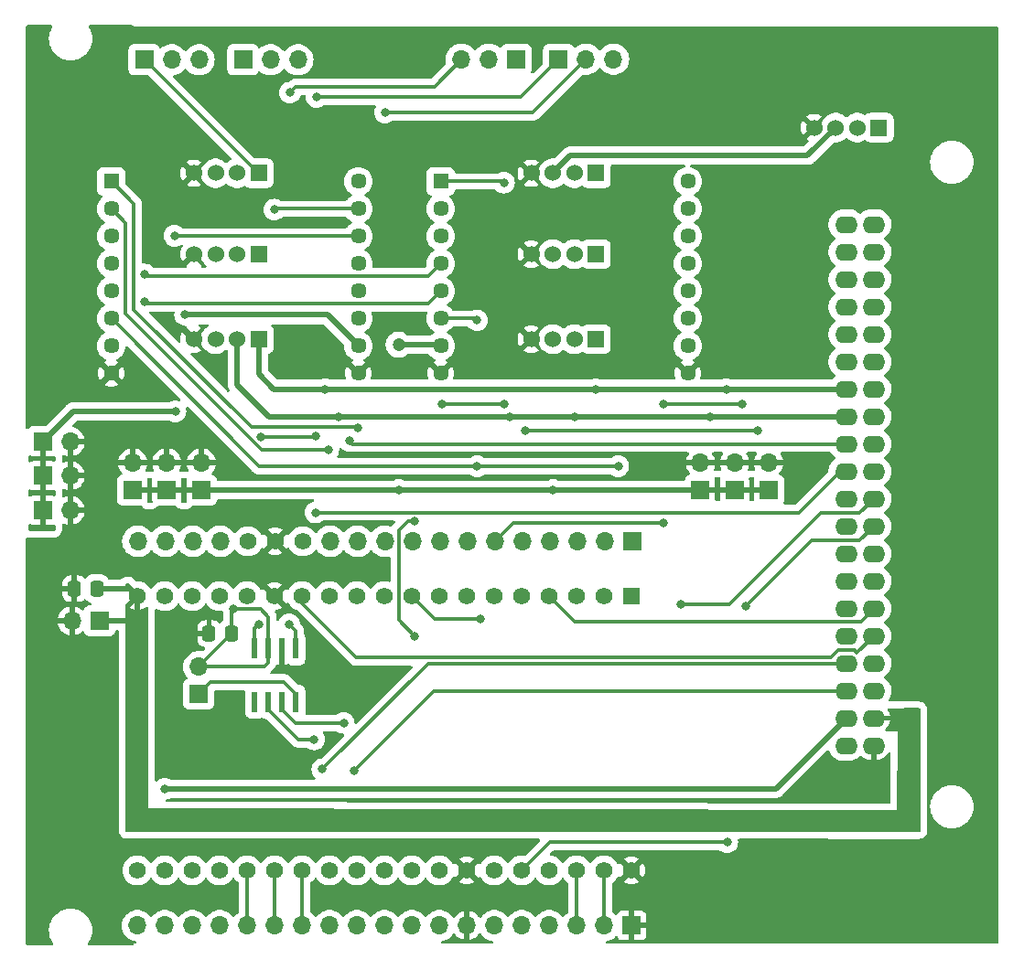
<source format=gbr>
%TF.GenerationSoftware,KiCad,Pcbnew,7.0.5-7.0.5~ubuntu22.04.1*%
%TF.CreationDate,2023-07-21T12:32:22+02:00*%
%TF.ProjectId,Board_ESP_MikroBus_V1,426f6172-645f-4455-9350-5f4d696b726f,rev?*%
%TF.SameCoordinates,Original*%
%TF.FileFunction,Copper,L1,Top*%
%TF.FilePolarity,Positive*%
%FSLAX46Y46*%
G04 Gerber Fmt 4.6, Leading zero omitted, Abs format (unit mm)*
G04 Created by KiCad (PCBNEW 7.0.5-7.0.5~ubuntu22.04.1) date 2023-07-21 12:32:22*
%MOMM*%
%LPD*%
G01*
G04 APERTURE LIST*
G04 Aperture macros list*
%AMRoundRect*
0 Rectangle with rounded corners*
0 $1 Rounding radius*
0 $2 $3 $4 $5 $6 $7 $8 $9 X,Y pos of 4 corners*
0 Add a 4 corners polygon primitive as box body*
4,1,4,$2,$3,$4,$5,$6,$7,$8,$9,$2,$3,0*
0 Add four circle primitives for the rounded corners*
1,1,$1+$1,$2,$3*
1,1,$1+$1,$4,$5*
1,1,$1+$1,$6,$7*
1,1,$1+$1,$8,$9*
0 Add four rect primitives between the rounded corners*
20,1,$1+$1,$2,$3,$4,$5,0*
20,1,$1+$1,$4,$5,$6,$7,0*
20,1,$1+$1,$6,$7,$8,$9,0*
20,1,$1+$1,$8,$9,$2,$3,0*%
G04 Aperture macros list end*
%TA.AperFunction,ComponentPad*%
%ADD10R,1.445000X1.445000*%
%TD*%
%TA.AperFunction,ComponentPad*%
%ADD11C,1.445000*%
%TD*%
%TA.AperFunction,ComponentPad*%
%ADD12R,1.700000X1.700000*%
%TD*%
%TA.AperFunction,ComponentPad*%
%ADD13O,1.700000X1.700000*%
%TD*%
%TA.AperFunction,ComponentPad*%
%ADD14C,1.560000*%
%TD*%
%TA.AperFunction,ComponentPad*%
%ADD15R,1.524000X1.524000*%
%TD*%
%TA.AperFunction,ComponentPad*%
%ADD16C,1.524000*%
%TD*%
%TA.AperFunction,ComponentPad*%
%ADD17O,2.100000X1.600000*%
%TD*%
%TA.AperFunction,SMDPad,CuDef*%
%ADD18RoundRect,0.250000X0.337500X0.475000X-0.337500X0.475000X-0.337500X-0.475000X0.337500X-0.475000X0*%
%TD*%
%TA.AperFunction,SMDPad,CuDef*%
%ADD19R,0.532600X1.969999*%
%TD*%
%TA.AperFunction,ComponentPad*%
%ADD20R,1.560000X1.560000*%
%TD*%
%TA.AperFunction,ViaPad*%
%ADD21C,0.800000*%
%TD*%
%TA.AperFunction,ViaPad*%
%ADD22C,1.200000*%
%TD*%
%TA.AperFunction,Conductor*%
%ADD23C,0.500000*%
%TD*%
%TA.AperFunction,Conductor*%
%ADD24C,0.300000*%
%TD*%
G04 APERTURE END LIST*
D10*
%TO.P,MiKroBus_0,1,AN*%
%TO.N,AN_0*%
X55697200Y-32890000D03*
D11*
%TO.P,MiKroBus_0,2,RST*%
%TO.N,Reset_0*%
X55697200Y-35430000D03*
%TO.P,MiKroBus_0,3,CS*%
%TO.N,NSS_0*%
X55697200Y-37970000D03*
%TO.P,MiKroBus_0,4,SCK*%
%TO.N,SCK_0*%
X55697200Y-40510000D03*
%TO.P,MiKroBus_0,5,MISO*%
%TO.N,MISO_0*%
X55697200Y-43050000D03*
%TO.P,MiKroBus_0,6,MOSI*%
%TO.N,MOSI_0*%
X55697200Y-45590000D03*
%TO.P,MiKroBus_0,7,+3.3V*%
%TO.N,+3.3V*%
X55697200Y-48130000D03*
%TO.P,MiKroBus_0,8,GND_1*%
%TO.N,GNDREF*%
X55697200Y-50670000D03*
%TO.P,MiKroBus_0,9,PWM*%
%TO.N,PWM_0*%
X78557200Y-32890000D03*
%TO.P,MiKroBus_0,10,INT*%
%TO.N,INT_0*%
X78557200Y-35430000D03*
%TO.P,MiKroBus_0,11,RX*%
%TO.N,unconnected-(MiKroBus_0-RX-Pad11)*%
X78557200Y-37970000D03*
%TO.P,MiKroBus_0,12,TX*%
%TO.N,unconnected-(MiKroBus_0-TX-Pad12)*%
X78557200Y-40510000D03*
%TO.P,MiKroBus_0,13,SCL*%
%TO.N,I2C_SCL*%
X78557200Y-43050000D03*
%TO.P,MiKroBus_0,14,SDA*%
%TO.N,I2C_SDA*%
X78557200Y-45590000D03*
%TO.P,MiKroBus_0,15,+5V*%
%TO.N,unconnected-(MiKroBus_0-+5V-Pad15)*%
X78557200Y-48130000D03*
%TO.P,MiKroBus_0,16,GND_2*%
%TO.N,GNDREF*%
X78557200Y-50670000D03*
%TD*%
D12*
%TO.P,J1,1,Pin_1*%
%TO.N,/1*%
X73404600Y-66217800D03*
D13*
%TO.P,J1,2,Pin_2*%
%TO.N,/2*%
X70864600Y-66217800D03*
%TO.P,J1,3,Pin_3*%
%TO.N,/3*%
X68324600Y-66217800D03*
%TO.P,J1,4,Pin_4*%
%TO.N,/4*%
X65784600Y-66217800D03*
%TO.P,J1,5,Pin_5*%
%TO.N,IN34*%
X63244600Y-66217800D03*
%TO.P,J1,6,Pin_6*%
%TO.N,IN35*%
X60704600Y-66217800D03*
%TO.P,J1,7,Pin_7*%
%TO.N,Reset_0*%
X58164600Y-66217800D03*
%TO.P,J1,8,Pin_8*%
%TO.N,AN_0*%
X55624600Y-66217800D03*
%TO.P,J1,9,Pin_9*%
%TO.N,ESP_CAN0_TD{slash}PWM_0*%
X53084600Y-66217800D03*
%TO.P,J1,10,Pin_10*%
%TO.N,ESP_CAN0_RD{slash}INT_0*%
X50544600Y-66217800D03*
%TO.P,J1,11,Pin_11*%
%TO.N,AN_1*%
X48004600Y-66217800D03*
%TO.P,J1,12,Pin_12*%
%TO.N,Reset_1*%
X45464600Y-66217800D03*
D14*
%TO.P,J1,13,Pin_13*%
%TO.N,/13*%
X42924600Y-66217800D03*
%TO.P,J1,14,Pin_14*%
%TO.N,GNDREF*%
X40384600Y-66217800D03*
%TO.P,J1,15,Pin_15*%
%TO.N,INT_1*%
X37844600Y-66217800D03*
D13*
%TO.P,J1,16,Pin_16*%
%TO.N,/16*%
X35304600Y-66217800D03*
%TO.P,J1,17,Pin_17*%
%TO.N,/17*%
X32764600Y-66217800D03*
%TO.P,J1,18,Pin_18*%
%TO.N,/18*%
X30224600Y-66217800D03*
%TO.P,J1,19,Pin_19*%
%TO.N,/19*%
X27684600Y-66217800D03*
%TD*%
D12*
%TO.P,5V2,1,Pin_1*%
%TO.N,+5V*%
X18876549Y-60149839D03*
D13*
%TO.P,5V2,2,Pin_2*%
%TO.N,GNDREF*%
X21416549Y-60149839D03*
%TD*%
D12*
%TO.P,5V3,1,Pin_1*%
%TO.N,+5V*%
X18876549Y-57000239D03*
D13*
%TO.P,5V3,2,Pin_2*%
%TO.N,GNDREF*%
X21416549Y-57000239D03*
%TD*%
D15*
%TO.P,I2C5,1,Pin_1*%
%TO.N,I2C_SCL*%
X38869200Y-47498000D03*
D16*
%TO.P,I2C5,2,Pin_2*%
%TO.N,I2C_SDA*%
X36869200Y-47498000D03*
%TO.P,I2C5,3,Pin_3*%
%TO.N,+3.3V*%
X34869200Y-47498000D03*
%TO.P,I2C5,4,Pin_4*%
%TO.N,GNDREF*%
X32869200Y-47498000D03*
%TD*%
D12*
%TO.P,3.4,1,Pin_1*%
%TO.N,+3.3V*%
X79739949Y-61475639D03*
D13*
%TO.P,3.4,2,Pin_2*%
%TO.N,GNDREF*%
X79739949Y-58935639D03*
%TD*%
D12*
%TO.P,Jmp_Tx1,1,Pin_1*%
%TO.N,UART2_Tx_grove*%
X37409200Y-21618400D03*
D13*
%TO.P,Jmp_Tx1,2,Pin_2*%
%TO.N,UART2_Tx*%
X39949200Y-21618400D03*
%TO.P,Jmp_Tx1,3,Pin_3*%
%TO.N,UART2_Tx_MiKroBus*%
X42489200Y-21618400D03*
%TD*%
D17*
%TO.P,J3,1,GND*%
%TO.N,GNDREF*%
X95759922Y-85137405D03*
%TO.P,J3,2,3V3*%
%TO.N,+3.3V*%
X93219922Y-85137405D03*
%TO.P,J3,3,V_IN*%
%TO.N,/19*%
X95759922Y-82597405D03*
%TO.P,J3,4,5V*%
%TO.N,+5V*%
X93219922Y-82597405D03*
%TO.P,J3,5,V_B*%
%TO.N,unconnected-(J3-V_B-Pad5)*%
X95759922Y-80057405D03*
%TO.P,J3,6,NC1*%
%TO.N,/33*%
X93219922Y-80057405D03*
%TO.P,J3,7,NC2*%
%TO.N,unconnected-(J3-NC2-Pad7)*%
X95759922Y-77517405D03*
%TO.P,J3,8,NC3*%
%TO.N,/34*%
X93219922Y-77517405D03*
%TO.P,J3,9,NC4*%
%TO.N,/13*%
X95759922Y-74977405D03*
%TO.P,J3,10,RD-*%
%TO.N,unconnected-(J3-RD--Pad10)*%
X93219922Y-74977405D03*
%TO.P,J3,11,NC*%
%TO.N,/4*%
X95759922Y-72437405D03*
%TO.P,J3,12,RD+*%
%TO.N,unconnected-(J3-RD+-Pad12)*%
X93219922Y-72437405D03*
%TO.P,J3,13,NC*%
%TO.N,unconnected-(J3-NC-Pad13)*%
X95759922Y-69897405D03*
%TO.P,J3,14,TD-*%
%TO.N,unconnected-(J3-TD--Pad14)*%
X93219922Y-69897405D03*
%TO.P,J3,15,NC*%
%TO.N,unconnected-(J3-NC-Pad15)*%
X95759922Y-67357405D03*
%TO.P,J3,16,TD+*%
%TO.N,unconnected-(J3-TD+-Pad16)*%
X93219922Y-67357405D03*
%TO.P,J3,17,RX/SDA*%
%TO.N,UART0_Rx*%
X95759922Y-64817405D03*
%TO.P,J3,18,D-*%
%TO.N,unconnected-(J3-D--Pad18)*%
X93219922Y-64817405D03*
%TO.P,J3,19,TX/SCL*%
%TO.N,UART0_Tx*%
X95759922Y-62277405D03*
%TO.P,J3,20,D+*%
%TO.N,unconnected-(J3-D+-Pad20)*%
X93219922Y-62277405D03*
%TO.P,J3,21,SCK*%
%TO.N,unconnected-(J3-SCK-Pad21)*%
X95759922Y-59737405D03*
%TO.P,J3,22,RD*%
%TO.N,CAN_RD*%
X93219922Y-59737405D03*
%TO.P,J3,23,MOSI*%
%TO.N,unconnected-(J3-MOSI-Pad23)*%
X95759922Y-57197405D03*
%TO.P,J3,24,TD*%
%TO.N,CAN_TD*%
X93219922Y-57197405D03*
%TO.P,J3,25,MISO*%
%TO.N,unconnected-(J3-MISO-Pad25)*%
X95759922Y-54657405D03*
%TO.P,J3,26,SDA/RX*%
%TO.N,I2C_SDA*%
X93219922Y-54657405D03*
%TO.P,J3,27,SSEL*%
%TO.N,unconnected-(J3-SSEL-Pad27)*%
X95759922Y-52117405D03*
%TO.P,J3,28,SCL/TX*%
%TO.N,I2C_SCL*%
X93219922Y-52117405D03*
%TO.P,J3,29,AI_1*%
%TO.N,unconnected-(J3-AI_1-Pad29)*%
X95759922Y-49577405D03*
%TO.P,J3,30,PWM_O_1*%
%TO.N,unconnected-(J3-PWM_O_1-Pad30)*%
X93219922Y-49577405D03*
%TO.P,J3,31,AI_2*%
%TO.N,unconnected-(J3-AI_2-Pad31)*%
X95759922Y-47037405D03*
%TO.P,J3,32,PWM_O_2*%
%TO.N,unconnected-(J3-PWM_O_2-Pad32)*%
X93219922Y-47037405D03*
%TO.P,J3,33,AI_3*%
%TO.N,unconnected-(J3-AI_3-Pad33)*%
X95759922Y-44497405D03*
%TO.P,J3,34,PWM_O_3*%
%TO.N,unconnected-(J3-PWM_O_3-Pad34)*%
X93219922Y-44497405D03*
%TO.P,J3,35,AI_4*%
%TO.N,unconnected-(J3-AI_4-Pad35)*%
X95759922Y-41957405D03*
%TO.P,J3,36,PWM_O_4*%
%TO.N,unconnected-(J3-PWM_O_4-Pad36)*%
X93219922Y-41957405D03*
%TO.P,J3,37,AI_5*%
%TO.N,unconnected-(J3-AI_5-Pad37)*%
X95759922Y-39417405D03*
%TO.P,J3,38,PWM_O_5*%
%TO.N,unconnected-(J3-PWM_O_5-Pad38)*%
X93219922Y-39417405D03*
%TO.P,J3,39,AI_6*%
%TO.N,unconnected-(J3-AI_6-Pad39)*%
X95759922Y-36877405D03*
%TO.P,J3,40,PWM_O_6*%
%TO.N,unconnected-(J3-PWM_O_6-Pad40)*%
X93219922Y-36877405D03*
%TD*%
D15*
%TO.P,I2C2,1,Pin_1*%
%TO.N,I2C_SCL*%
X70079200Y-39624000D03*
D16*
%TO.P,I2C2,2,Pin_2*%
%TO.N,I2C_SDA*%
X68079200Y-39624000D03*
%TO.P,I2C2,3,Pin_3*%
%TO.N,+3.3V*%
X66079200Y-39624000D03*
%TO.P,I2C2,4,Pin_4*%
%TO.N,GNDREF*%
X64079200Y-39624000D03*
%TD*%
D12*
%TO.P,3.6,1,Pin_1*%
%TO.N,+3.3V*%
X86039149Y-61475639D03*
D13*
%TO.P,3.6,2,Pin_2*%
%TO.N,GNDREF*%
X86039149Y-58935639D03*
%TD*%
D18*
%TO.P,C3,1*%
%TO.N,+3.3V*%
X36347500Y-74755000D03*
%TO.P,C3,2*%
%TO.N,GNDREF*%
X34272500Y-74755000D03*
%TD*%
D12*
%TO.P,3.1,1,Pin_1*%
%TO.N,+3.3V*%
X27210000Y-61475639D03*
D13*
%TO.P,3.1,2,Pin_2*%
%TO.N,GNDREF*%
X27210000Y-58935639D03*
%TD*%
D15*
%TO.P,I2C3,1,Pin_1*%
%TO.N,I2C_SCL*%
X70079200Y-32131000D03*
D16*
%TO.P,I2C3,2,Pin_2*%
%TO.N,I2C_SDA*%
X68079200Y-32131000D03*
%TO.P,I2C3,3,Pin_3*%
%TO.N,+3.3V*%
X66079200Y-32131000D03*
%TO.P,I2C3,4,Pin_4*%
%TO.N,GNDREF*%
X64079200Y-32131000D03*
%TD*%
D18*
%TO.P,C2,1*%
%TO.N,/19*%
X23879600Y-70605800D03*
%TO.P,C2,2*%
%TO.N,GNDREF*%
X21804600Y-70605800D03*
%TD*%
D19*
%TO.P,CR1,1,TX0*%
%TO.N,CAN0_TD*%
X42310000Y-76149200D03*
%TO.P,CR1,2,GND*%
%TO.N,GNDREF*%
X41040000Y-76149200D03*
%TO.P,CR1,3,VS*%
%TO.N,+3.3V*%
X39770000Y-76149200D03*
%TO.P,CR1,4,RX0*%
%TO.N,CAN0_RD*%
X38500000Y-76149200D03*
%TO.P,CR1,5,RX1*%
%TO.N,unconnected-(CR1-RX1-Pad5)*%
X38500000Y-81076800D03*
%TO.P,CR1,6,C_L*%
%TO.N,CAN_RD*%
X39770000Y-81076800D03*
%TO.P,CR1,7,C_H*%
%TO.N,CAN_TD*%
X41040000Y-81076800D03*
%TO.P,CR1,8,ASC*%
%TO.N,Net-(CR1-ASC)*%
X42310000Y-81076800D03*
%TD*%
D10*
%TO.P,MiKroBus_1,1,AN*%
%TO.N,AN_1*%
X25217200Y-32890000D03*
D11*
%TO.P,MiKroBus_1,2,RST*%
%TO.N,Reset_1*%
X25217200Y-35430000D03*
%TO.P,MiKroBus_1,3,CS*%
%TO.N,NSS_1*%
X25217200Y-37970000D03*
%TO.P,MiKroBus_1,4,SCK*%
%TO.N,SCK_0*%
X25217200Y-40510000D03*
%TO.P,MiKroBus_1,5,MISO*%
%TO.N,MISO_0*%
X25217200Y-43050000D03*
%TO.P,MiKroBus_1,6,MOSI*%
%TO.N,MOSI_0*%
X25217200Y-45590000D03*
%TO.P,MiKroBus_1,7,+3.3V*%
%TO.N,+3.3V*%
X25217200Y-48130000D03*
%TO.P,MiKroBus_1,8,GND_1*%
%TO.N,GNDREF*%
X25217200Y-50670000D03*
%TO.P,MiKroBus_1,9,PWM*%
%TO.N,PWM_1*%
X48077200Y-32890000D03*
%TO.P,MiKroBus_1,10,INT*%
%TO.N,INT_1*%
X48077200Y-35430000D03*
%TO.P,MiKroBus_1,11,RX*%
%TO.N,UART2_Rx_MiKroBus*%
X48077200Y-37970000D03*
%TO.P,MiKroBus_1,12,TX*%
%TO.N,UART2_Tx_MiKroBus*%
X48077200Y-40510000D03*
%TO.P,MiKroBus_1,13,SCL*%
%TO.N,I2C_SCL*%
X48077200Y-43050000D03*
%TO.P,MiKroBus_1,14,SDA*%
%TO.N,I2C_SDA*%
X48077200Y-45590000D03*
%TO.P,MiKroBus_1,15,+5V*%
%TO.N,+5V*%
X48077200Y-48130000D03*
%TO.P,MiKroBus_1,16,GND_2*%
%TO.N,GNDREF*%
X48077200Y-50670000D03*
%TD*%
D15*
%TO.P,UART0,1,Pin_1*%
%TO.N,UART2_Rx_grove*%
X38869200Y-32131000D03*
D16*
%TO.P,UART0,2,Pin_2*%
%TO.N,UART2_Tx_grove*%
X36869200Y-32131000D03*
%TO.P,UART0,3,Pin_3*%
%TO.N,+3.3V*%
X34869200Y-32131000D03*
%TO.P,UART0,4,Pin_4*%
%TO.N,GNDREF*%
X32869200Y-32131000D03*
%TD*%
D12*
%TO.P,JP1,1,A*%
%TO.N,Net-(CR1-ASC)*%
X33318400Y-80370600D03*
D13*
%TO.P,JP1,2,B*%
%TO.N,+3.3V*%
X33318400Y-77830600D03*
%TD*%
D12*
%TO.P,3.5,1,Pin_1*%
%TO.N,+3.3V*%
X82889549Y-61475639D03*
D13*
%TO.P,3.5,2,Pin_2*%
%TO.N,GNDREF*%
X82889549Y-58935639D03*
%TD*%
D15*
%TO.P,IO_32/33,1,Pin_1*%
%TO.N,IN34*%
X96244964Y-27902006D03*
D16*
%TO.P,IO_32/33,2,Pin_2*%
%TO.N,IN35*%
X94244964Y-27902006D03*
%TO.P,IO_32/33,3,Pin_3*%
%TO.N,+3.3V*%
X92244964Y-27902006D03*
%TO.P,IO_32/33,4,Pin_4*%
%TO.N,GNDREF*%
X90244964Y-27902006D03*
%TD*%
D12*
%TO.P,Jmp_Rx1,1,Pin_1*%
%TO.N,UART2_Rx_grove*%
X28265200Y-21618400D03*
D13*
%TO.P,Jmp_Rx1,2,Pin_2*%
%TO.N,UART2_Rx*%
X30805200Y-21618400D03*
%TO.P,Jmp_Rx1,3,Pin_3*%
%TO.N,UART2_Rx_MiKroBus*%
X33345200Y-21618400D03*
%TD*%
D20*
%TO.P,U1,1,3V3*%
%TO.N,/1*%
X73352600Y-71297800D03*
D14*
%TO.P,U1,2,EN*%
%TO.N,/2*%
X70812600Y-71297800D03*
%TO.P,U1,3,SENSOR_VP*%
%TO.N,/3*%
X68272600Y-71297800D03*
%TO.P,U1,4,SENSOR_VN*%
%TO.N,/4*%
X65732600Y-71297800D03*
%TO.P,U1,5,IO34*%
%TO.N,IN34*%
X63192600Y-71297800D03*
%TO.P,U1,6,IO35*%
%TO.N,IN35*%
X60652600Y-71297800D03*
%TO.P,U1,7,IO32*%
%TO.N,Reset_0*%
X58112600Y-71297800D03*
%TO.P,U1,8,IO33*%
%TO.N,AN_0*%
X55572600Y-71297800D03*
%TO.P,U1,9,IO25*%
%TO.N,ESP_CAN0_TD{slash}PWM_0*%
X53032600Y-71297800D03*
%TO.P,U1,10,IO26*%
%TO.N,ESP_CAN0_RD{slash}INT_0*%
X50492600Y-71297800D03*
%TO.P,U1,11,IO27*%
%TO.N,AN_1*%
X47952600Y-71297800D03*
%TO.P,U1,12,IO14*%
%TO.N,Reset_1*%
X45412600Y-71297800D03*
%TO.P,U1,13,IO12*%
%TO.N,/13*%
X42872600Y-71297800D03*
%TO.P,U1,14,GND1*%
%TO.N,GNDREF*%
X40332600Y-71297800D03*
%TO.P,U1,15,IO13*%
%TO.N,INT_1*%
X37792600Y-71297800D03*
%TO.P,U1,16,SD2*%
%TO.N,/16*%
X35252600Y-71297800D03*
%TO.P,U1,17,SD3*%
%TO.N,/17*%
X32712600Y-71297800D03*
%TO.P,U1,18,CMD*%
%TO.N,/18*%
X30172600Y-71297800D03*
%TO.P,U1,19,EXT_5V*%
%TO.N,/19*%
X27632600Y-71297800D03*
%TO.P,U1,20,GND3*%
%TO.N,GNDREF*%
X73352600Y-96697800D03*
%TO.P,U1,21,IO23*%
%TO.N,MOSI_0*%
X70812600Y-96697800D03*
%TO.P,U1,22,IO22*%
%TO.N,I2C_SCL*%
X68272600Y-96697800D03*
%TO.P,U1,23,TXD0*%
%TO.N,UART0_Tx*%
X65732600Y-96697800D03*
%TO.P,U1,24,RXD0*%
%TO.N,UART0_Rx*%
X63192600Y-96697800D03*
%TO.P,U1,25,IO21*%
%TO.N,I2C_SDA*%
X60652600Y-96697800D03*
%TO.P,U1,26,GND2*%
%TO.N,GNDREF*%
X58112600Y-96697800D03*
%TO.P,U1,27,IO19*%
%TO.N,MISO_0*%
X55572600Y-96697800D03*
%TO.P,U1,28,IO18*%
%TO.N,SCK_0*%
X53032600Y-96697800D03*
%TO.P,U1,29,IO5*%
%TO.N,NSS_0*%
X50492600Y-96697800D03*
%TO.P,U1,30,IO17*%
%TO.N,UART2_Tx*%
X47952600Y-96697800D03*
%TO.P,U1,31,IO16*%
%TO.N,UART2_Rx*%
X45412600Y-96697800D03*
%TO.P,U1,32,IO4*%
%TO.N,PWM_1*%
X42872600Y-96697800D03*
%TO.P,U1,33,IO0*%
%TO.N,/33*%
X40332600Y-96697800D03*
%TO.P,U1,34,IO2*%
%TO.N,/34*%
X37792600Y-96697800D03*
%TO.P,U1,35,IO15*%
%TO.N,NSS_1*%
X35252600Y-96697800D03*
%TO.P,U1,36,SD1*%
%TO.N,/36*%
X32712600Y-96697800D03*
%TO.P,U1,37,SD0*%
%TO.N,/37*%
X30172600Y-96697800D03*
%TO.P,U1,38,CLK*%
%TO.N,/38*%
X27632600Y-96697800D03*
%TD*%
D12*
%TO.P,J2,1,Pin_1*%
%TO.N,GNDREF*%
X73367936Y-101799375D03*
D13*
%TO.P,J2,2,Pin_2*%
%TO.N,MOSI_0*%
X70827936Y-101799375D03*
%TO.P,J2,3,Pin_3*%
%TO.N,I2C_SCL*%
X68287936Y-101799375D03*
%TO.P,J2,4,Pin_4*%
%TO.N,UART0_Tx*%
X65747936Y-101799375D03*
%TO.P,J2,5,Pin_5*%
%TO.N,UART0_Rx*%
X63207936Y-101799375D03*
%TO.P,J2,6,Pin_6*%
%TO.N,I2C_SDA*%
X60667936Y-101799375D03*
%TO.P,J2,7,Pin_7*%
%TO.N,GNDREF*%
X58127936Y-101799375D03*
%TO.P,J2,8,Pin_8*%
%TO.N,MISO_0*%
X55587936Y-101799375D03*
%TO.P,J2,9,Pin_9*%
%TO.N,SCK_0*%
X53047936Y-101799375D03*
%TO.P,J2,10,Pin_10*%
%TO.N,NSS_0*%
X50507936Y-101799375D03*
%TO.P,J2,11,Pin_11*%
%TO.N,UART2_Tx*%
X47967936Y-101799375D03*
%TO.P,J2,12,Pin_12*%
%TO.N,UART2_Rx*%
X45427936Y-101799375D03*
%TO.P,J2,13,Pin_13*%
%TO.N,PWM_1*%
X42887936Y-101799375D03*
%TO.P,J2,14,Pin_14*%
%TO.N,/33*%
X40347936Y-101799375D03*
%TO.P,J2,15,Pin_15*%
%TO.N,/34*%
X37807936Y-101799375D03*
%TO.P,J2,16,Pin_16*%
%TO.N,NSS_1*%
X35267936Y-101799375D03*
%TO.P,J2,17,Pin_17*%
%TO.N,/36*%
X32727936Y-101799375D03*
%TO.P,J2,18,Pin_18*%
%TO.N,/37*%
X30187936Y-101799375D03*
%TO.P,J2,19,Pin_19*%
%TO.N,/38*%
X27647936Y-101799375D03*
%TD*%
D12*
%TO.P,5V1,1,Pin_1*%
%TO.N,+5V*%
X18871549Y-63350239D03*
D13*
%TO.P,5V1,2,Pin_2*%
%TO.N,GNDREF*%
X21411549Y-63350239D03*
%TD*%
D12*
%TO.P,C1,1*%
%TO.N,/19*%
X24133600Y-73583800D03*
D13*
%TO.P,C1,2*%
%TO.N,GNDREF*%
X21593600Y-73583800D03*
%TD*%
D15*
%TO.P,I2C4,1,Pin_1*%
%TO.N,I2C_SCL*%
X38869200Y-39624000D03*
D16*
%TO.P,I2C4,2,Pin_2*%
%TO.N,I2C_SDA*%
X36869200Y-39624000D03*
%TO.P,I2C4,3,Pin_3*%
%TO.N,+3.3V*%
X34869200Y-39624000D03*
%TO.P,I2C4,4,Pin_4*%
%TO.N,GNDREF*%
X32869200Y-39624000D03*
%TD*%
D12*
%TO.P,Jmp_Rx2,1,Pin_1*%
%TO.N,CAN0_RD*%
X66614200Y-21570400D03*
D13*
%TO.P,Jmp_Rx2,2,Pin_2*%
%TO.N,ESP_CAN0_RD{slash}INT_0*%
X69154200Y-21570400D03*
%TO.P,Jmp_Rx2,3,Pin_3*%
%TO.N,INT_0*%
X71694200Y-21570400D03*
%TD*%
D12*
%TO.P,3.3,1,Pin_1*%
%TO.N,+3.3V*%
X33560000Y-61475639D03*
D13*
%TO.P,3.3,2,Pin_2*%
%TO.N,GNDREF*%
X33560000Y-58935639D03*
%TD*%
D15*
%TO.P,I2C1,1,Pin_1*%
%TO.N,I2C_SCL*%
X70079200Y-47498000D03*
D16*
%TO.P,I2C1,2,Pin_2*%
%TO.N,I2C_SDA*%
X68079200Y-47498000D03*
%TO.P,I2C1,3,Pin_3*%
%TO.N,+3.3V*%
X66079200Y-47498000D03*
%TO.P,I2C1,4,Pin_4*%
%TO.N,GNDREF*%
X64079200Y-47498000D03*
%TD*%
D12*
%TO.P,3.2,1,Pin_1*%
%TO.N,+3.3V*%
X30359600Y-61475639D03*
D13*
%TO.P,3.2,2,Pin_2*%
%TO.N,GNDREF*%
X30359600Y-58935639D03*
%TD*%
D12*
%TO.P,Jmp_Tx2,1,Pin_1*%
%TO.N,PWM_0*%
X62694200Y-21570400D03*
D13*
%TO.P,Jmp_Tx2,2,Pin_2*%
%TO.N,ESP_CAN0_TD{slash}PWM_0*%
X60154200Y-21570400D03*
%TO.P,Jmp_Tx2,3,Pin_3*%
%TO.N,CAN0_TD*%
X57614200Y-21570400D03*
%TD*%
D21*
%TO.N,GNDREF*%
X45560000Y-84505000D03*
X34560000Y-64005000D03*
X27560000Y-51755000D03*
X45560000Y-81255000D03*
%TO.N,NSS_0*%
X53310000Y-64350300D03*
X53310000Y-75005000D03*
%TO.N,SCK_0*%
X28310000Y-41505000D03*
%TO.N,MISO_0*%
X28310000Y-44005000D03*
%TO.N,I2C_SDA*%
X62060000Y-54657405D03*
X80614600Y-54657405D03*
X68067000Y-54657405D03*
X46248400Y-54657405D03*
%TO.N,I2C_SCL*%
X82113200Y-52117405D03*
X70048200Y-52117405D03*
X45003800Y-52117405D03*
%TO.N,MOSI_0*%
X72131000Y-59258200D03*
X59060000Y-59258200D03*
X59060000Y-45755000D03*
%TO.N,UART0_Rx*%
X83942000Y-72212200D03*
X82214800Y-94107000D03*
%TO.N,UART0_Tx*%
X77947600Y-72059800D03*
%TO.N,UART2_Rx_MiKroBus*%
X31059200Y-37922200D03*
%TO.N,INT_1*%
X40310000Y-35505000D03*
%TO.N,AN_0*%
X61560000Y-53505000D03*
X61560000Y-33005000D03*
X55810000Y-53505000D03*
%TO.N,AN_1*%
X48060000Y-55755000D03*
%TO.N,+3.3V*%
X66085800Y-61475639D03*
D22*
X51810500Y-48005000D03*
D21*
X51810000Y-61475639D03*
X36560000Y-72505000D03*
%TO.N,+5V*%
X31171602Y-54180000D03*
X30170200Y-89128600D03*
X32060000Y-45255000D03*
%TO.N,/34*%
X44749800Y-87325200D03*
%TO.N,/33*%
X47670800Y-87477600D03*
%TO.N,IN35*%
X83560000Y-53505000D03*
X76310000Y-53505000D03*
X76310000Y-64505000D03*
%TO.N,IN34*%
X85060000Y-56005000D03*
X63560000Y-56005000D03*
%TO.N,Reset_1*%
X45310000Y-57755000D03*
%TO.N,CAN0_TD*%
X41676400Y-73914000D03*
X41752600Y-24663400D03*
%TO.N,CAN0_RD*%
X39060200Y-56540400D03*
X44216400Y-25069800D03*
X44114800Y-56464200D03*
X38882400Y-73888600D03*
%TO.N,CAN_RD*%
X44114800Y-63550800D03*
X43987800Y-84556600D03*
%TO.N,CAN_TD*%
X46731000Y-83032600D03*
X47239000Y-56896000D03*
%TO.N,ESP_CAN0_TD{slash}PWM_0*%
X59366346Y-73428775D03*
%TO.N,ESP_CAN0_RD{slash}INT_0*%
X50560000Y-26505000D03*
%TD*%
D23*
%TO.N,GNDREF*%
X38171800Y-64005000D02*
X34560000Y-64005000D01*
X40384600Y-66217800D02*
X38171800Y-64005000D01*
%TO.N,/19*%
X27632600Y-72616200D02*
X27632600Y-71297800D01*
X26940600Y-70605800D02*
X27632600Y-71297800D01*
X23879600Y-70605800D02*
X26940600Y-70605800D01*
X26665000Y-73583800D02*
X27632600Y-72616200D01*
X24133600Y-73583800D02*
X26665000Y-73583800D01*
D24*
%TO.N,/4*%
X68072205Y-73637405D02*
X65732600Y-71297800D01*
X94559922Y-73637405D02*
X68072205Y-73637405D01*
X95759922Y-72437405D02*
X94559922Y-73637405D01*
%TO.N,NSS_0*%
X52670238Y-64350300D02*
X51810000Y-65210538D01*
X53310000Y-64350300D02*
X52670238Y-64350300D01*
X51810000Y-65210538D02*
X51810000Y-73505000D01*
X51810000Y-73505000D02*
X53310000Y-75005000D01*
%TO.N,SCK_0*%
X54574700Y-41632500D02*
X55697200Y-40510000D01*
X28310000Y-41505000D02*
X28437500Y-41632500D01*
X28437500Y-41632500D02*
X54574700Y-41632500D01*
%TO.N,MISO_0*%
X28477500Y-44172500D02*
X54574700Y-44172500D01*
X54574700Y-44172500D02*
X55697200Y-43050000D01*
X28310000Y-44005000D02*
X28477500Y-44172500D01*
D23*
%TO.N,I2C_SDA*%
X68067000Y-54657405D02*
X62060000Y-54657405D01*
X80614600Y-54657405D02*
X68067000Y-54657405D01*
X46248400Y-54657405D02*
X39793405Y-54657405D01*
X93219922Y-54657405D02*
X80614600Y-54657405D01*
X36869200Y-51733200D02*
X36869200Y-47498000D01*
X39793405Y-54657405D02*
X36869200Y-51733200D01*
X62060000Y-54657405D02*
X46248400Y-54657405D01*
%TO.N,I2C_SCL*%
X40276005Y-52117405D02*
X38869200Y-50710600D01*
X70048200Y-52117405D02*
X45003800Y-52117405D01*
X93219922Y-52117405D02*
X82113200Y-52117405D01*
X45003800Y-52117405D02*
X40276005Y-52117405D01*
D24*
X68287936Y-101799375D02*
X68287936Y-96713136D01*
X68287936Y-96713136D02*
X68272600Y-96697800D01*
D23*
X82113200Y-52117405D02*
X70048200Y-52117405D01*
X38869200Y-50710600D02*
X38869200Y-47498000D01*
D24*
%TO.N,MOSI_0*%
X59060000Y-45755000D02*
X58895000Y-45590000D01*
X59060000Y-59258200D02*
X38885400Y-59258200D01*
X72131000Y-59258200D02*
X59060000Y-59258200D01*
X38885400Y-59258200D02*
X25217200Y-45590000D01*
X70827936Y-96713136D02*
X70812600Y-96697800D01*
X58895000Y-45590000D02*
X55697200Y-45590000D01*
X70827936Y-101799375D02*
X70827936Y-96713136D01*
%TO.N,UART0_Rx*%
X82214800Y-94107000D02*
X65783400Y-94107000D01*
X94419922Y-66157405D02*
X89996795Y-66157405D01*
X95759922Y-64817405D02*
X94419922Y-66157405D01*
X89996795Y-66157405D02*
X83942000Y-72212200D01*
X65783400Y-94107000D02*
X63192600Y-96697800D01*
%TO.N,UART0_Tx*%
X95759922Y-62277405D02*
X94419922Y-63617405D01*
X94419922Y-63617405D02*
X90860395Y-63617405D01*
X82418000Y-72059800D02*
X77947600Y-72059800D01*
X90860395Y-63617405D02*
X82418000Y-72059800D01*
%TO.N,UART2_Rx_MiKroBus*%
X31107000Y-37970000D02*
X31059200Y-37922200D01*
X48077200Y-37970000D02*
X31107000Y-37970000D01*
%TO.N,UART2_Rx_grove*%
X38777800Y-32131000D02*
X28265200Y-21618400D01*
X38869200Y-32131000D02*
X38777800Y-32131000D01*
%TO.N,PWM_1*%
X42872600Y-101784039D02*
X42887936Y-101799375D01*
X42872600Y-96697800D02*
X42872600Y-101784039D01*
%TO.N,INT_1*%
X40310000Y-35505000D02*
X40385000Y-35430000D01*
X40385000Y-35430000D02*
X48077200Y-35430000D01*
%TO.N,AN_0*%
X61560000Y-33005000D02*
X61445000Y-32890000D01*
X55810000Y-53505000D02*
X61560000Y-53505000D01*
X61445000Y-32890000D02*
X55697200Y-32890000D01*
%TO.N,AN_1*%
X27310000Y-34982800D02*
X25217200Y-32890000D01*
X47969200Y-55664200D02*
X38219200Y-55664200D01*
X27310000Y-44755000D02*
X27310000Y-34982800D01*
X38219200Y-55664200D02*
X27310000Y-44755000D01*
X48060000Y-55755000D02*
X47969200Y-55664200D01*
D23*
%TO.N,+3.3V*%
X67705200Y-30505000D02*
X66079200Y-32131000D01*
X89641970Y-30505000D02*
X67705200Y-30505000D01*
D24*
X39060000Y-72505000D02*
X39770000Y-73215000D01*
X36347500Y-74801500D02*
X33318400Y-77830600D01*
D23*
X92244964Y-27902006D02*
X89641970Y-30505000D01*
D24*
X36347500Y-72717500D02*
X36347500Y-74755000D01*
X36560000Y-72505000D02*
X39060000Y-72505000D01*
X36347500Y-74755000D02*
X36347500Y-74801500D01*
D23*
X36060000Y-61475639D02*
X34070749Y-61475639D01*
D24*
X39770000Y-77434199D02*
X39770000Y-76149200D01*
X33318400Y-77830600D02*
X39373599Y-77830600D01*
D23*
X79739949Y-61475639D02*
X66085800Y-61475639D01*
D24*
X36560000Y-72505000D02*
X36347500Y-72717500D01*
X39770000Y-73215000D02*
X39770000Y-76149200D01*
D23*
X51810500Y-48005000D02*
X55572200Y-48005000D01*
X66085800Y-61475639D02*
X51810000Y-61475639D01*
X55572200Y-48005000D02*
X55697200Y-48130000D01*
D24*
X39373599Y-77830600D02*
X39770000Y-77434199D01*
D23*
X51810000Y-61475639D02*
X36060000Y-61475639D01*
%TO.N,+5V*%
X21696788Y-54180000D02*
X18876549Y-57000239D01*
X93219922Y-82597405D02*
X86688727Y-89128600D01*
X31171602Y-54180000D02*
X21696788Y-54180000D01*
X45202200Y-45255000D02*
X32060000Y-45255000D01*
X48077200Y-48130000D02*
X45202200Y-45255000D01*
X86688727Y-89128600D02*
X30170200Y-89128600D01*
D24*
%TO.N,/34*%
X54557595Y-77517405D02*
X44749800Y-87325200D01*
X37792600Y-101784039D02*
X37807936Y-101799375D01*
X37792600Y-96697800D02*
X37792600Y-101784039D01*
X93219922Y-77517405D02*
X54557595Y-77517405D01*
%TO.N,/33*%
X55040195Y-80057405D02*
X93219922Y-80057405D01*
X40332600Y-96697800D02*
X40332600Y-101784039D01*
X47670800Y-87477600D02*
X47670800Y-87426800D01*
X47670800Y-87426800D02*
X55040195Y-80057405D01*
X40332600Y-101784039D02*
X40347936Y-101799375D01*
%TO.N,IN35*%
X62417400Y-64505000D02*
X76310000Y-64505000D01*
X76310000Y-53505000D02*
X83560000Y-53505000D01*
X60704600Y-66217800D02*
X62417400Y-64505000D01*
%TO.N,IN34*%
X63560000Y-56005000D02*
X85060000Y-56005000D01*
%TO.N,/13*%
X92472866Y-76317405D02*
X91822866Y-76967405D01*
X93966978Y-76317405D02*
X92472866Y-76317405D01*
X95759922Y-74977405D02*
X94193450Y-76543877D01*
X91822866Y-76967405D02*
X54329778Y-76967405D01*
X42872600Y-71986000D02*
X42872600Y-71297800D01*
X94193450Y-76543877D02*
X93966978Y-76317405D01*
X54292183Y-77005000D02*
X47891600Y-77005000D01*
X54329778Y-76967405D02*
X54292183Y-77005000D01*
X47891600Y-77005000D02*
X42872600Y-71986000D01*
%TO.N,Reset_1*%
X26560000Y-45171571D02*
X26560000Y-36772800D01*
X45310000Y-57755000D02*
X39143429Y-57755000D01*
X39143429Y-57755000D02*
X26560000Y-45171571D01*
X26560000Y-36772800D02*
X25217200Y-35430000D01*
%TO.N,CAN0_TD*%
X42311400Y-24104600D02*
X55138400Y-24104600D01*
X55138400Y-24104600D02*
X57614200Y-21628800D01*
X42310000Y-76149200D02*
X42310000Y-74547600D01*
X42310000Y-74547600D02*
X41676400Y-73914000D01*
X57614200Y-21628800D02*
X57614200Y-21570400D01*
X41752600Y-24663400D02*
X42311400Y-24104600D01*
%TO.N,CAN0_RD*%
X38500000Y-74271000D02*
X38882400Y-73888600D01*
X44216400Y-25069800D02*
X63114800Y-25069800D01*
X63114800Y-25069800D02*
X66614200Y-21570400D01*
X39060200Y-56540400D02*
X44038600Y-56540400D01*
X44038600Y-56540400D02*
X44114800Y-56464200D01*
X38500000Y-76149200D02*
X38500000Y-74271000D01*
%TO.N,CAN_RD*%
X43987800Y-84556600D02*
X42531101Y-84556600D01*
X93219922Y-59737405D02*
X92657595Y-59737405D01*
X42531101Y-84556600D02*
X39770000Y-81795499D01*
X88844200Y-63550800D02*
X51607800Y-63550800D01*
X92657595Y-59737405D02*
X88920400Y-63474600D01*
X39770000Y-81795499D02*
X39770000Y-81076800D01*
X88920400Y-63474600D02*
X88844200Y-63550800D01*
X51607800Y-63550800D02*
X44114800Y-63550800D01*
%TO.N,CAN_TD*%
X46731000Y-83032600D02*
X42277101Y-83032600D01*
X47540405Y-57197405D02*
X47239000Y-56896000D01*
X41040000Y-81795499D02*
X41040000Y-81076800D01*
X93219922Y-57197405D02*
X47540405Y-57197405D01*
X42277101Y-83032600D02*
X41040000Y-81795499D01*
%TO.N,ESP_CAN0_TD{slash}PWM_0*%
X53032600Y-71297800D02*
X55163575Y-73428775D01*
X55163575Y-73428775D02*
X59366346Y-73428775D01*
%TO.N,ESP_CAN0_RD{slash}INT_0*%
X64219600Y-26505000D02*
X69154200Y-21570400D01*
X50560000Y-26505000D02*
X64219600Y-26505000D01*
%TO.N,Net-(CR1-ASC)*%
X42310000Y-80358101D02*
X41206899Y-79255000D01*
X34434000Y-79255000D02*
X33318400Y-80370600D01*
X41206899Y-79255000D02*
X34434000Y-79255000D01*
X42310000Y-81076800D02*
X42310000Y-80358101D01*
%TD*%
%TA.AperFunction,Conductor*%
%TO.N,+5V*%
G36*
X19121549Y-64700239D02*
G01*
X19769377Y-64700239D01*
X19769393Y-64700238D01*
X19828921Y-64693837D01*
X19828932Y-64693834D01*
X19892666Y-64670063D01*
X19962357Y-64665078D01*
X20023681Y-64698562D01*
X20057166Y-64759885D01*
X20060000Y-64786244D01*
X20060000Y-65131000D01*
X20040315Y-65198039D01*
X19987511Y-65243794D01*
X19936000Y-65255000D01*
X17684000Y-65255000D01*
X17616961Y-65235315D01*
X17571206Y-65182511D01*
X17560000Y-65131000D01*
X17560000Y-64727026D01*
X17579685Y-64659987D01*
X17632489Y-64614232D01*
X17701647Y-64604288D01*
X17758313Y-64627761D01*
X17779458Y-64643591D01*
X17779462Y-64643593D01*
X17914169Y-64693835D01*
X17914176Y-64693837D01*
X17973704Y-64700238D01*
X17973721Y-64700239D01*
X18621549Y-64700239D01*
X18621549Y-63785740D01*
X18729234Y-63834919D01*
X18835786Y-63850239D01*
X18907312Y-63850239D01*
X19013864Y-63834919D01*
X19121549Y-63785740D01*
X19121549Y-64700239D01*
G37*
%TD.AperFunction*%
%TA.AperFunction,Conductor*%
G36*
X19126549Y-61499839D02*
G01*
X19774377Y-61499839D01*
X19774393Y-61499838D01*
X19833921Y-61493437D01*
X19833932Y-61493434D01*
X19892666Y-61471528D01*
X19962357Y-61466543D01*
X20023681Y-61500027D01*
X20057166Y-61561350D01*
X20060000Y-61587709D01*
X20060000Y-61914233D01*
X20040315Y-61981272D01*
X19987511Y-62027027D01*
X19918353Y-62036971D01*
X19892667Y-62030415D01*
X19828928Y-62006642D01*
X19828921Y-62006640D01*
X19769393Y-62000239D01*
X19121549Y-62000239D01*
X19121549Y-62914737D01*
X19013864Y-62865559D01*
X18907312Y-62850239D01*
X18835786Y-62850239D01*
X18729234Y-62865559D01*
X18621549Y-62914737D01*
X18621549Y-62000239D01*
X17973704Y-62000239D01*
X17914176Y-62006640D01*
X17914169Y-62006642D01*
X17779462Y-62056884D01*
X17779459Y-62056886D01*
X17758311Y-62072718D01*
X17692846Y-62097135D01*
X17624573Y-62082283D01*
X17575168Y-62032878D01*
X17560000Y-61973451D01*
X17560000Y-61522883D01*
X17579685Y-61455844D01*
X17632489Y-61410089D01*
X17701647Y-61400145D01*
X17758313Y-61423617D01*
X17784463Y-61443193D01*
X17784462Y-61443193D01*
X17919169Y-61493435D01*
X17919176Y-61493437D01*
X17978704Y-61499838D01*
X17978721Y-61499839D01*
X18626549Y-61499839D01*
X18626549Y-60585340D01*
X18734234Y-60634519D01*
X18840786Y-60649839D01*
X18912312Y-60649839D01*
X19018864Y-60634519D01*
X19126549Y-60585340D01*
X19126549Y-61499839D01*
G37*
%TD.AperFunction*%
%TA.AperFunction,Conductor*%
G36*
X19126549Y-58350239D02*
G01*
X19774377Y-58350239D01*
X19774393Y-58350238D01*
X19833921Y-58343837D01*
X19833932Y-58343834D01*
X19892666Y-58321928D01*
X19962357Y-58316943D01*
X20023681Y-58350427D01*
X20057166Y-58411750D01*
X20060000Y-58438109D01*
X20060000Y-58711968D01*
X20040315Y-58779007D01*
X19987511Y-58824762D01*
X19918353Y-58834706D01*
X19892667Y-58828150D01*
X19833928Y-58806242D01*
X19833921Y-58806240D01*
X19774393Y-58799839D01*
X19126549Y-58799839D01*
X19126549Y-59714337D01*
X19018864Y-59665159D01*
X18912312Y-59649839D01*
X18840786Y-59649839D01*
X18734234Y-59665159D01*
X18626549Y-59714337D01*
X18626549Y-58799839D01*
X17978704Y-58799839D01*
X17919176Y-58806240D01*
X17919169Y-58806242D01*
X17784462Y-58856484D01*
X17784459Y-58856486D01*
X17758311Y-58876061D01*
X17692846Y-58900478D01*
X17624573Y-58885626D01*
X17575168Y-58836221D01*
X17560000Y-58776794D01*
X17560000Y-58373283D01*
X17579685Y-58306244D01*
X17632489Y-58260489D01*
X17701647Y-58250545D01*
X17758313Y-58274017D01*
X17784463Y-58293593D01*
X17784462Y-58293593D01*
X17919169Y-58343835D01*
X17919176Y-58343837D01*
X17978704Y-58350238D01*
X17978721Y-58350239D01*
X18626549Y-58350239D01*
X18626549Y-57435740D01*
X18734234Y-57484919D01*
X18840786Y-57500239D01*
X18912312Y-57500239D01*
X19018864Y-57484919D01*
X19126549Y-57435740D01*
X19126549Y-58350239D01*
G37*
%TD.AperFunction*%
%TD*%
%TA.AperFunction,Conductor*%
%TO.N,/19*%
G36*
X27138018Y-71473575D02*
G01*
X27203781Y-71600493D01*
X27301349Y-71704962D01*
X27423484Y-71779234D01*
X27486939Y-71797013D01*
X26921487Y-72362465D01*
X26990148Y-72410542D01*
X26990154Y-72410546D01*
X27193140Y-72505199D01*
X27193149Y-72505203D01*
X27409475Y-72563167D01*
X27409486Y-72563169D01*
X27632598Y-72582689D01*
X27632602Y-72582689D01*
X27855713Y-72563169D01*
X27855724Y-72563167D01*
X28072050Y-72505203D01*
X28072059Y-72505199D01*
X28275044Y-72410546D01*
X28458511Y-72282081D01*
X28462655Y-72278604D01*
X28463710Y-72279862D01*
X28518454Y-72249956D01*
X28588147Y-72254926D01*
X28644089Y-72296787D01*
X28668519Y-72362246D01*
X28668837Y-72371268D01*
X28654948Y-83774915D01*
X28646200Y-90957400D01*
X97912000Y-91135200D01*
X97962800Y-83794600D01*
X96950567Y-83794600D01*
X96883528Y-83774915D01*
X96837773Y-83722111D01*
X96827829Y-83652953D01*
X96856854Y-83589397D01*
X96862886Y-83582919D01*
X97009579Y-83436225D01*
X97140056Y-83249887D01*
X97236187Y-83043731D01*
X97236191Y-83043722D01*
X97288794Y-82847405D01*
X96193608Y-82847405D01*
X96219415Y-82807249D01*
X96259922Y-82669294D01*
X96259922Y-82525516D01*
X96219415Y-82387561D01*
X96193608Y-82347405D01*
X97288794Y-82347405D01*
X97288794Y-82347404D01*
X97236191Y-82151087D01*
X97236187Y-82151078D01*
X97140055Y-81944921D01*
X97140051Y-81944915D01*
X97087809Y-81870306D01*
X97065481Y-81804100D01*
X97082491Y-81736333D01*
X97133438Y-81688520D01*
X97188775Y-81675183D01*
X99971797Y-81661607D01*
X100038930Y-81680965D01*
X100084942Y-81733545D01*
X100096400Y-81785606D01*
X100096400Y-93043157D01*
X100076715Y-93110196D01*
X100023911Y-93155951D01*
X99972357Y-93167157D01*
X82561709Y-93161146D01*
X82525758Y-93155807D01*
X82410930Y-93120975D01*
X82410931Y-93120975D01*
X82214800Y-93101659D01*
X82018667Y-93120976D01*
X81904629Y-93155568D01*
X81868592Y-93160907D01*
X26636557Y-93141842D01*
X26569525Y-93122134D01*
X26523788Y-93069315D01*
X26512600Y-93017842D01*
X26512600Y-72115608D01*
X26532285Y-72048569D01*
X26548919Y-72027927D01*
X27132039Y-71444806D01*
X27138018Y-71473575D01*
G37*
%TD.AperFunction*%
%TA.AperFunction,Conductor*%
G36*
X26864503Y-70123685D02*
G01*
X26910258Y-70176489D01*
X26919708Y-70231355D01*
X27483834Y-70795481D01*
X27359876Y-70849325D01*
X27248992Y-70939535D01*
X27166559Y-71056317D01*
X27132735Y-71151488D01*
X26548919Y-70567672D01*
X26515434Y-70506349D01*
X26512600Y-70479991D01*
X26512600Y-70228000D01*
X26532285Y-70160961D01*
X26585089Y-70115206D01*
X26636600Y-70104000D01*
X26797464Y-70104000D01*
X26864503Y-70123685D01*
G37*
%TD.AperFunction*%
%TD*%
%TA.AperFunction,Conductor*%
%TO.N,+3.3V*%
G36*
X81524442Y-60296524D02*
G01*
X81570197Y-60349328D01*
X81580141Y-60418486D01*
X81573585Y-60444172D01*
X81545952Y-60518259D01*
X81545950Y-60518266D01*
X81539549Y-60577794D01*
X81539549Y-61225639D01*
X82455863Y-61225639D01*
X82430056Y-61265795D01*
X82389549Y-61403750D01*
X82389549Y-61547528D01*
X82430056Y-61685483D01*
X82455863Y-61725639D01*
X81539549Y-61725639D01*
X81539549Y-62362639D01*
X81519864Y-62429678D01*
X81467060Y-62475433D01*
X81415549Y-62486639D01*
X81213949Y-62486639D01*
X81146910Y-62466954D01*
X81101155Y-62414150D01*
X81089949Y-62362639D01*
X81089949Y-61725639D01*
X80173635Y-61725639D01*
X80199442Y-61685483D01*
X80239949Y-61547528D01*
X80239949Y-61403750D01*
X80199442Y-61265795D01*
X80173635Y-61225639D01*
X81089949Y-61225639D01*
X81089949Y-60577811D01*
X81089948Y-60577794D01*
X81083547Y-60518266D01*
X81083545Y-60518259D01*
X81055913Y-60444172D01*
X81050929Y-60374480D01*
X81084414Y-60313157D01*
X81145737Y-60279673D01*
X81172095Y-60276839D01*
X81457403Y-60276839D01*
X81524442Y-60296524D01*
G37*
%TD.AperFunction*%
%TA.AperFunction,Conductor*%
G36*
X84674042Y-60296524D02*
G01*
X84719797Y-60349328D01*
X84729741Y-60418486D01*
X84723185Y-60444172D01*
X84695552Y-60518259D01*
X84695550Y-60518266D01*
X84689149Y-60577794D01*
X84689149Y-61225639D01*
X85605463Y-61225639D01*
X85579656Y-61265795D01*
X85539149Y-61403750D01*
X85539149Y-61547528D01*
X85579656Y-61685483D01*
X85605463Y-61725639D01*
X84689149Y-61725639D01*
X84689149Y-62362639D01*
X84669464Y-62429678D01*
X84616660Y-62475433D01*
X84565149Y-62486639D01*
X84363549Y-62486639D01*
X84296510Y-62466954D01*
X84250755Y-62414150D01*
X84239549Y-62362639D01*
X84239549Y-61725639D01*
X83323235Y-61725639D01*
X83349042Y-61685483D01*
X83389549Y-61547528D01*
X83389549Y-61403750D01*
X83349042Y-61265795D01*
X83323235Y-61225639D01*
X84239549Y-61225639D01*
X84239549Y-60577811D01*
X84239548Y-60577794D01*
X84233147Y-60518266D01*
X84233145Y-60518259D01*
X84205513Y-60444172D01*
X84200529Y-60374480D01*
X84234014Y-60313157D01*
X84295337Y-60279673D01*
X84321695Y-60276839D01*
X84607003Y-60276839D01*
X84674042Y-60296524D01*
G37*
%TD.AperFunction*%
%TD*%
%TA.AperFunction,Conductor*%
%TO.N,+3.3V*%
G36*
X28961466Y-60386393D02*
G01*
X29007515Y-60438940D01*
X29017845Y-60508042D01*
X29016091Y-60517432D01*
X29009600Y-60577794D01*
X29009600Y-61225639D01*
X29925914Y-61225639D01*
X29900107Y-61265795D01*
X29859600Y-61403750D01*
X29859600Y-61547528D01*
X29900107Y-61685483D01*
X29925914Y-61725639D01*
X29009600Y-61725639D01*
X29009600Y-62373483D01*
X29016001Y-62433011D01*
X29016004Y-62433022D01*
X29035617Y-62485609D01*
X29040601Y-62555301D01*
X29007115Y-62616624D01*
X28945791Y-62650108D01*
X28920128Y-62652939D01*
X28650294Y-62654446D01*
X28583145Y-62635136D01*
X28537096Y-62582589D01*
X28526766Y-62513487D01*
X28533420Y-62487113D01*
X28553596Y-62433019D01*
X28553598Y-62433011D01*
X28559999Y-62373483D01*
X28560000Y-62373466D01*
X28560000Y-61725639D01*
X27643686Y-61725639D01*
X27669493Y-61685483D01*
X27710000Y-61547528D01*
X27710000Y-61403750D01*
X27669493Y-61265795D01*
X27643686Y-61225639D01*
X28560000Y-61225639D01*
X28560000Y-60577811D01*
X28559999Y-60577794D01*
X28552769Y-60510552D01*
X28554766Y-60510337D01*
X28557943Y-60451058D01*
X28598809Y-60394386D01*
X28663827Y-60368805D01*
X28674164Y-60368314D01*
X28894320Y-60367084D01*
X28961466Y-60386393D01*
G37*
%TD.AperFunction*%
%TA.AperFunction,Conductor*%
G36*
X32167331Y-60368484D02*
G01*
X32213380Y-60421032D01*
X32223709Y-60490134D01*
X32217059Y-60516500D01*
X32216403Y-60518257D01*
X32216401Y-60518266D01*
X32210000Y-60577794D01*
X32210000Y-61225639D01*
X33126314Y-61225639D01*
X33100507Y-61265795D01*
X33060000Y-61403750D01*
X33060000Y-61547528D01*
X33100507Y-61685483D01*
X33126314Y-61725639D01*
X32210000Y-61725639D01*
X32210000Y-62373483D01*
X32216401Y-62433011D01*
X32216403Y-62433018D01*
X32229363Y-62467766D01*
X32234347Y-62537458D01*
X32200862Y-62598781D01*
X32139538Y-62632265D01*
X32113874Y-62635097D01*
X31806470Y-62636814D01*
X31739321Y-62617504D01*
X31693272Y-62564957D01*
X31682942Y-62495855D01*
X31689596Y-62469479D01*
X31703198Y-62433013D01*
X31703198Y-62433011D01*
X31709599Y-62373483D01*
X31709600Y-62373466D01*
X31709600Y-61725639D01*
X30793286Y-61725639D01*
X30819093Y-61685483D01*
X30859600Y-61547528D01*
X30859600Y-61403750D01*
X30819093Y-61265795D01*
X30793286Y-61225639D01*
X31709600Y-61225639D01*
X31709600Y-60577811D01*
X31709599Y-60577794D01*
X31703198Y-60518266D01*
X31703196Y-60518259D01*
X31703128Y-60518075D01*
X31703117Y-60517921D01*
X31701413Y-60510709D01*
X31702581Y-60510432D01*
X31698145Y-60448383D01*
X31731632Y-60387061D01*
X31792956Y-60353577D01*
X31818606Y-60350747D01*
X32100183Y-60349174D01*
X32167331Y-60368484D01*
G37*
%TD.AperFunction*%
%TD*%
%TA.AperFunction,Conductor*%
%TO.N,GNDREF*%
G36*
X32299766Y-53745544D02*
G01*
X32336945Y-53771113D01*
X38309670Y-59743838D01*
X38321451Y-59757470D01*
X38335788Y-59776728D01*
X38335789Y-59776729D01*
X38335790Y-59776730D01*
X38340667Y-59780822D01*
X38375809Y-59810311D01*
X38379797Y-59813966D01*
X38385617Y-59819786D01*
X38385622Y-59819790D01*
X38385623Y-59819791D01*
X38410663Y-59839590D01*
X38412044Y-59840715D01*
X38470186Y-59889502D01*
X38470187Y-59889502D01*
X38470189Y-59889504D01*
X38476218Y-59893470D01*
X38476185Y-59893519D01*
X38482547Y-59897572D01*
X38482579Y-59897521D01*
X38488719Y-59901308D01*
X38488723Y-59901311D01*
X38526678Y-59919009D01*
X38557537Y-59933400D01*
X38559160Y-59934186D01*
X38626962Y-59968238D01*
X38633757Y-59970711D01*
X38633736Y-59970767D01*
X38640857Y-59973243D01*
X38640876Y-59973186D01*
X38647719Y-59975453D01*
X38647727Y-59975457D01*
X38722148Y-59990823D01*
X38723771Y-59991183D01*
X38797679Y-60008700D01*
X38797680Y-60008700D01*
X38797684Y-60008701D01*
X38804853Y-60009539D01*
X38804846Y-60009598D01*
X38812344Y-60010364D01*
X38812350Y-60010305D01*
X38819539Y-60010934D01*
X38819543Y-60010933D01*
X38819544Y-60010934D01*
X38847629Y-60010116D01*
X38895432Y-60008726D01*
X38897235Y-60008700D01*
X58353022Y-60008700D01*
X58420061Y-60028385D01*
X58431687Y-60036847D01*
X58501460Y-60094109D01*
X58501467Y-60094113D01*
X58675266Y-60187011D01*
X58675269Y-60187011D01*
X58675273Y-60187014D01*
X58863868Y-60244224D01*
X59060000Y-60263541D01*
X59256132Y-60244224D01*
X59444727Y-60187014D01*
X59618538Y-60094110D01*
X59688312Y-60036847D01*
X59752623Y-60009534D01*
X59766978Y-60008700D01*
X71424022Y-60008700D01*
X71491061Y-60028385D01*
X71502687Y-60036847D01*
X71572460Y-60094109D01*
X71572467Y-60094113D01*
X71746266Y-60187011D01*
X71746269Y-60187011D01*
X71746273Y-60187014D01*
X71934868Y-60244224D01*
X72131000Y-60263541D01*
X72327132Y-60244224D01*
X72515727Y-60187014D01*
X72689538Y-60094110D01*
X72841883Y-59969083D01*
X72966910Y-59816738D01*
X73031517Y-59695867D01*
X73059811Y-59642933D01*
X73059811Y-59642932D01*
X73059814Y-59642927D01*
X73117024Y-59454332D01*
X73136341Y-59258200D01*
X73117024Y-59062068D01*
X73059814Y-58873473D01*
X73059811Y-58873469D01*
X73059811Y-58873466D01*
X72966913Y-58699667D01*
X72966909Y-58699660D01*
X72841883Y-58547316D01*
X72689539Y-58422290D01*
X72689532Y-58422286D01*
X72515733Y-58329388D01*
X72515727Y-58329386D01*
X72332054Y-58273669D01*
X72327129Y-58272175D01*
X72131000Y-58252859D01*
X71934870Y-58272175D01*
X71746266Y-58329388D01*
X71572467Y-58422286D01*
X71572460Y-58422290D01*
X71502687Y-58479553D01*
X71438377Y-58506866D01*
X71424022Y-58507700D01*
X59766978Y-58507700D01*
X59699939Y-58488015D01*
X59688313Y-58479553D01*
X59618539Y-58422290D01*
X59618532Y-58422286D01*
X59444733Y-58329388D01*
X59444727Y-58329386D01*
X59261054Y-58273669D01*
X59256129Y-58272175D01*
X59060000Y-58252859D01*
X58863870Y-58272175D01*
X58675266Y-58329388D01*
X58501467Y-58422286D01*
X58501460Y-58422290D01*
X58431687Y-58479553D01*
X58367377Y-58506866D01*
X58353022Y-58507700D01*
X46248163Y-58507700D01*
X46181124Y-58488015D01*
X46135369Y-58435211D01*
X46125425Y-58366053D01*
X46143413Y-58319111D01*
X46143039Y-58318911D01*
X46144634Y-58315926D01*
X46145064Y-58314805D01*
X46145911Y-58313536D01*
X46238811Y-58139733D01*
X46238811Y-58139732D01*
X46238814Y-58139727D01*
X46296024Y-57951132D01*
X46315341Y-57755000D01*
X46309811Y-57698859D01*
X46322829Y-57630216D01*
X46370894Y-57579506D01*
X46438744Y-57562830D01*
X46504839Y-57585485D01*
X46523514Y-57602870D01*
X46523809Y-57602576D01*
X46528114Y-57606881D01*
X46680460Y-57731909D01*
X46680467Y-57731913D01*
X46854266Y-57824811D01*
X46854269Y-57824811D01*
X46854273Y-57824814D01*
X47042868Y-57882024D01*
X47239000Y-57901341D01*
X47239000Y-57901340D01*
X47239001Y-57901341D01*
X47243337Y-57901341D01*
X47274688Y-57906869D01*
X47274947Y-57905780D01*
X47280390Y-57907070D01*
X47285086Y-57908702D01*
X47285747Y-57908819D01*
X47288761Y-57909916D01*
X47288740Y-57909972D01*
X47295862Y-57912448D01*
X47295881Y-57912391D01*
X47302724Y-57914658D01*
X47302732Y-57914662D01*
X47377153Y-57930028D01*
X47378776Y-57930388D01*
X47452684Y-57947905D01*
X47452685Y-57947905D01*
X47452689Y-57947906D01*
X47459858Y-57948744D01*
X47459851Y-57948803D01*
X47467349Y-57949569D01*
X47467355Y-57949510D01*
X47474544Y-57950139D01*
X47474548Y-57950138D01*
X47474549Y-57950139D01*
X47502634Y-57949321D01*
X47550437Y-57947931D01*
X47552240Y-57947905D01*
X78545321Y-57947905D01*
X78612360Y-57967590D01*
X78658115Y-58020394D01*
X78668059Y-58089552D01*
X78646896Y-58143029D01*
X78566347Y-58258063D01*
X78466519Y-58472146D01*
X78466516Y-58472152D01*
X78409313Y-58685638D01*
X78409313Y-58685639D01*
X79306263Y-58685639D01*
X79280456Y-58725795D01*
X79239949Y-58863750D01*
X79239949Y-59007528D01*
X79280456Y-59145483D01*
X79306263Y-59185639D01*
X78409313Y-59185639D01*
X78466516Y-59399125D01*
X78466519Y-59399131D01*
X78566348Y-59613217D01*
X78701843Y-59806721D01*
X78745173Y-59850051D01*
X78778658Y-59911374D01*
X78773674Y-59981066D01*
X78731802Y-60036999D01*
X78704945Y-60052293D01*
X78587109Y-60101102D01*
X78461667Y-60197357D01*
X78365412Y-60322799D01*
X78304905Y-60468876D01*
X78304904Y-60468878D01*
X78298527Y-60517324D01*
X78270261Y-60581221D01*
X78211936Y-60619692D01*
X78175588Y-60625139D01*
X66648102Y-60625139D01*
X66589649Y-60610497D01*
X66522848Y-60574791D01*
X66470530Y-60546826D01*
X66281929Y-60489614D01*
X66085800Y-60470298D01*
X65889670Y-60489614D01*
X65701069Y-60546826D01*
X65627260Y-60586279D01*
X65581950Y-60610497D01*
X65523498Y-60625139D01*
X52372302Y-60625139D01*
X52313849Y-60610497D01*
X52247048Y-60574791D01*
X52194730Y-60546826D01*
X52006129Y-60489614D01*
X51810000Y-60470298D01*
X51613870Y-60489614D01*
X51425269Y-60546826D01*
X51351460Y-60586279D01*
X51306150Y-60610497D01*
X51247698Y-60625139D01*
X35124361Y-60625139D01*
X35057322Y-60605454D01*
X35011567Y-60552650D01*
X35001422Y-60517322D01*
X34995046Y-60468885D01*
X34995044Y-60468878D01*
X34995044Y-60468877D01*
X34934536Y-60322798D01*
X34838282Y-60197357D01*
X34712841Y-60101103D01*
X34695958Y-60094110D01*
X34595003Y-60052293D01*
X34540600Y-60008452D01*
X34518535Y-59942158D01*
X34535814Y-59874459D01*
X34554776Y-59850050D01*
X34598106Y-59806720D01*
X34733600Y-59613217D01*
X34833429Y-59399131D01*
X34833432Y-59399125D01*
X34890636Y-59185639D01*
X33993686Y-59185639D01*
X34019493Y-59145483D01*
X34060000Y-59007528D01*
X34060000Y-58863750D01*
X34019493Y-58725795D01*
X33993686Y-58685639D01*
X34890636Y-58685639D01*
X34890635Y-58685638D01*
X34833432Y-58472152D01*
X34833429Y-58472146D01*
X34733600Y-58258061D01*
X34733599Y-58258059D01*
X34598113Y-58064565D01*
X34598108Y-58064559D01*
X34431082Y-57897533D01*
X34237578Y-57762038D01*
X34023492Y-57662209D01*
X34023486Y-57662206D01*
X33810000Y-57605003D01*
X33810000Y-58500137D01*
X33702315Y-58450959D01*
X33595763Y-58435639D01*
X33524237Y-58435639D01*
X33417685Y-58450959D01*
X33310000Y-58500137D01*
X33310000Y-57605003D01*
X33309999Y-57605003D01*
X33096513Y-57662206D01*
X33096507Y-57662209D01*
X32882422Y-57762038D01*
X32882420Y-57762039D01*
X32688926Y-57897525D01*
X32688920Y-57897530D01*
X32521891Y-58064559D01*
X32521886Y-58064565D01*
X32386400Y-58258059D01*
X32386399Y-58258061D01*
X32286570Y-58472146D01*
X32286567Y-58472152D01*
X32229364Y-58685638D01*
X32229364Y-58685639D01*
X33126314Y-58685639D01*
X33100507Y-58725795D01*
X33060000Y-58863750D01*
X33060000Y-59007528D01*
X33100507Y-59145483D01*
X33126314Y-59185639D01*
X32229364Y-59185639D01*
X32286567Y-59399125D01*
X32286570Y-59399131D01*
X32374216Y-59587088D01*
X32384708Y-59656165D01*
X32356188Y-59719949D01*
X32297712Y-59758189D01*
X32246336Y-59762521D01*
X32148745Y-59750227D01*
X32096800Y-59743683D01*
X32096798Y-59743683D01*
X32096792Y-59743682D01*
X31799420Y-59745345D01*
X31767923Y-59747165D01*
X31767896Y-59747167D01*
X31726546Y-59751729D01*
X31680027Y-59759904D01*
X31610592Y-59752118D01*
X31556389Y-59708030D01*
X31534627Y-59641636D01*
X31546185Y-59585370D01*
X31633030Y-59399131D01*
X31633032Y-59399125D01*
X31690236Y-59185639D01*
X30793286Y-59185639D01*
X30819093Y-59145483D01*
X30859600Y-59007528D01*
X30859600Y-58863750D01*
X30819093Y-58725795D01*
X30793286Y-58685639D01*
X31690236Y-58685639D01*
X31690235Y-58685638D01*
X31633032Y-58472152D01*
X31633029Y-58472146D01*
X31533200Y-58258061D01*
X31533199Y-58258059D01*
X31397713Y-58064565D01*
X31397708Y-58064559D01*
X31230682Y-57897533D01*
X31037178Y-57762038D01*
X30823092Y-57662209D01*
X30823086Y-57662206D01*
X30609600Y-57605003D01*
X30609600Y-58500137D01*
X30501915Y-58450959D01*
X30395363Y-58435639D01*
X30323837Y-58435639D01*
X30217285Y-58450959D01*
X30109599Y-58500137D01*
X30109600Y-57605003D01*
X30109599Y-57605003D01*
X29896113Y-57662206D01*
X29896107Y-57662209D01*
X29682022Y-57762038D01*
X29682020Y-57762039D01*
X29488526Y-57897525D01*
X29488520Y-57897530D01*
X29321491Y-58064559D01*
X29321486Y-58064565D01*
X29186000Y-58258059D01*
X29185999Y-58258061D01*
X29086170Y-58472146D01*
X29086167Y-58472152D01*
X29028964Y-58685638D01*
X29028964Y-58685639D01*
X29925914Y-58685639D01*
X29900107Y-58725795D01*
X29859600Y-58863750D01*
X29859600Y-59007528D01*
X29900107Y-59145483D01*
X29925914Y-59185639D01*
X29028964Y-59185639D01*
X29086167Y-59399125D01*
X29086171Y-59399136D01*
X29183141Y-59607089D01*
X29193633Y-59676166D01*
X29165113Y-59739950D01*
X29106636Y-59778189D01*
X29052296Y-59780822D01*
X29052160Y-59781903D01*
X29047767Y-59781349D01*
X29047765Y-59781349D01*
X28890937Y-59761593D01*
X28890935Y-59761593D01*
X28890929Y-59761592D01*
X28664392Y-59762859D01*
X28651837Y-59763193D01*
X28651817Y-59763193D01*
X28651768Y-59763195D01*
X28651730Y-59763196D01*
X28651696Y-59763198D01*
X28635121Y-59763985D01*
X28635113Y-59763986D01*
X28635102Y-59763986D01*
X28635099Y-59763987D01*
X28630835Y-59764330D01*
X28595525Y-59767169D01*
X28526700Y-59784300D01*
X28456891Y-59781390D01*
X28399737Y-59741200D01*
X28373385Y-59676490D01*
X28384369Y-59611566D01*
X28483430Y-59399131D01*
X28483432Y-59399125D01*
X28540636Y-59185639D01*
X27643686Y-59185639D01*
X27669493Y-59145483D01*
X27710000Y-59007528D01*
X27710000Y-58863750D01*
X27669493Y-58725795D01*
X27643686Y-58685639D01*
X28540636Y-58685639D01*
X28540635Y-58685638D01*
X28483432Y-58472152D01*
X28483429Y-58472146D01*
X28383600Y-58258061D01*
X28383599Y-58258059D01*
X28248113Y-58064565D01*
X28248108Y-58064559D01*
X28081082Y-57897533D01*
X27887578Y-57762038D01*
X27673492Y-57662209D01*
X27673486Y-57662206D01*
X27460000Y-57605003D01*
X27459999Y-58500137D01*
X27352315Y-58450959D01*
X27245763Y-58435639D01*
X27174237Y-58435639D01*
X27067685Y-58450959D01*
X26960000Y-58500137D01*
X26960000Y-57605003D01*
X26959999Y-57605003D01*
X26746513Y-57662206D01*
X26746507Y-57662209D01*
X26532422Y-57762038D01*
X26532420Y-57762039D01*
X26338926Y-57897525D01*
X26338920Y-57897530D01*
X26171891Y-58064559D01*
X26171886Y-58064565D01*
X26036400Y-58258059D01*
X26036399Y-58258061D01*
X25936570Y-58472146D01*
X25936567Y-58472152D01*
X25879364Y-58685638D01*
X25879364Y-58685639D01*
X26776314Y-58685639D01*
X26750507Y-58725795D01*
X26710000Y-58863750D01*
X26710000Y-59007528D01*
X26750507Y-59145483D01*
X26776314Y-59185639D01*
X25879364Y-59185639D01*
X25936567Y-59399125D01*
X25936570Y-59399131D01*
X26036399Y-59613217D01*
X26171894Y-59806721D01*
X26215224Y-59850051D01*
X26248709Y-59911374D01*
X26243725Y-59981066D01*
X26201853Y-60036999D01*
X26174996Y-60052293D01*
X26057160Y-60101102D01*
X25931718Y-60197357D01*
X25835463Y-60322799D01*
X25774956Y-60468876D01*
X25774955Y-60468878D01*
X25759501Y-60586268D01*
X25759501Y-60586275D01*
X25759500Y-60586284D01*
X25759500Y-62365002D01*
X25774953Y-62482392D01*
X25774956Y-62482401D01*
X25801075Y-62545459D01*
X25835464Y-62628480D01*
X25931718Y-62753921D01*
X26057159Y-62850175D01*
X26203238Y-62910683D01*
X26320639Y-62926139D01*
X27978335Y-62926138D01*
X28045374Y-62945823D01*
X28078859Y-62978723D01*
X28079239Y-62978433D01*
X28081303Y-62981124D01*
X28081454Y-62981273D01*
X28081704Y-62981648D01*
X28081715Y-62981662D01*
X28127716Y-63034154D01*
X28127762Y-63034206D01*
X28147265Y-63055420D01*
X28147268Y-63055422D01*
X28263578Y-63148085D01*
X28270894Y-63153913D01*
X28415804Y-63217053D01*
X28482953Y-63236363D01*
X28482984Y-63236371D01*
X28483017Y-63236381D01*
X28490532Y-63238445D01*
X28496848Y-63240180D01*
X28653676Y-63259937D01*
X28653683Y-63259936D01*
X28653684Y-63259937D01*
X28666669Y-63259864D01*
X28939299Y-63258341D01*
X28970826Y-63256519D01*
X28970844Y-63256516D01*
X28970868Y-63256515D01*
X29012168Y-63251959D01*
X29012176Y-63251958D01*
X29012177Y-63251957D01*
X29012184Y-63251957D01*
X29088532Y-63238542D01*
X29235967Y-63181548D01*
X29235971Y-63181545D01*
X29235973Y-63181545D01*
X29286584Y-63153910D01*
X29297291Y-63148064D01*
X29322251Y-63133654D01*
X29445330Y-63034473D01*
X29487287Y-62977012D01*
X29542719Y-62934480D01*
X29587431Y-62926138D01*
X31148475Y-62926138D01*
X31215514Y-62945823D01*
X31241732Y-62968412D01*
X31281992Y-63014354D01*
X31283938Y-63016574D01*
X31303441Y-63037788D01*
X31381829Y-63100238D01*
X31423772Y-63133654D01*
X31427070Y-63136281D01*
X31571980Y-63199421D01*
X31639129Y-63218731D01*
X31639160Y-63218739D01*
X31639193Y-63218749D01*
X31646289Y-63220698D01*
X31653024Y-63222548D01*
X31809852Y-63242305D01*
X31809859Y-63242304D01*
X31809860Y-63242305D01*
X31824554Y-63242222D01*
X32133051Y-63240499D01*
X32164588Y-63238676D01*
X32205951Y-63234112D01*
X32282279Y-63220699D01*
X32429714Y-63163705D01*
X32491038Y-63130221D01*
X32516005Y-63115807D01*
X32639082Y-63016624D01*
X32664895Y-62981273D01*
X32668005Y-62977014D01*
X32723436Y-62934480D01*
X32768149Y-62926138D01*
X34449363Y-62926138D01*
X34566753Y-62910685D01*
X34566757Y-62910683D01*
X34566762Y-62910683D01*
X34712841Y-62850175D01*
X34838282Y-62753921D01*
X34934536Y-62628480D01*
X34995044Y-62482401D01*
X35001422Y-62433953D01*
X35029688Y-62370057D01*
X35088013Y-62331586D01*
X35124361Y-62326139D01*
X35967503Y-62326139D01*
X43869409Y-62326139D01*
X43936448Y-62345824D01*
X43982203Y-62398628D01*
X43992147Y-62467786D01*
X43963122Y-62531342D01*
X43905406Y-62568798D01*
X43761654Y-62612406D01*
X43730066Y-62621988D01*
X43556267Y-62714886D01*
X43556260Y-62714890D01*
X43403916Y-62839916D01*
X43278890Y-62992260D01*
X43278886Y-62992267D01*
X43185988Y-63166066D01*
X43128775Y-63354670D01*
X43109459Y-63550800D01*
X43128775Y-63746929D01*
X43185988Y-63935533D01*
X43278886Y-64109332D01*
X43278890Y-64109339D01*
X43403916Y-64261683D01*
X43556260Y-64386709D01*
X43556267Y-64386713D01*
X43730066Y-64479611D01*
X43730069Y-64479611D01*
X43730073Y-64479614D01*
X43918668Y-64536824D01*
X44114800Y-64556141D01*
X44310932Y-64536824D01*
X44499527Y-64479614D01*
X44673338Y-64386710D01*
X44743112Y-64329447D01*
X44807423Y-64302134D01*
X44821778Y-64301300D01*
X51358507Y-64301300D01*
X51425546Y-64320985D01*
X51471301Y-64373789D01*
X51481245Y-64442947D01*
X51452220Y-64506503D01*
X51446196Y-64512972D01*
X51382456Y-64576713D01*
X51324358Y-64634811D01*
X51310729Y-64646589D01*
X51291468Y-64660928D01*
X51257898Y-64700935D01*
X51254253Y-64704914D01*
X51248407Y-64710761D01*
X51228618Y-64735789D01*
X51227481Y-64737185D01*
X51178694Y-64795328D01*
X51174729Y-64801357D01*
X51172127Y-64799645D01*
X51133945Y-64840515D01*
X51066216Y-64857678D01*
X51030593Y-64851046D01*
X50901902Y-64806866D01*
X50704309Y-64773894D01*
X50664792Y-64767300D01*
X50424408Y-64767300D01*
X50376986Y-64775213D01*
X50187299Y-64806866D01*
X49959947Y-64884916D01*
X49959942Y-64884918D01*
X49748530Y-64999329D01*
X49748524Y-64999333D01*
X49558842Y-65146969D01*
X49558839Y-65146972D01*
X49396027Y-65323833D01*
X49378406Y-65350803D01*
X49325258Y-65396159D01*
X49256027Y-65405580D01*
X49192692Y-65376077D01*
X49170793Y-65350803D01*
X49153171Y-65323831D01*
X48990364Y-65146975D01*
X48990359Y-65146971D01*
X48990357Y-65146969D01*
X48800675Y-64999333D01*
X48800669Y-64999329D01*
X48589257Y-64884918D01*
X48589252Y-64884916D01*
X48361900Y-64806866D01*
X48184068Y-64777191D01*
X48124792Y-64767300D01*
X47884408Y-64767300D01*
X47836987Y-64775213D01*
X47647299Y-64806866D01*
X47419947Y-64884916D01*
X47419942Y-64884918D01*
X47208530Y-64999329D01*
X47208524Y-64999333D01*
X47018842Y-65146969D01*
X47018839Y-65146972D01*
X46856030Y-65323829D01*
X46856029Y-65323831D01*
X46838407Y-65350803D01*
X46785260Y-65396158D01*
X46716029Y-65405580D01*
X46652693Y-65376077D01*
X46630793Y-65350803D01*
X46624329Y-65340910D01*
X46613171Y-65323831D01*
X46450364Y-65146975D01*
X46450359Y-65146971D01*
X46450357Y-65146969D01*
X46260675Y-64999333D01*
X46260669Y-64999329D01*
X46049257Y-64884918D01*
X46049252Y-64884916D01*
X45821900Y-64806866D01*
X45644068Y-64777191D01*
X45584792Y-64767300D01*
X45344408Y-64767300D01*
X45296986Y-64775213D01*
X45107299Y-64806866D01*
X44879947Y-64884916D01*
X44879942Y-64884918D01*
X44668530Y-64999329D01*
X44668524Y-64999333D01*
X44478842Y-65146969D01*
X44478839Y-65146972D01*
X44316031Y-65323828D01*
X44256600Y-65414793D01*
X44203453Y-65460149D01*
X44134222Y-65469572D01*
X44070886Y-65440069D01*
X44048984Y-65414792D01*
X44017745Y-65366977D01*
X43967559Y-65312461D01*
X43862791Y-65198652D01*
X43862786Y-65198648D01*
X43862784Y-65198646D01*
X43682254Y-65058134D01*
X43682249Y-65058130D01*
X43481042Y-64949242D01*
X43481037Y-64949240D01*
X43264656Y-64874957D01*
X43114211Y-64849852D01*
X43038991Y-64837300D01*
X42810209Y-64837300D01*
X42790943Y-64840515D01*
X42584543Y-64874957D01*
X42368162Y-64949240D01*
X42368157Y-64949242D01*
X42166950Y-65058130D01*
X42166945Y-65058134D01*
X41986415Y-65198646D01*
X41986412Y-65198649D01*
X41831455Y-65366976D01*
X41706319Y-65558512D01*
X41705589Y-65559862D01*
X41705146Y-65560307D01*
X41703521Y-65562796D01*
X41703008Y-65562461D01*
X41656365Y-65609447D01*
X41588147Y-65624549D01*
X41522593Y-65600371D01*
X41494966Y-65571956D01*
X41449264Y-65506687D01*
X40885159Y-66070791D01*
X40879182Y-66042025D01*
X40813419Y-65915107D01*
X40715851Y-65810638D01*
X40593716Y-65736366D01*
X40530260Y-65718586D01*
X41095711Y-65153134D01*
X41027044Y-65105053D01*
X40824059Y-65010400D01*
X40824050Y-65010396D01*
X40607724Y-64952432D01*
X40607713Y-64952430D01*
X40384602Y-64932911D01*
X40384598Y-64932911D01*
X40161486Y-64952430D01*
X40161475Y-64952432D01*
X39945149Y-65010396D01*
X39945140Y-65010400D01*
X39742152Y-65105055D01*
X39673488Y-65153133D01*
X39673487Y-65153134D01*
X40235835Y-65715481D01*
X40111876Y-65769325D01*
X40000992Y-65859535D01*
X39918559Y-65976317D01*
X39884735Y-66071488D01*
X39319934Y-65506687D01*
X39319934Y-65506688D01*
X39274233Y-65571956D01*
X39219656Y-65615580D01*
X39150157Y-65622773D01*
X39087803Y-65591251D01*
X39065807Y-65562711D01*
X39065679Y-65562796D01*
X39064601Y-65561146D01*
X39063606Y-65559855D01*
X39062874Y-65558503D01*
X38937744Y-65366976D01*
X38913748Y-65340910D01*
X38782791Y-65198652D01*
X38782786Y-65198648D01*
X38782784Y-65198646D01*
X38602254Y-65058134D01*
X38602249Y-65058130D01*
X38401042Y-64949242D01*
X38401037Y-64949240D01*
X38184656Y-64874957D01*
X38034212Y-64849852D01*
X37958991Y-64837300D01*
X37730209Y-64837300D01*
X37710943Y-64840515D01*
X37504543Y-64874957D01*
X37288162Y-64949240D01*
X37288157Y-64949242D01*
X37086950Y-65058130D01*
X37086945Y-65058134D01*
X36906415Y-65198646D01*
X36906412Y-65198649D01*
X36751456Y-65366975D01*
X36720215Y-65414793D01*
X36667067Y-65460149D01*
X36597836Y-65469571D01*
X36534501Y-65440069D01*
X36512599Y-65414792D01*
X36507446Y-65406905D01*
X36453171Y-65323831D01*
X36290364Y-65146975D01*
X36290359Y-65146971D01*
X36290357Y-65146969D01*
X36100675Y-64999333D01*
X36100669Y-64999329D01*
X35889257Y-64884918D01*
X35889252Y-64884916D01*
X35661900Y-64806866D01*
X35484068Y-64777191D01*
X35424792Y-64767300D01*
X35184408Y-64767300D01*
X35136987Y-64775213D01*
X34947299Y-64806866D01*
X34719947Y-64884916D01*
X34719942Y-64884918D01*
X34508530Y-64999329D01*
X34508524Y-64999333D01*
X34318842Y-65146969D01*
X34318839Y-65146972D01*
X34156030Y-65323829D01*
X34156029Y-65323831D01*
X34138407Y-65350803D01*
X34085260Y-65396158D01*
X34016029Y-65405580D01*
X33952693Y-65376077D01*
X33930793Y-65350803D01*
X33924329Y-65340910D01*
X33913171Y-65323831D01*
X33750364Y-65146975D01*
X33750359Y-65146971D01*
X33750357Y-65146969D01*
X33560675Y-64999333D01*
X33560669Y-64999329D01*
X33349257Y-64884918D01*
X33349252Y-64884916D01*
X33121900Y-64806866D01*
X32944068Y-64777191D01*
X32884792Y-64767300D01*
X32644408Y-64767300D01*
X32596986Y-64775213D01*
X32407299Y-64806866D01*
X32179947Y-64884916D01*
X32179942Y-64884918D01*
X31968530Y-64999329D01*
X31968524Y-64999333D01*
X31778842Y-65146969D01*
X31778839Y-65146972D01*
X31616030Y-65323829D01*
X31616029Y-65323831D01*
X31598407Y-65350803D01*
X31545260Y-65396158D01*
X31476029Y-65405580D01*
X31412693Y-65376077D01*
X31390793Y-65350803D01*
X31384329Y-65340910D01*
X31373171Y-65323831D01*
X31210364Y-65146975D01*
X31210359Y-65146971D01*
X31210357Y-65146969D01*
X31020675Y-64999333D01*
X31020669Y-64999329D01*
X30809257Y-64884918D01*
X30809252Y-64884916D01*
X30581900Y-64806866D01*
X30404068Y-64777191D01*
X30344792Y-64767300D01*
X30104408Y-64767300D01*
X30056986Y-64775213D01*
X29867299Y-64806866D01*
X29639947Y-64884916D01*
X29639942Y-64884918D01*
X29428530Y-64999329D01*
X29428524Y-64999333D01*
X29238842Y-65146969D01*
X29238839Y-65146972D01*
X29076030Y-65323829D01*
X29076029Y-65323831D01*
X29058407Y-65350803D01*
X29005260Y-65396158D01*
X28936029Y-65405580D01*
X28872693Y-65376077D01*
X28850793Y-65350803D01*
X28844329Y-65340910D01*
X28833171Y-65323831D01*
X28670364Y-65146975D01*
X28670359Y-65146971D01*
X28670357Y-65146969D01*
X28480675Y-64999333D01*
X28480669Y-64999329D01*
X28269257Y-64884918D01*
X28269252Y-64884916D01*
X28041900Y-64806866D01*
X27864068Y-64777191D01*
X27804792Y-64767300D01*
X27564408Y-64767300D01*
X27516987Y-64775213D01*
X27327299Y-64806866D01*
X27099947Y-64884916D01*
X27099942Y-64884918D01*
X26888530Y-64999329D01*
X26888524Y-64999333D01*
X26698842Y-65146969D01*
X26698839Y-65146972D01*
X26536030Y-65323829D01*
X26536027Y-65323833D01*
X26404551Y-65525070D01*
X26307989Y-65745210D01*
X26248979Y-65978240D01*
X26229129Y-66217794D01*
X26229129Y-66217805D01*
X26248979Y-66457359D01*
X26307989Y-66690389D01*
X26404551Y-66910529D01*
X26518409Y-67084800D01*
X26536029Y-67111769D01*
X26698836Y-67288625D01*
X26698839Y-67288627D01*
X26698842Y-67288630D01*
X26888524Y-67436266D01*
X26888530Y-67436270D01*
X26888533Y-67436272D01*
X27099944Y-67550682D01*
X27099947Y-67550683D01*
X27327299Y-67628733D01*
X27327301Y-67628733D01*
X27327303Y-67628734D01*
X27564408Y-67668300D01*
X27564409Y-67668300D01*
X27804791Y-67668300D01*
X27804792Y-67668300D01*
X28041897Y-67628734D01*
X28044024Y-67628004D01*
X28060333Y-67622405D01*
X28269256Y-67550682D01*
X28480667Y-67436272D01*
X28494889Y-67425203D01*
X28564994Y-67370638D01*
X28670364Y-67288625D01*
X28833171Y-67111769D01*
X28850793Y-67084795D01*
X28903937Y-67039441D01*
X28973168Y-67030017D01*
X29036504Y-67059518D01*
X29058404Y-67084792D01*
X29076029Y-67111769D01*
X29238836Y-67288625D01*
X29238839Y-67288627D01*
X29238842Y-67288630D01*
X29428524Y-67436266D01*
X29428530Y-67436270D01*
X29428533Y-67436272D01*
X29639944Y-67550682D01*
X29639947Y-67550683D01*
X29867299Y-67628733D01*
X29867301Y-67628733D01*
X29867303Y-67628734D01*
X30104408Y-67668300D01*
X30104409Y-67668300D01*
X30344791Y-67668300D01*
X30344792Y-67668300D01*
X30581897Y-67628734D01*
X30584024Y-67628004D01*
X30600333Y-67622405D01*
X30809256Y-67550682D01*
X31020667Y-67436272D01*
X31034889Y-67425203D01*
X31104994Y-67370638D01*
X31210364Y-67288625D01*
X31373171Y-67111769D01*
X31390792Y-67084796D01*
X31443933Y-67039442D01*
X31513164Y-67030017D01*
X31576501Y-67059516D01*
X31598405Y-67084793D01*
X31616029Y-67111769D01*
X31778836Y-67288625D01*
X31778839Y-67288627D01*
X31778842Y-67288630D01*
X31968524Y-67436266D01*
X31968530Y-67436270D01*
X31968533Y-67436272D01*
X32179944Y-67550682D01*
X32179947Y-67550683D01*
X32407299Y-67628733D01*
X32407301Y-67628733D01*
X32407303Y-67628734D01*
X32644408Y-67668300D01*
X32644409Y-67668300D01*
X32884791Y-67668300D01*
X32884792Y-67668300D01*
X33121897Y-67628734D01*
X33124024Y-67628004D01*
X33140333Y-67622405D01*
X33349256Y-67550682D01*
X33560667Y-67436272D01*
X33574889Y-67425203D01*
X33644994Y-67370638D01*
X33750364Y-67288625D01*
X33913171Y-67111769D01*
X33930793Y-67084795D01*
X33983937Y-67039441D01*
X34053168Y-67030017D01*
X34116504Y-67059518D01*
X34138404Y-67084792D01*
X34156029Y-67111769D01*
X34318836Y-67288625D01*
X34318839Y-67288627D01*
X34318842Y-67288630D01*
X34508524Y-67436266D01*
X34508530Y-67436270D01*
X34508533Y-67436272D01*
X34719944Y-67550682D01*
X34719947Y-67550683D01*
X34947299Y-67628733D01*
X34947301Y-67628733D01*
X34947303Y-67628734D01*
X35184408Y-67668300D01*
X35184409Y-67668300D01*
X35424791Y-67668300D01*
X35424792Y-67668300D01*
X35661897Y-67628734D01*
X35664024Y-67628004D01*
X35680333Y-67622405D01*
X35889256Y-67550682D01*
X36100667Y-67436272D01*
X36114889Y-67425203D01*
X36184994Y-67370638D01*
X36290364Y-67288625D01*
X36453171Y-67111769D01*
X36512600Y-67020805D01*
X36565745Y-66975451D01*
X36634976Y-66966027D01*
X36698312Y-66995529D01*
X36720215Y-67020807D01*
X36751454Y-67068621D01*
X36751456Y-67068623D01*
X36751458Y-67068626D01*
X36906409Y-67236948D01*
X36906412Y-67236950D01*
X36906415Y-67236953D01*
X37042326Y-67342737D01*
X37078177Y-67370641D01*
X37086945Y-67377465D01*
X37086950Y-67377469D01*
X37282262Y-67483167D01*
X37288159Y-67486358D01*
X37288162Y-67486359D01*
X37432567Y-67535933D01*
X37504546Y-67560643D01*
X37730209Y-67598300D01*
X37730210Y-67598300D01*
X37958990Y-67598300D01*
X37958991Y-67598300D01*
X38184654Y-67560643D01*
X38401041Y-67486358D01*
X38602250Y-67377469D01*
X38782791Y-67236948D01*
X38937742Y-67068626D01*
X39062874Y-66877097D01*
X39062878Y-66877087D01*
X39063602Y-66875752D01*
X39064043Y-66875306D01*
X39065679Y-66872804D01*
X39066193Y-66873140D01*
X39112820Y-66826160D01*
X39181036Y-66811050D01*
X39246592Y-66835219D01*
X39274233Y-66863643D01*
X39319934Y-66928911D01*
X39884039Y-66364806D01*
X39890018Y-66393575D01*
X39955781Y-66520493D01*
X40053349Y-66624962D01*
X40175484Y-66699234D01*
X40238939Y-66717013D01*
X39673487Y-67282465D01*
X39742148Y-67330542D01*
X39742154Y-67330546D01*
X39945140Y-67425199D01*
X39945149Y-67425203D01*
X40161475Y-67483167D01*
X40161486Y-67483169D01*
X40384598Y-67502689D01*
X40384602Y-67502689D01*
X40607713Y-67483169D01*
X40607724Y-67483167D01*
X40824050Y-67425203D01*
X40824064Y-67425198D01*
X41027040Y-67330549D01*
X41095711Y-67282464D01*
X40533365Y-66720118D01*
X40657324Y-66666275D01*
X40768208Y-66576065D01*
X40850641Y-66459283D01*
X40884464Y-66364111D01*
X41449264Y-66928911D01*
X41494967Y-66863643D01*
X41549544Y-66820018D01*
X41619043Y-66812826D01*
X41681397Y-66844349D01*
X41703392Y-66872887D01*
X41703521Y-66872804D01*
X41704596Y-66874450D01*
X41705589Y-66875738D01*
X41706319Y-66877087D01*
X41831455Y-67068623D01*
X41846345Y-67084798D01*
X41986409Y-67236948D01*
X41986412Y-67236950D01*
X41986415Y-67236953D01*
X42122326Y-67342737D01*
X42158177Y-67370641D01*
X42166945Y-67377465D01*
X42166950Y-67377469D01*
X42362262Y-67483167D01*
X42368159Y-67486358D01*
X42368162Y-67486359D01*
X42512567Y-67535933D01*
X42584546Y-67560643D01*
X42810209Y-67598300D01*
X42810210Y-67598300D01*
X43038990Y-67598300D01*
X43038991Y-67598300D01*
X43264654Y-67560643D01*
X43481041Y-67486358D01*
X43682250Y-67377469D01*
X43862791Y-67236948D01*
X44017742Y-67068626D01*
X44048983Y-67020807D01*
X44102129Y-66975451D01*
X44171360Y-66966027D01*
X44234696Y-66995528D01*
X44256600Y-67020807D01*
X44298409Y-67084800D01*
X44316029Y-67111769D01*
X44478836Y-67288625D01*
X44478839Y-67288627D01*
X44478842Y-67288630D01*
X44668524Y-67436266D01*
X44668530Y-67436270D01*
X44668533Y-67436272D01*
X44879944Y-67550682D01*
X44879947Y-67550683D01*
X45107299Y-67628733D01*
X45107301Y-67628733D01*
X45107303Y-67628734D01*
X45344408Y-67668300D01*
X45344409Y-67668300D01*
X45584791Y-67668300D01*
X45584792Y-67668300D01*
X45821897Y-67628734D01*
X45824024Y-67628004D01*
X45840333Y-67622405D01*
X46049256Y-67550682D01*
X46260667Y-67436272D01*
X46274889Y-67425203D01*
X46344994Y-67370638D01*
X46450364Y-67288625D01*
X46613171Y-67111769D01*
X46630793Y-67084795D01*
X46683937Y-67039441D01*
X46753168Y-67030017D01*
X46816504Y-67059518D01*
X46838404Y-67084792D01*
X46856029Y-67111769D01*
X47018836Y-67288625D01*
X47018839Y-67288627D01*
X47018842Y-67288630D01*
X47208524Y-67436266D01*
X47208530Y-67436270D01*
X47208533Y-67436272D01*
X47419944Y-67550682D01*
X47419947Y-67550683D01*
X47647299Y-67628733D01*
X47647301Y-67628733D01*
X47647303Y-67628734D01*
X47884408Y-67668300D01*
X47884409Y-67668300D01*
X48124791Y-67668300D01*
X48124792Y-67668300D01*
X48361897Y-67628734D01*
X48364024Y-67628004D01*
X48380333Y-67622405D01*
X48589256Y-67550682D01*
X48800667Y-67436272D01*
X48814889Y-67425203D01*
X48884994Y-67370638D01*
X48990364Y-67288625D01*
X49153171Y-67111769D01*
X49170791Y-67084798D01*
X49223936Y-67039443D01*
X49293167Y-67030018D01*
X49356503Y-67059519D01*
X49378406Y-67084796D01*
X49396029Y-67111769D01*
X49558836Y-67288625D01*
X49558839Y-67288627D01*
X49558842Y-67288630D01*
X49748524Y-67436266D01*
X49748530Y-67436270D01*
X49748533Y-67436272D01*
X49959944Y-67550682D01*
X49959947Y-67550683D01*
X50187299Y-67628733D01*
X50187301Y-67628733D01*
X50187303Y-67628734D01*
X50424408Y-67668300D01*
X50424409Y-67668300D01*
X50664791Y-67668300D01*
X50664792Y-67668300D01*
X50901897Y-67628734D01*
X50901902Y-67628732D01*
X50905061Y-67627933D01*
X50906396Y-67627983D01*
X50906955Y-67627890D01*
X50906974Y-67628004D01*
X50974881Y-67630559D01*
X51032198Y-67670515D01*
X51058814Y-67735117D01*
X51059500Y-67748139D01*
X51059500Y-69859160D01*
X51039815Y-69926199D01*
X50987011Y-69971954D01*
X50917853Y-69981898D01*
X50895237Y-69976441D01*
X50832656Y-69954957D01*
X50655195Y-69925344D01*
X50606991Y-69917300D01*
X50378209Y-69917300D01*
X50330005Y-69925344D01*
X50152543Y-69954957D01*
X49936162Y-70029240D01*
X49936157Y-70029242D01*
X49734950Y-70138130D01*
X49734945Y-70138134D01*
X49554415Y-70278646D01*
X49554412Y-70278649D01*
X49554409Y-70278651D01*
X49554409Y-70278652D01*
X49478560Y-70361046D01*
X49399458Y-70446974D01*
X49326409Y-70558784D01*
X49273262Y-70604140D01*
X49204031Y-70613564D01*
X49140695Y-70584062D01*
X49118791Y-70558784D01*
X49118790Y-70558783D01*
X49045742Y-70446974D01*
X48890791Y-70278652D01*
X48890786Y-70278648D01*
X48890784Y-70278646D01*
X48710254Y-70138134D01*
X48710249Y-70138130D01*
X48509042Y-70029242D01*
X48509037Y-70029240D01*
X48292656Y-69954957D01*
X48115195Y-69925344D01*
X48066991Y-69917300D01*
X47838209Y-69917300D01*
X47790005Y-69925344D01*
X47612543Y-69954957D01*
X47396162Y-70029240D01*
X47396157Y-70029242D01*
X47194950Y-70138130D01*
X47194945Y-70138134D01*
X47014415Y-70278646D01*
X47014412Y-70278649D01*
X46859454Y-70446978D01*
X46786407Y-70558784D01*
X46733261Y-70604141D01*
X46664029Y-70613564D01*
X46600694Y-70584061D01*
X46578790Y-70558783D01*
X46572099Y-70548542D01*
X46526299Y-70478439D01*
X46505744Y-70446976D01*
X46482271Y-70421478D01*
X46350791Y-70278652D01*
X46350786Y-70278648D01*
X46350784Y-70278646D01*
X46170254Y-70138134D01*
X46170249Y-70138130D01*
X45969042Y-70029242D01*
X45969037Y-70029240D01*
X45752656Y-69954957D01*
X45575195Y-69925344D01*
X45526991Y-69917300D01*
X45298209Y-69917300D01*
X45250005Y-69925344D01*
X45072543Y-69954957D01*
X44856162Y-70029240D01*
X44856157Y-70029242D01*
X44654950Y-70138130D01*
X44654945Y-70138134D01*
X44474415Y-70278646D01*
X44474412Y-70278649D01*
X44474409Y-70278651D01*
X44474409Y-70278652D01*
X44398560Y-70361046D01*
X44319458Y-70446974D01*
X44246409Y-70558784D01*
X44193262Y-70604140D01*
X44124031Y-70613564D01*
X44060695Y-70584062D01*
X44038791Y-70558784D01*
X44038790Y-70558783D01*
X43965742Y-70446974D01*
X43810791Y-70278652D01*
X43810786Y-70278648D01*
X43810784Y-70278646D01*
X43630254Y-70138134D01*
X43630249Y-70138130D01*
X43429042Y-70029242D01*
X43429037Y-70029240D01*
X43212656Y-69954957D01*
X43035195Y-69925344D01*
X42986991Y-69917300D01*
X42758209Y-69917300D01*
X42710005Y-69925344D01*
X42532543Y-69954957D01*
X42316162Y-70029240D01*
X42316157Y-70029242D01*
X42114950Y-70138130D01*
X42114945Y-70138134D01*
X41934415Y-70278646D01*
X41934412Y-70278649D01*
X41779455Y-70446976D01*
X41654319Y-70638512D01*
X41653589Y-70639862D01*
X41653146Y-70640307D01*
X41651521Y-70642796D01*
X41651008Y-70642461D01*
X41604365Y-70689447D01*
X41536147Y-70704549D01*
X41470593Y-70680371D01*
X41442966Y-70651956D01*
X41397264Y-70586687D01*
X40833159Y-71150791D01*
X40827182Y-71122025D01*
X40761419Y-70995107D01*
X40663851Y-70890638D01*
X40541716Y-70816366D01*
X40478258Y-70798586D01*
X41043711Y-70233134D01*
X40975044Y-70185053D01*
X40772059Y-70090400D01*
X40772050Y-70090396D01*
X40555724Y-70032432D01*
X40555713Y-70032430D01*
X40332602Y-70012911D01*
X40332598Y-70012911D01*
X40109486Y-70032430D01*
X40109475Y-70032432D01*
X39893149Y-70090396D01*
X39893140Y-70090400D01*
X39690152Y-70185055D01*
X39621488Y-70233133D01*
X39621487Y-70233135D01*
X40183834Y-70795482D01*
X40059876Y-70849325D01*
X39948992Y-70939535D01*
X39866559Y-71056317D01*
X39832735Y-71151488D01*
X39267934Y-70586687D01*
X39267934Y-70586688D01*
X39222233Y-70651956D01*
X39167656Y-70695580D01*
X39098157Y-70702773D01*
X39035803Y-70671251D01*
X39013807Y-70642711D01*
X39013679Y-70642796D01*
X39012601Y-70641146D01*
X39011606Y-70639855D01*
X39010874Y-70638503D01*
X38885744Y-70446976D01*
X38862271Y-70421478D01*
X38730791Y-70278652D01*
X38730786Y-70278648D01*
X38730784Y-70278646D01*
X38550254Y-70138134D01*
X38550249Y-70138130D01*
X38349042Y-70029242D01*
X38349037Y-70029240D01*
X38132656Y-69954957D01*
X37955195Y-69925344D01*
X37906991Y-69917300D01*
X37678209Y-69917300D01*
X37630005Y-69925344D01*
X37452543Y-69954957D01*
X37236162Y-70029240D01*
X37236157Y-70029242D01*
X37034950Y-70138130D01*
X37034945Y-70138134D01*
X36854415Y-70278646D01*
X36854412Y-70278649D01*
X36854409Y-70278651D01*
X36854409Y-70278652D01*
X36778560Y-70361046D01*
X36699458Y-70446974D01*
X36626409Y-70558784D01*
X36573262Y-70604140D01*
X36504031Y-70613564D01*
X36440695Y-70584062D01*
X36418791Y-70558784D01*
X36418790Y-70558783D01*
X36345742Y-70446974D01*
X36190791Y-70278652D01*
X36190786Y-70278648D01*
X36190784Y-70278646D01*
X36010254Y-70138134D01*
X36010249Y-70138130D01*
X35809042Y-70029242D01*
X35809037Y-70029240D01*
X35592656Y-69954957D01*
X35415195Y-69925344D01*
X35366991Y-69917300D01*
X35138209Y-69917300D01*
X35090005Y-69925344D01*
X34912543Y-69954957D01*
X34696162Y-70029240D01*
X34696157Y-70029242D01*
X34494950Y-70138130D01*
X34494945Y-70138134D01*
X34314415Y-70278646D01*
X34314412Y-70278649D01*
X34314409Y-70278651D01*
X34314409Y-70278652D01*
X34238560Y-70361046D01*
X34159458Y-70446974D01*
X34086409Y-70558784D01*
X34033262Y-70604140D01*
X33964031Y-70613564D01*
X33900695Y-70584062D01*
X33878791Y-70558784D01*
X33878790Y-70558783D01*
X33805742Y-70446974D01*
X33650791Y-70278652D01*
X33650786Y-70278648D01*
X33650784Y-70278646D01*
X33470254Y-70138134D01*
X33470249Y-70138130D01*
X33269042Y-70029242D01*
X33269037Y-70029240D01*
X33052656Y-69954957D01*
X32875195Y-69925344D01*
X32826991Y-69917300D01*
X32598209Y-69917300D01*
X32550005Y-69925344D01*
X32372543Y-69954957D01*
X32156162Y-70029240D01*
X32156157Y-70029242D01*
X31954950Y-70138130D01*
X31954945Y-70138134D01*
X31774415Y-70278646D01*
X31774412Y-70278649D01*
X31774409Y-70278651D01*
X31774409Y-70278652D01*
X31698560Y-70361046D01*
X31619458Y-70446974D01*
X31546409Y-70558784D01*
X31493262Y-70604140D01*
X31424031Y-70613564D01*
X31360695Y-70584062D01*
X31338791Y-70558784D01*
X31338790Y-70558783D01*
X31265742Y-70446974D01*
X31110791Y-70278652D01*
X31110786Y-70278648D01*
X31110784Y-70278646D01*
X30930254Y-70138134D01*
X30930249Y-70138130D01*
X30729042Y-70029242D01*
X30729037Y-70029240D01*
X30512656Y-69954957D01*
X30335195Y-69925344D01*
X30286991Y-69917300D01*
X30058209Y-69917300D01*
X30010005Y-69925344D01*
X29832543Y-69954957D01*
X29616162Y-70029240D01*
X29616157Y-70029242D01*
X29414950Y-70138130D01*
X29414945Y-70138134D01*
X29234415Y-70278646D01*
X29234412Y-70278649D01*
X29234409Y-70278651D01*
X29234409Y-70278652D01*
X29158560Y-70361046D01*
X29079458Y-70446974D01*
X29006409Y-70558784D01*
X28953262Y-70604140D01*
X28884031Y-70613564D01*
X28820695Y-70584062D01*
X28798791Y-70558784D01*
X28798790Y-70558783D01*
X28725742Y-70446974D01*
X28570791Y-70278652D01*
X28570786Y-70278648D01*
X28570784Y-70278646D01*
X28390254Y-70138134D01*
X28390249Y-70138130D01*
X28189042Y-70029242D01*
X28189037Y-70029240D01*
X27972656Y-69954957D01*
X27795195Y-69925344D01*
X27746991Y-69917300D01*
X27525202Y-69917300D01*
X27458163Y-69897615D01*
X27421692Y-69861576D01*
X27367866Y-69779973D01*
X27367862Y-69779968D01*
X27344999Y-69753583D01*
X27322109Y-69727166D01*
X27302727Y-69705846D01*
X27242856Y-69657598D01*
X27179649Y-69606661D01*
X27179646Y-69606660D01*
X27035098Y-69542713D01*
X27035093Y-69542711D01*
X26968053Y-69523026D01*
X26954180Y-69519132D01*
X26797471Y-69498500D01*
X26797464Y-69498500D01*
X26636600Y-69498500D01*
X26636591Y-69498500D01*
X26507884Y-69512339D01*
X26456380Y-69523543D01*
X26320518Y-69570566D01*
X26188573Y-69657598D01*
X26188568Y-69657601D01*
X26135761Y-69703359D01*
X26123910Y-69714132D01*
X26118697Y-69718873D01*
X26114100Y-69723052D01*
X26051254Y-69753583D01*
X26030688Y-69755300D01*
X25057137Y-69755300D01*
X24990098Y-69735615D01*
X24946049Y-69686394D01*
X24937942Y-69670047D01*
X24886991Y-69606662D01*
X24822042Y-69525861D01*
X24723239Y-69446441D01*
X24677853Y-69409958D01*
X24677851Y-69409957D01*
X24677850Y-69409956D01*
X24512123Y-69327764D01*
X24512121Y-69327763D01*
X24332597Y-69283117D01*
X24332601Y-69283117D01*
X24301439Y-69281004D01*
X24291054Y-69280300D01*
X23468146Y-69280300D01*
X23456277Y-69281104D01*
X23426600Y-69283117D01*
X23247078Y-69327763D01*
X23247076Y-69327764D01*
X23081349Y-69409956D01*
X22937156Y-69525862D01*
X22872535Y-69606254D01*
X22815192Y-69646173D01*
X22745370Y-69648752D01*
X22688208Y-69616247D01*
X22610445Y-69538484D01*
X22461224Y-69446443D01*
X22461219Y-69446441D01*
X22294797Y-69391294D01*
X22294790Y-69391293D01*
X22192086Y-69380800D01*
X22054600Y-69380800D01*
X22054600Y-71830799D01*
X22192072Y-71830799D01*
X22192086Y-71830798D01*
X22294797Y-71820305D01*
X22461219Y-71765158D01*
X22461224Y-71765156D01*
X22610442Y-71673117D01*
X22688207Y-71595352D01*
X22749530Y-71561867D01*
X22819222Y-71566851D01*
X22872536Y-71605345D01*
X22937159Y-71685740D01*
X23019273Y-71751745D01*
X23081347Y-71801642D01*
X23247079Y-71883837D01*
X23268205Y-71889090D01*
X23328512Y-71924371D01*
X23360172Y-71986656D01*
X23353132Y-72056170D01*
X23309627Y-72110843D01*
X23248229Y-72132514D01*
X23248263Y-72132771D01*
X23247049Y-72132930D01*
X23246403Y-72133159D01*
X23244233Y-72133301D01*
X23126846Y-72148753D01*
X23126837Y-72148756D01*
X22980760Y-72209263D01*
X22855318Y-72305518D01*
X22759063Y-72430960D01*
X22710254Y-72548796D01*
X22666413Y-72603199D01*
X22600119Y-72625264D01*
X22532419Y-72607985D01*
X22508012Y-72589024D01*
X22464682Y-72545694D01*
X22271178Y-72410199D01*
X22057092Y-72310370D01*
X22057086Y-72310367D01*
X21843600Y-72253164D01*
X21843600Y-73148298D01*
X21735915Y-73099120D01*
X21629363Y-73083800D01*
X21557837Y-73083800D01*
X21451285Y-73099120D01*
X21343600Y-73148298D01*
X21343600Y-72253164D01*
X21343599Y-72253164D01*
X21130113Y-72310367D01*
X21130107Y-72310370D01*
X20916022Y-72410199D01*
X20916020Y-72410200D01*
X20722526Y-72545686D01*
X20722520Y-72545691D01*
X20555491Y-72712720D01*
X20555486Y-72712726D01*
X20420000Y-72906220D01*
X20419999Y-72906222D01*
X20320170Y-73120307D01*
X20320167Y-73120313D01*
X20262964Y-73333799D01*
X20262964Y-73333800D01*
X21159914Y-73333800D01*
X21134107Y-73373956D01*
X21093600Y-73511911D01*
X21093600Y-73655689D01*
X21134107Y-73793644D01*
X21159914Y-73833800D01*
X20262964Y-73833800D01*
X20320167Y-74047286D01*
X20320170Y-74047292D01*
X20419999Y-74261378D01*
X20555494Y-74454882D01*
X20722517Y-74621905D01*
X20916021Y-74757400D01*
X21130107Y-74857229D01*
X21130116Y-74857233D01*
X21343600Y-74914434D01*
X21343600Y-74019301D01*
X21451285Y-74068480D01*
X21557837Y-74083800D01*
X21629363Y-74083800D01*
X21735915Y-74068480D01*
X21843600Y-74019301D01*
X21843600Y-74914433D01*
X22057083Y-74857233D01*
X22057092Y-74857229D01*
X22271178Y-74757400D01*
X22464681Y-74621906D01*
X22508011Y-74578576D01*
X22569334Y-74545090D01*
X22639025Y-74550074D01*
X22694959Y-74591945D01*
X22710253Y-74618801D01*
X22759064Y-74736641D01*
X22855318Y-74862082D01*
X22980759Y-74958336D01*
X23126838Y-75018844D01*
X23244239Y-75034300D01*
X25022960Y-75034299D01*
X25022963Y-75034299D01*
X25140353Y-75018846D01*
X25140357Y-75018844D01*
X25140362Y-75018844D01*
X25286441Y-74958336D01*
X25411882Y-74862082D01*
X25508136Y-74736641D01*
X25568644Y-74590562D01*
X25575022Y-74542114D01*
X25603288Y-74478218D01*
X25661613Y-74439747D01*
X25697961Y-74434300D01*
X25783100Y-74434300D01*
X25850139Y-74453985D01*
X25895894Y-74506789D01*
X25907100Y-74558300D01*
X25907100Y-93017842D01*
X25909820Y-93043164D01*
X25920916Y-93146457D01*
X25932103Y-93197925D01*
X25979056Y-93333697D01*
X25979060Y-93333705D01*
X26066047Y-93465678D01*
X26066049Y-93465680D01*
X26111786Y-93518499D01*
X26131157Y-93539823D01*
X26254200Y-93639048D01*
X26398731Y-93703047D01*
X26465763Y-93722755D01*
X26479640Y-93726656D01*
X26636348Y-93747342D01*
X64769210Y-93760503D01*
X64836240Y-93780211D01*
X64881977Y-93833030D01*
X64891897Y-93902192D01*
X64862850Y-93965738D01*
X64856846Y-93972184D01*
X63527585Y-95301445D01*
X63466262Y-95334930D01*
X63419495Y-95336073D01*
X63306991Y-95317300D01*
X63078209Y-95317300D01*
X63022730Y-95326558D01*
X62852543Y-95354957D01*
X62636162Y-95429240D01*
X62636157Y-95429242D01*
X62434950Y-95538130D01*
X62434945Y-95538134D01*
X62254415Y-95678646D01*
X62254412Y-95678649D01*
X62099458Y-95846974D01*
X62026409Y-95958784D01*
X61973262Y-96004140D01*
X61904031Y-96013564D01*
X61840695Y-95984062D01*
X61818791Y-95958784D01*
X61818790Y-95958783D01*
X61745742Y-95846974D01*
X61590791Y-95678652D01*
X61590786Y-95678648D01*
X61590784Y-95678646D01*
X61410254Y-95538134D01*
X61410249Y-95538130D01*
X61209042Y-95429242D01*
X61209037Y-95429240D01*
X60992656Y-95354957D01*
X60822470Y-95326558D01*
X60766991Y-95317300D01*
X60538209Y-95317300D01*
X60482730Y-95326558D01*
X60312543Y-95354957D01*
X60096162Y-95429240D01*
X60096157Y-95429242D01*
X59894950Y-95538130D01*
X59894945Y-95538134D01*
X59714415Y-95678646D01*
X59714412Y-95678649D01*
X59559455Y-95846976D01*
X59434319Y-96038512D01*
X59433589Y-96039862D01*
X59433146Y-96040307D01*
X59431521Y-96042796D01*
X59431008Y-96042461D01*
X59384365Y-96089447D01*
X59316147Y-96104549D01*
X59250593Y-96080371D01*
X59222966Y-96051956D01*
X59177264Y-95986687D01*
X58613159Y-96550791D01*
X58607182Y-96522025D01*
X58541419Y-96395107D01*
X58443851Y-96290638D01*
X58321716Y-96216366D01*
X58258260Y-96198586D01*
X58823711Y-95633134D01*
X58755044Y-95585053D01*
X58552059Y-95490400D01*
X58552050Y-95490396D01*
X58335724Y-95432432D01*
X58335713Y-95432430D01*
X58112602Y-95412911D01*
X58112598Y-95412911D01*
X57889486Y-95432430D01*
X57889475Y-95432432D01*
X57673149Y-95490396D01*
X57673140Y-95490400D01*
X57470152Y-95585055D01*
X57401488Y-95633133D01*
X57401487Y-95633134D01*
X57963835Y-96195481D01*
X57839876Y-96249325D01*
X57728992Y-96339535D01*
X57646559Y-96456317D01*
X57612735Y-96551488D01*
X57047934Y-95986687D01*
X57047934Y-95986688D01*
X57002233Y-96051956D01*
X56947656Y-96095580D01*
X56878157Y-96102773D01*
X56815803Y-96071251D01*
X56793807Y-96042711D01*
X56793679Y-96042796D01*
X56792601Y-96041146D01*
X56791606Y-96039855D01*
X56790874Y-96038503D01*
X56665744Y-95846976D01*
X56648123Y-95827835D01*
X56510791Y-95678652D01*
X56510786Y-95678648D01*
X56510784Y-95678646D01*
X56330254Y-95538134D01*
X56330249Y-95538130D01*
X56129042Y-95429242D01*
X56129037Y-95429240D01*
X55912656Y-95354957D01*
X55742470Y-95326558D01*
X55686991Y-95317300D01*
X55458209Y-95317300D01*
X55402730Y-95326558D01*
X55232543Y-95354957D01*
X55016162Y-95429240D01*
X55016157Y-95429242D01*
X54814950Y-95538130D01*
X54814945Y-95538134D01*
X54634415Y-95678646D01*
X54634412Y-95678649D01*
X54479454Y-95846978D01*
X54406407Y-95958784D01*
X54353261Y-96004141D01*
X54284029Y-96013564D01*
X54220694Y-95984061D01*
X54198790Y-95958783D01*
X54125744Y-95846976D01*
X54108123Y-95827835D01*
X53970791Y-95678652D01*
X53970786Y-95678648D01*
X53970784Y-95678646D01*
X53790254Y-95538134D01*
X53790249Y-95538130D01*
X53589042Y-95429242D01*
X53589037Y-95429240D01*
X53372656Y-95354957D01*
X53202470Y-95326558D01*
X53146991Y-95317300D01*
X52918209Y-95317300D01*
X52862730Y-95326558D01*
X52692543Y-95354957D01*
X52476162Y-95429240D01*
X52476157Y-95429242D01*
X52274950Y-95538130D01*
X52274945Y-95538134D01*
X52094415Y-95678646D01*
X52094412Y-95678649D01*
X51939458Y-95846974D01*
X51866409Y-95958784D01*
X51813262Y-96004140D01*
X51744031Y-96013564D01*
X51680695Y-95984062D01*
X51658791Y-95958784D01*
X51658790Y-95958783D01*
X51585742Y-95846974D01*
X51430791Y-95678652D01*
X51430786Y-95678648D01*
X51430784Y-95678646D01*
X51250254Y-95538134D01*
X51250249Y-95538130D01*
X51049042Y-95429242D01*
X51049037Y-95429240D01*
X50832656Y-95354957D01*
X50662470Y-95326558D01*
X50606991Y-95317300D01*
X50378209Y-95317300D01*
X50322730Y-95326558D01*
X50152543Y-95354957D01*
X49936162Y-95429240D01*
X49936157Y-95429242D01*
X49734950Y-95538130D01*
X49734945Y-95538134D01*
X49554415Y-95678646D01*
X49554412Y-95678649D01*
X49399458Y-95846974D01*
X49326409Y-95958784D01*
X49273262Y-96004140D01*
X49204031Y-96013564D01*
X49140695Y-95984062D01*
X49118791Y-95958784D01*
X49118790Y-95958783D01*
X49045742Y-95846974D01*
X48890791Y-95678652D01*
X48890786Y-95678648D01*
X48890784Y-95678646D01*
X48710254Y-95538134D01*
X48710249Y-95538130D01*
X48509042Y-95429242D01*
X48509037Y-95429240D01*
X48292656Y-95354957D01*
X48122470Y-95326558D01*
X48066991Y-95317300D01*
X47838209Y-95317300D01*
X47782730Y-95326558D01*
X47612543Y-95354957D01*
X47396162Y-95429240D01*
X47396157Y-95429242D01*
X47194950Y-95538130D01*
X47194945Y-95538134D01*
X47014415Y-95678646D01*
X47014412Y-95678649D01*
X46859458Y-95846974D01*
X46786409Y-95958784D01*
X46733262Y-96004140D01*
X46664031Y-96013564D01*
X46600695Y-95984062D01*
X46578791Y-95958784D01*
X46578790Y-95958783D01*
X46505742Y-95846974D01*
X46350791Y-95678652D01*
X46350786Y-95678648D01*
X46350784Y-95678646D01*
X46170254Y-95538134D01*
X46170249Y-95538130D01*
X45969042Y-95429242D01*
X45969037Y-95429240D01*
X45752656Y-95354957D01*
X45582470Y-95326558D01*
X45526991Y-95317300D01*
X45298209Y-95317300D01*
X45242730Y-95326558D01*
X45072543Y-95354957D01*
X44856162Y-95429240D01*
X44856157Y-95429242D01*
X44654950Y-95538130D01*
X44654945Y-95538134D01*
X44474415Y-95678646D01*
X44474412Y-95678649D01*
X44319458Y-95846974D01*
X44246409Y-95958784D01*
X44193262Y-96004140D01*
X44124031Y-96013564D01*
X44060695Y-95984062D01*
X44038791Y-95958784D01*
X44038790Y-95958783D01*
X43965742Y-95846974D01*
X43810791Y-95678652D01*
X43810786Y-95678648D01*
X43810784Y-95678646D01*
X43630254Y-95538134D01*
X43630249Y-95538130D01*
X43429042Y-95429242D01*
X43429037Y-95429240D01*
X43212656Y-95354957D01*
X43042470Y-95326558D01*
X42986991Y-95317300D01*
X42758209Y-95317300D01*
X42702730Y-95326558D01*
X42532543Y-95354957D01*
X42316162Y-95429240D01*
X42316157Y-95429242D01*
X42114950Y-95538130D01*
X42114945Y-95538134D01*
X41934415Y-95678646D01*
X41934412Y-95678649D01*
X41779458Y-95846974D01*
X41706409Y-95958784D01*
X41653262Y-96004140D01*
X41584031Y-96013564D01*
X41520695Y-95984062D01*
X41498791Y-95958784D01*
X41498790Y-95958783D01*
X41425742Y-95846974D01*
X41270791Y-95678652D01*
X41270786Y-95678648D01*
X41270784Y-95678646D01*
X41090254Y-95538134D01*
X41090249Y-95538130D01*
X40889042Y-95429242D01*
X40889037Y-95429240D01*
X40672656Y-95354957D01*
X40502470Y-95326558D01*
X40446991Y-95317300D01*
X40218209Y-95317300D01*
X40162730Y-95326558D01*
X39992543Y-95354957D01*
X39776162Y-95429240D01*
X39776157Y-95429242D01*
X39574950Y-95538130D01*
X39574945Y-95538134D01*
X39394415Y-95678646D01*
X39394412Y-95678649D01*
X39239458Y-95846974D01*
X39166409Y-95958784D01*
X39113262Y-96004140D01*
X39044031Y-96013564D01*
X38980695Y-95984062D01*
X38958791Y-95958784D01*
X38958790Y-95958783D01*
X38885742Y-95846974D01*
X38730791Y-95678652D01*
X38730786Y-95678648D01*
X38730784Y-95678646D01*
X38550254Y-95538134D01*
X38550249Y-95538130D01*
X38349042Y-95429242D01*
X38349037Y-95429240D01*
X38132656Y-95354957D01*
X37962470Y-95326558D01*
X37906991Y-95317300D01*
X37678209Y-95317300D01*
X37622730Y-95326558D01*
X37452543Y-95354957D01*
X37236162Y-95429240D01*
X37236157Y-95429242D01*
X37034950Y-95538130D01*
X37034945Y-95538134D01*
X36854415Y-95678646D01*
X36854412Y-95678649D01*
X36699458Y-95846974D01*
X36626409Y-95958784D01*
X36573262Y-96004140D01*
X36504031Y-96013564D01*
X36440695Y-95984062D01*
X36418791Y-95958784D01*
X36418790Y-95958783D01*
X36345742Y-95846974D01*
X36190791Y-95678652D01*
X36190786Y-95678648D01*
X36190784Y-95678646D01*
X36010254Y-95538134D01*
X36010249Y-95538130D01*
X35809042Y-95429242D01*
X35809037Y-95429240D01*
X35592656Y-95354957D01*
X35422470Y-95326558D01*
X35366991Y-95317300D01*
X35138209Y-95317300D01*
X35082730Y-95326558D01*
X34912543Y-95354957D01*
X34696162Y-95429240D01*
X34696157Y-95429242D01*
X34494950Y-95538130D01*
X34494945Y-95538134D01*
X34314415Y-95678646D01*
X34314412Y-95678649D01*
X34159458Y-95846974D01*
X34086409Y-95958784D01*
X34033262Y-96004140D01*
X33964031Y-96013564D01*
X33900695Y-95984062D01*
X33878791Y-95958784D01*
X33878790Y-95958783D01*
X33805742Y-95846974D01*
X33650791Y-95678652D01*
X33650786Y-95678648D01*
X33650784Y-95678646D01*
X33470254Y-95538134D01*
X33470249Y-95538130D01*
X33269042Y-95429242D01*
X33269037Y-95429240D01*
X33052656Y-95354957D01*
X32882470Y-95326558D01*
X32826991Y-95317300D01*
X32598209Y-95317300D01*
X32542730Y-95326558D01*
X32372543Y-95354957D01*
X32156162Y-95429240D01*
X32156157Y-95429242D01*
X31954950Y-95538130D01*
X31954945Y-95538134D01*
X31774415Y-95678646D01*
X31774412Y-95678649D01*
X31619458Y-95846974D01*
X31546409Y-95958784D01*
X31493262Y-96004140D01*
X31424031Y-96013564D01*
X31360695Y-95984062D01*
X31338791Y-95958784D01*
X31338790Y-95958783D01*
X31265742Y-95846974D01*
X31110791Y-95678652D01*
X31110786Y-95678648D01*
X31110784Y-95678646D01*
X30930254Y-95538134D01*
X30930249Y-95538130D01*
X30729042Y-95429242D01*
X30729037Y-95429240D01*
X30512656Y-95354957D01*
X30342470Y-95326558D01*
X30286991Y-95317300D01*
X30058209Y-95317300D01*
X30002730Y-95326558D01*
X29832543Y-95354957D01*
X29616162Y-95429240D01*
X29616157Y-95429242D01*
X29414950Y-95538130D01*
X29414945Y-95538134D01*
X29234415Y-95678646D01*
X29234412Y-95678649D01*
X29079454Y-95846978D01*
X29006407Y-95958784D01*
X28953261Y-96004141D01*
X28884029Y-96013564D01*
X28820694Y-95984061D01*
X28798790Y-95958783D01*
X28725744Y-95846976D01*
X28708123Y-95827835D01*
X28570791Y-95678652D01*
X28570786Y-95678648D01*
X28570784Y-95678646D01*
X28390254Y-95538134D01*
X28390249Y-95538130D01*
X28189042Y-95429242D01*
X28189037Y-95429240D01*
X27972656Y-95354957D01*
X27802470Y-95326558D01*
X27746991Y-95317300D01*
X27518209Y-95317300D01*
X27462730Y-95326558D01*
X27292543Y-95354957D01*
X27076162Y-95429240D01*
X27076157Y-95429242D01*
X26874950Y-95538130D01*
X26874945Y-95538134D01*
X26694415Y-95678646D01*
X26694412Y-95678649D01*
X26539455Y-95846976D01*
X26414325Y-96038503D01*
X26322424Y-96248015D01*
X26266262Y-96469794D01*
X26266260Y-96469806D01*
X26247369Y-96697794D01*
X26247369Y-96697805D01*
X26266260Y-96925793D01*
X26266262Y-96925805D01*
X26322424Y-97147584D01*
X26414325Y-97357096D01*
X26539455Y-97548623D01*
X26539458Y-97548626D01*
X26694409Y-97716948D01*
X26873851Y-97856614D01*
X26874945Y-97857465D01*
X26874950Y-97857469D01*
X27070262Y-97963167D01*
X27076159Y-97966358D01*
X27292546Y-98040643D01*
X27518209Y-98078300D01*
X27518210Y-98078300D01*
X27746990Y-98078300D01*
X27746991Y-98078300D01*
X27972654Y-98040643D01*
X28189041Y-97966358D01*
X28390250Y-97857469D01*
X28570791Y-97716948D01*
X28725742Y-97548626D01*
X28798791Y-97436815D01*
X28851937Y-97391459D01*
X28921169Y-97382035D01*
X28984504Y-97411537D01*
X29006409Y-97436816D01*
X29079455Y-97548623D01*
X29079458Y-97548626D01*
X29234409Y-97716948D01*
X29413851Y-97856614D01*
X29414945Y-97857465D01*
X29414950Y-97857469D01*
X29610262Y-97963167D01*
X29616159Y-97966358D01*
X29832546Y-98040643D01*
X30058209Y-98078300D01*
X30058210Y-98078300D01*
X30286990Y-98078300D01*
X30286991Y-98078300D01*
X30512654Y-98040643D01*
X30729041Y-97966358D01*
X30930250Y-97857469D01*
X31110791Y-97716948D01*
X31265742Y-97548626D01*
X31338791Y-97436815D01*
X31391937Y-97391459D01*
X31461169Y-97382035D01*
X31524504Y-97411537D01*
X31546409Y-97436816D01*
X31619455Y-97548623D01*
X31619458Y-97548626D01*
X31774409Y-97716948D01*
X31953851Y-97856614D01*
X31954945Y-97857465D01*
X31954950Y-97857469D01*
X32150262Y-97963167D01*
X32156159Y-97966358D01*
X32372546Y-98040643D01*
X32598209Y-98078300D01*
X32598210Y-98078300D01*
X32826990Y-98078300D01*
X32826991Y-98078300D01*
X33052654Y-98040643D01*
X33269041Y-97966358D01*
X33470250Y-97857469D01*
X33650791Y-97716948D01*
X33805742Y-97548626D01*
X33878791Y-97436815D01*
X33931937Y-97391459D01*
X34001169Y-97382035D01*
X34064504Y-97411537D01*
X34086409Y-97436816D01*
X34159455Y-97548623D01*
X34159458Y-97548626D01*
X34314409Y-97716948D01*
X34493851Y-97856614D01*
X34494945Y-97857465D01*
X34494950Y-97857469D01*
X34690262Y-97963167D01*
X34696159Y-97966358D01*
X34912546Y-98040643D01*
X35138209Y-98078300D01*
X35138210Y-98078300D01*
X35366990Y-98078300D01*
X35366991Y-98078300D01*
X35592654Y-98040643D01*
X35809041Y-97966358D01*
X36010250Y-97857469D01*
X36190791Y-97716948D01*
X36345742Y-97548626D01*
X36418791Y-97436815D01*
X36471937Y-97391459D01*
X36541169Y-97382035D01*
X36604504Y-97411537D01*
X36626409Y-97436816D01*
X36699455Y-97548623D01*
X36699458Y-97548626D01*
X36854409Y-97716948D01*
X36994263Y-97825801D01*
X37035075Y-97882510D01*
X37042100Y-97923653D01*
X37042100Y-100496753D01*
X37022415Y-100563792D01*
X36994262Y-100594606D01*
X36822178Y-100728544D01*
X36822175Y-100728547D01*
X36822172Y-100728549D01*
X36822172Y-100728550D01*
X36792055Y-100761266D01*
X36659366Y-100905404D01*
X36659365Y-100905406D01*
X36641743Y-100932378D01*
X36588596Y-100977733D01*
X36519365Y-100987155D01*
X36456029Y-100957652D01*
X36434129Y-100932378D01*
X36427083Y-100921594D01*
X36416507Y-100905406D01*
X36253700Y-100728550D01*
X36253695Y-100728546D01*
X36253693Y-100728544D01*
X36064011Y-100580908D01*
X36064005Y-100580904D01*
X35852593Y-100466493D01*
X35852588Y-100466491D01*
X35625236Y-100388441D01*
X35447404Y-100358766D01*
X35388128Y-100348875D01*
X35147744Y-100348875D01*
X35100323Y-100356788D01*
X34910635Y-100388441D01*
X34683283Y-100466491D01*
X34683278Y-100466493D01*
X34471866Y-100580904D01*
X34471860Y-100580908D01*
X34282178Y-100728544D01*
X34282175Y-100728547D01*
X34282172Y-100728549D01*
X34282172Y-100728550D01*
X34252055Y-100761266D01*
X34119366Y-100905404D01*
X34119365Y-100905406D01*
X34101743Y-100932378D01*
X34048596Y-100977733D01*
X33979365Y-100987155D01*
X33916029Y-100957652D01*
X33894129Y-100932378D01*
X33887083Y-100921594D01*
X33876507Y-100905406D01*
X33713700Y-100728550D01*
X33713695Y-100728546D01*
X33713693Y-100728544D01*
X33524011Y-100580908D01*
X33524005Y-100580904D01*
X33312593Y-100466493D01*
X33312588Y-100466491D01*
X33085236Y-100388441D01*
X32907404Y-100358766D01*
X32848128Y-100348875D01*
X32607744Y-100348875D01*
X32560323Y-100356788D01*
X32370635Y-100388441D01*
X32143283Y-100466491D01*
X32143278Y-100466493D01*
X31931866Y-100580904D01*
X31931860Y-100580908D01*
X31742178Y-100728544D01*
X31742175Y-100728547D01*
X31742172Y-100728549D01*
X31742172Y-100728550D01*
X31712055Y-100761266D01*
X31579363Y-100905408D01*
X31561742Y-100932378D01*
X31508594Y-100977734D01*
X31439363Y-100987155D01*
X31376028Y-100957652D01*
X31354129Y-100932378D01*
X31336507Y-100905406D01*
X31173700Y-100728550D01*
X31173695Y-100728546D01*
X31173693Y-100728544D01*
X30984011Y-100580908D01*
X30984005Y-100580904D01*
X30772593Y-100466493D01*
X30772588Y-100466491D01*
X30545236Y-100388441D01*
X30367404Y-100358766D01*
X30308128Y-100348875D01*
X30067744Y-100348875D01*
X30020323Y-100356788D01*
X29830635Y-100388441D01*
X29603283Y-100466491D01*
X29603278Y-100466493D01*
X29391866Y-100580904D01*
X29391860Y-100580908D01*
X29202178Y-100728544D01*
X29202175Y-100728547D01*
X29202172Y-100728549D01*
X29202172Y-100728550D01*
X29172055Y-100761266D01*
X29039366Y-100905404D01*
X29039365Y-100905406D01*
X29021743Y-100932378D01*
X28968596Y-100977733D01*
X28899365Y-100987155D01*
X28836029Y-100957652D01*
X28814129Y-100932378D01*
X28807083Y-100921594D01*
X28796507Y-100905406D01*
X28633700Y-100728550D01*
X28633695Y-100728546D01*
X28633693Y-100728544D01*
X28444011Y-100580908D01*
X28444005Y-100580904D01*
X28232593Y-100466493D01*
X28232588Y-100466491D01*
X28005236Y-100388441D01*
X27827404Y-100358766D01*
X27768128Y-100348875D01*
X27527744Y-100348875D01*
X27480322Y-100356788D01*
X27290635Y-100388441D01*
X27063283Y-100466491D01*
X27063278Y-100466493D01*
X26851866Y-100580904D01*
X26851860Y-100580908D01*
X26662178Y-100728544D01*
X26662175Y-100728547D01*
X26662172Y-100728549D01*
X26662172Y-100728550D01*
X26632055Y-100761266D01*
X26499366Y-100905404D01*
X26499363Y-100905408D01*
X26367887Y-101106645D01*
X26271325Y-101326785D01*
X26212315Y-101559815D01*
X26192465Y-101799369D01*
X26192465Y-101799380D01*
X26212315Y-102038934D01*
X26271325Y-102271964D01*
X26367887Y-102492104D01*
X26481745Y-102666375D01*
X26499365Y-102693344D01*
X26662172Y-102870200D01*
X26662175Y-102870202D01*
X26662178Y-102870205D01*
X26851860Y-103017841D01*
X26851866Y-103017845D01*
X26851869Y-103017847D01*
X27063280Y-103132257D01*
X27063283Y-103132258D01*
X27290635Y-103210308D01*
X27290637Y-103210308D01*
X27290639Y-103210309D01*
X27427763Y-103233191D01*
X27490648Y-103263642D01*
X27527088Y-103323256D01*
X27525512Y-103393108D01*
X27486422Y-103451020D01*
X27422228Y-103478605D01*
X27407353Y-103479500D01*
X27339738Y-103479500D01*
X27329176Y-103477399D01*
X27310000Y-103477399D01*
X27304930Y-103479499D01*
X27290482Y-103485483D01*
X27272960Y-103527788D01*
X27272544Y-103527615D01*
X27262714Y-103561093D01*
X27209910Y-103606848D01*
X27158574Y-103618054D01*
X23165271Y-103623687D01*
X23098204Y-103604097D01*
X23052374Y-103551358D01*
X23042333Y-103482213D01*
X23065828Y-103425378D01*
X23145226Y-103319315D01*
X23282367Y-103068161D01*
X23382369Y-102800046D01*
X23411447Y-102666375D01*
X23443195Y-102520433D01*
X23443195Y-102520432D01*
X23443196Y-102520428D01*
X23463610Y-102235000D01*
X23443196Y-101949572D01*
X23410521Y-101799369D01*
X23382371Y-101669962D01*
X23382370Y-101669960D01*
X23382369Y-101669954D01*
X23282367Y-101401839D01*
X23241384Y-101326785D01*
X23145229Y-101150690D01*
X23145224Y-101150682D01*
X22973745Y-100921612D01*
X22973729Y-100921594D01*
X22771405Y-100719270D01*
X22771387Y-100719254D01*
X22542317Y-100547775D01*
X22542309Y-100547770D01*
X22291166Y-100410635D01*
X22291167Y-100410635D01*
X22125582Y-100348875D01*
X22023046Y-100310631D01*
X22023043Y-100310630D01*
X22023037Y-100310628D01*
X21743433Y-100249804D01*
X21529450Y-100234500D01*
X21529448Y-100234500D01*
X21386552Y-100234500D01*
X21386549Y-100234500D01*
X21172566Y-100249804D01*
X20892962Y-100310628D01*
X20624833Y-100410635D01*
X20373690Y-100547770D01*
X20373682Y-100547775D01*
X20144612Y-100719254D01*
X20144594Y-100719270D01*
X19942270Y-100921594D01*
X19942254Y-100921612D01*
X19770775Y-101150682D01*
X19770770Y-101150690D01*
X19633635Y-101401833D01*
X19533628Y-101669962D01*
X19472804Y-101949566D01*
X19452390Y-102234998D01*
X19452390Y-102235001D01*
X19472804Y-102520433D01*
X19533628Y-102800037D01*
X19533630Y-102800043D01*
X19533631Y-102800046D01*
X19610658Y-103006562D01*
X19633635Y-103068166D01*
X19770770Y-103319309D01*
X19770775Y-103319317D01*
X19853772Y-103430188D01*
X19878189Y-103495652D01*
X19863337Y-103563925D01*
X19813932Y-103613330D01*
X19754680Y-103628498D01*
X17459675Y-103631734D01*
X17392608Y-103612144D01*
X17346778Y-103559404D01*
X17335500Y-103507734D01*
X17335500Y-70855800D01*
X20717101Y-70855800D01*
X20717101Y-71130786D01*
X20727594Y-71233497D01*
X20782741Y-71399919D01*
X20782743Y-71399924D01*
X20874784Y-71549145D01*
X20998754Y-71673115D01*
X21147975Y-71765156D01*
X21147980Y-71765158D01*
X21314402Y-71820305D01*
X21314409Y-71820306D01*
X21417119Y-71830799D01*
X21554599Y-71830799D01*
X21554600Y-71830798D01*
X21554600Y-70855800D01*
X20717101Y-70855800D01*
X17335500Y-70855800D01*
X17335500Y-70355800D01*
X20717100Y-70355800D01*
X21554600Y-70355800D01*
X21554600Y-69380800D01*
X21417127Y-69380800D01*
X21417112Y-69380801D01*
X21314402Y-69391294D01*
X21147980Y-69446441D01*
X21147975Y-69446443D01*
X20998754Y-69538484D01*
X20874784Y-69662454D01*
X20782743Y-69811675D01*
X20782741Y-69811680D01*
X20727594Y-69978102D01*
X20727593Y-69978109D01*
X20717100Y-70080813D01*
X20717100Y-70355800D01*
X17335500Y-70355800D01*
X17335500Y-65949378D01*
X17355185Y-65882339D01*
X17407989Y-65836584D01*
X17477147Y-65826640D01*
X17494436Y-65830401D01*
X17513406Y-65835972D01*
X17527285Y-65839868D01*
X17684000Y-65860500D01*
X17684007Y-65860500D01*
X19935991Y-65860500D01*
X19936000Y-65860500D01*
X20064713Y-65846661D01*
X20116224Y-65835455D01*
X20252081Y-65788434D01*
X20384030Y-65701400D01*
X20436834Y-65655645D01*
X20458154Y-65636263D01*
X20557338Y-65513186D01*
X20621287Y-65368633D01*
X20640972Y-65301594D01*
X20644868Y-65287715D01*
X20665500Y-65131000D01*
X20665500Y-64770027D01*
X20663764Y-64737640D01*
X20659352Y-64696610D01*
X20671755Y-64627852D01*
X20719364Y-64576713D01*
X20787063Y-64559432D01*
X20835046Y-64570971D01*
X20948056Y-64623669D01*
X20948065Y-64623672D01*
X21161549Y-64680873D01*
X21161549Y-63785740D01*
X21269234Y-63834919D01*
X21375786Y-63850239D01*
X21447312Y-63850239D01*
X21553864Y-63834919D01*
X21661549Y-63785740D01*
X21661549Y-64680873D01*
X21875032Y-64623672D01*
X21875041Y-64623668D01*
X22089127Y-64523839D01*
X22282631Y-64388344D01*
X22449654Y-64221321D01*
X22585149Y-64027817D01*
X22684978Y-63813731D01*
X22684981Y-63813725D01*
X22742185Y-63600239D01*
X21845235Y-63600239D01*
X21871042Y-63560083D01*
X21911549Y-63422128D01*
X21911549Y-63278350D01*
X21871042Y-63140395D01*
X21845235Y-63100239D01*
X22742185Y-63100239D01*
X22742184Y-63100238D01*
X22684981Y-62886752D01*
X22684978Y-62886746D01*
X22585149Y-62672661D01*
X22585148Y-62672659D01*
X22449662Y-62479165D01*
X22449657Y-62479159D01*
X22282631Y-62312133D01*
X22089127Y-62176638D01*
X21875041Y-62076809D01*
X21875035Y-62076806D01*
X21661549Y-62019603D01*
X21661549Y-62914737D01*
X21553864Y-62865559D01*
X21447312Y-62850239D01*
X21375786Y-62850239D01*
X21269234Y-62865559D01*
X21161549Y-62914737D01*
X21161549Y-62019603D01*
X21161548Y-62019603D01*
X20948062Y-62076806D01*
X20948051Y-62076810D01*
X20829060Y-62132297D01*
X20759983Y-62142789D01*
X20696199Y-62114269D01*
X20657960Y-62055792D01*
X20653717Y-62003731D01*
X20665500Y-61914233D01*
X20665500Y-61571492D01*
X20663764Y-61539105D01*
X20659196Y-61496622D01*
X20659195Y-61496618D01*
X20658979Y-61494606D01*
X20659815Y-61494516D01*
X20669474Y-61428574D01*
X20715369Y-61375892D01*
X20782460Y-61356384D01*
X20834537Y-61368002D01*
X20953056Y-61423269D01*
X20953065Y-61423272D01*
X21166549Y-61480473D01*
X21166549Y-60585340D01*
X21274234Y-60634519D01*
X21380786Y-60649839D01*
X21452312Y-60649839D01*
X21558864Y-60634519D01*
X21666548Y-60585340D01*
X21666548Y-61480472D01*
X21880032Y-61423272D01*
X21880041Y-61423268D01*
X22094127Y-61323439D01*
X22287631Y-61187944D01*
X22454654Y-61020921D01*
X22590149Y-60827417D01*
X22689978Y-60613331D01*
X22689981Y-60613325D01*
X22747185Y-60399839D01*
X21850235Y-60399839D01*
X21876042Y-60359683D01*
X21916549Y-60221728D01*
X21916549Y-60077950D01*
X21876042Y-59939995D01*
X21850235Y-59899839D01*
X22747185Y-59899839D01*
X22747184Y-59899838D01*
X22689981Y-59686352D01*
X22689978Y-59686346D01*
X22590149Y-59472261D01*
X22590148Y-59472259D01*
X22454662Y-59278765D01*
X22454657Y-59278759D01*
X22287631Y-59111733D01*
X22094127Y-58976238D01*
X21880041Y-58876409D01*
X21880035Y-58876406D01*
X21666549Y-58819203D01*
X21666549Y-59714337D01*
X21558864Y-59665159D01*
X21452312Y-59649839D01*
X21380786Y-59649839D01*
X21274234Y-59665159D01*
X21166549Y-59714337D01*
X21166549Y-58819203D01*
X21166548Y-58819203D01*
X20953062Y-58876406D01*
X20953051Y-58876410D01*
X20828471Y-58934503D01*
X20759394Y-58944995D01*
X20695610Y-58916475D01*
X20657371Y-58857998D01*
X20653128Y-58805939D01*
X20665500Y-58711968D01*
X20665500Y-58421892D01*
X20663764Y-58389505D01*
X20659196Y-58347022D01*
X20659195Y-58347018D01*
X20658979Y-58345006D01*
X20659815Y-58344916D01*
X20669474Y-58278974D01*
X20715369Y-58226292D01*
X20782460Y-58206784D01*
X20834537Y-58218402D01*
X20953056Y-58273669D01*
X20953065Y-58273672D01*
X21166549Y-58330873D01*
X21166549Y-57435740D01*
X21274234Y-57484919D01*
X21380786Y-57500239D01*
X21452312Y-57500239D01*
X21558864Y-57484919D01*
X21666548Y-57435740D01*
X21666548Y-58330872D01*
X21880032Y-58273672D01*
X21880041Y-58273668D01*
X22094127Y-58173839D01*
X22287631Y-58038344D01*
X22454654Y-57871321D01*
X22590149Y-57677817D01*
X22689978Y-57463731D01*
X22689981Y-57463725D01*
X22747185Y-57250239D01*
X21850235Y-57250239D01*
X21876042Y-57210083D01*
X21916549Y-57072128D01*
X21916549Y-56928350D01*
X21876042Y-56790395D01*
X21850235Y-56750239D01*
X22747185Y-56750239D01*
X22747184Y-56750238D01*
X22689981Y-56536752D01*
X22689978Y-56536746D01*
X22590149Y-56322661D01*
X22590148Y-56322659D01*
X22454662Y-56129165D01*
X22454657Y-56129159D01*
X22287631Y-55962133D01*
X22094127Y-55826638D01*
X21880041Y-55726809D01*
X21880034Y-55726806D01*
X21671648Y-55670969D01*
X21611988Y-55634604D01*
X21581459Y-55571757D01*
X21589754Y-55502381D01*
X21616053Y-55463523D01*
X22012760Y-55066816D01*
X22074081Y-55033334D01*
X22100439Y-55030500D01*
X30609300Y-55030500D01*
X30667752Y-55045141D01*
X30786875Y-55108814D01*
X30975470Y-55166024D01*
X31171602Y-55185341D01*
X31367734Y-55166024D01*
X31556329Y-55108814D01*
X31730140Y-55015910D01*
X31882485Y-54890883D01*
X32007512Y-54738538D01*
X32100416Y-54564727D01*
X32157626Y-54376132D01*
X32176943Y-54180000D01*
X32157626Y-53983868D01*
X32130603Y-53894788D01*
X32129980Y-53824924D01*
X32167227Y-53765810D01*
X32230521Y-53736219D01*
X32299766Y-53745544D01*
G37*
%TD.AperFunction*%
%TA.AperFunction,Conductor*%
G36*
X58377935Y-103130008D02*
G01*
X58591419Y-103072808D01*
X58591428Y-103072804D01*
X58805514Y-102972975D01*
X58999018Y-102837480D01*
X59166044Y-102670454D01*
X59235954Y-102570613D01*
X59290531Y-102526988D01*
X59360029Y-102519794D01*
X59422384Y-102551317D01*
X59441337Y-102573914D01*
X59501745Y-102666375D01*
X59519365Y-102693344D01*
X59682172Y-102870200D01*
X59682175Y-102870202D01*
X59682178Y-102870205D01*
X59871860Y-103017841D01*
X59871866Y-103017845D01*
X59871869Y-103017847D01*
X60083280Y-103132257D01*
X60083283Y-103132258D01*
X60310635Y-103210308D01*
X60310637Y-103210308D01*
X60310639Y-103210309D01*
X60447763Y-103233191D01*
X60510648Y-103263642D01*
X60547088Y-103323256D01*
X60545512Y-103393108D01*
X60506422Y-103451020D01*
X60442228Y-103478605D01*
X60427353Y-103479500D01*
X55828519Y-103479500D01*
X55761480Y-103459815D01*
X55715725Y-103407011D01*
X55705781Y-103337853D01*
X55734806Y-103274297D01*
X55793584Y-103236523D01*
X55808109Y-103233191D01*
X55945233Y-103210309D01*
X56172592Y-103132257D01*
X56384003Y-103017847D01*
X56573700Y-102870200D01*
X56736507Y-102693344D01*
X56814535Y-102573912D01*
X56867680Y-102528558D01*
X56936911Y-102519134D01*
X57000247Y-102548636D01*
X57019916Y-102570612D01*
X57089826Y-102670453D01*
X57256853Y-102837480D01*
X57450357Y-102972975D01*
X57664443Y-103072804D01*
X57664452Y-103072808D01*
X57877936Y-103130009D01*
X57877936Y-102234876D01*
X57985621Y-102284055D01*
X58092173Y-102299375D01*
X58163699Y-102299375D01*
X58270251Y-102284055D01*
X58377935Y-102234876D01*
X58377935Y-103130008D01*
G37*
%TD.AperFunction*%
%TA.AperFunction,Conductor*%
G36*
X27225291Y-18420645D02*
G01*
X27271121Y-18473385D01*
X27273148Y-18482669D01*
X27284498Y-18510068D01*
X27284498Y-18510071D01*
X27284500Y-18510071D01*
X27284500Y-18510072D01*
X27290483Y-18524517D01*
X27310000Y-18532601D01*
X27329177Y-18532601D01*
X27339739Y-18530500D01*
X107160500Y-18530500D01*
X107227539Y-18550185D01*
X107273294Y-18602989D01*
X107284500Y-18654500D01*
X107284500Y-103355500D01*
X107264815Y-103422539D01*
X107212011Y-103468294D01*
X107160500Y-103479500D01*
X71068519Y-103479500D01*
X71001480Y-103459815D01*
X70955725Y-103407011D01*
X70945781Y-103337853D01*
X70974806Y-103274297D01*
X71033584Y-103236523D01*
X71048109Y-103233191D01*
X71185233Y-103210309D01*
X71412592Y-103132257D01*
X71624003Y-103017847D01*
X71813700Y-102870200D01*
X71856898Y-102823273D01*
X71916784Y-102787283D01*
X71986623Y-102789382D01*
X72044239Y-102828906D01*
X72064309Y-102863922D01*
X72074579Y-102891457D01*
X72074585Y-102891468D01*
X72160745Y-103006562D01*
X72160748Y-103006565D01*
X72275842Y-103092725D01*
X72275849Y-103092729D01*
X72410556Y-103142971D01*
X72410563Y-103142973D01*
X72470091Y-103149374D01*
X72470108Y-103149375D01*
X73117936Y-103149375D01*
X73117936Y-102234876D01*
X73225621Y-102284055D01*
X73332173Y-102299375D01*
X73403699Y-102299375D01*
X73510251Y-102284055D01*
X73617936Y-102234876D01*
X73617936Y-103149375D01*
X74265764Y-103149375D01*
X74265780Y-103149374D01*
X74325308Y-103142973D01*
X74325315Y-103142971D01*
X74460022Y-103092729D01*
X74460029Y-103092725D01*
X74575123Y-103006565D01*
X74575126Y-103006562D01*
X74661286Y-102891468D01*
X74661290Y-102891461D01*
X74711532Y-102756754D01*
X74711534Y-102756747D01*
X74717935Y-102697219D01*
X74717936Y-102697202D01*
X74717936Y-102049375D01*
X73801622Y-102049375D01*
X73827429Y-102009219D01*
X73867936Y-101871264D01*
X73867936Y-101727486D01*
X73827429Y-101589531D01*
X73801622Y-101549375D01*
X74717936Y-101549375D01*
X74717936Y-100901547D01*
X74717935Y-100901530D01*
X74711534Y-100842002D01*
X74711532Y-100841995D01*
X74661290Y-100707288D01*
X74661286Y-100707281D01*
X74575126Y-100592187D01*
X74575123Y-100592184D01*
X74460029Y-100506024D01*
X74460022Y-100506020D01*
X74325315Y-100455778D01*
X74325308Y-100455776D01*
X74265780Y-100449375D01*
X73617936Y-100449375D01*
X73617936Y-101363873D01*
X73510251Y-101314695D01*
X73403699Y-101299375D01*
X73332173Y-101299375D01*
X73225621Y-101314695D01*
X73117936Y-101363873D01*
X73117936Y-100449375D01*
X72470091Y-100449375D01*
X72410563Y-100455776D01*
X72410556Y-100455778D01*
X72275849Y-100506020D01*
X72275842Y-100506024D01*
X72160748Y-100592184D01*
X72160745Y-100592187D01*
X72074585Y-100707281D01*
X72074580Y-100707291D01*
X72064309Y-100734828D01*
X72022437Y-100790761D01*
X71956972Y-100815177D01*
X71888699Y-100800324D01*
X71856898Y-100775476D01*
X71843812Y-100761261D01*
X71813700Y-100728550D01*
X71813699Y-100728549D01*
X71813697Y-100728547D01*
X71813693Y-100728544D01*
X71626274Y-100582670D01*
X71585461Y-100525960D01*
X71578436Y-100484817D01*
X71578436Y-97911717D01*
X71598121Y-97844678D01*
X71626274Y-97813864D01*
X71703488Y-97753765D01*
X71750791Y-97716948D01*
X71905742Y-97548626D01*
X72030874Y-97357097D01*
X72030878Y-97357087D01*
X72031602Y-97355752D01*
X72032043Y-97355306D01*
X72033679Y-97352804D01*
X72034193Y-97353140D01*
X72080820Y-97306160D01*
X72149036Y-97291050D01*
X72214592Y-97315219D01*
X72242233Y-97343643D01*
X72287934Y-97408911D01*
X72852039Y-96844806D01*
X72858018Y-96873575D01*
X72923781Y-97000493D01*
X73021349Y-97104962D01*
X73143484Y-97179234D01*
X73206939Y-97197013D01*
X72641487Y-97762465D01*
X72710148Y-97810542D01*
X72710154Y-97810546D01*
X72913140Y-97905199D01*
X72913149Y-97905203D01*
X73129475Y-97963167D01*
X73129486Y-97963169D01*
X73352598Y-97982689D01*
X73352602Y-97982689D01*
X73575713Y-97963169D01*
X73575724Y-97963167D01*
X73792050Y-97905203D01*
X73792064Y-97905198D01*
X73995040Y-97810549D01*
X74063710Y-97762464D01*
X73501365Y-97200118D01*
X73625324Y-97146275D01*
X73736208Y-97056065D01*
X73818641Y-96939283D01*
X73852464Y-96844111D01*
X74417264Y-97408910D01*
X74465349Y-97340240D01*
X74559998Y-97137264D01*
X74560003Y-97137250D01*
X74617967Y-96920924D01*
X74617969Y-96920913D01*
X74637489Y-96697802D01*
X74637489Y-96697797D01*
X74617969Y-96474686D01*
X74617967Y-96474675D01*
X74560003Y-96258349D01*
X74559999Y-96258340D01*
X74465346Y-96055356D01*
X74417264Y-95986687D01*
X73853159Y-96550791D01*
X73847182Y-96522025D01*
X73781419Y-96395107D01*
X73683851Y-96290638D01*
X73561716Y-96216366D01*
X73498260Y-96198586D01*
X74063711Y-95633134D01*
X73995044Y-95585053D01*
X73792059Y-95490400D01*
X73792050Y-95490396D01*
X73575724Y-95432432D01*
X73575713Y-95432430D01*
X73352602Y-95412911D01*
X73352598Y-95412911D01*
X73129486Y-95432430D01*
X73129475Y-95432432D01*
X72913149Y-95490396D01*
X72913140Y-95490400D01*
X72710152Y-95585055D01*
X72641488Y-95633133D01*
X72641487Y-95633134D01*
X73203835Y-96195481D01*
X73079876Y-96249325D01*
X72968992Y-96339535D01*
X72886559Y-96456317D01*
X72852735Y-96551488D01*
X72287934Y-95986687D01*
X72287934Y-95986688D01*
X72242233Y-96051956D01*
X72187656Y-96095580D01*
X72118157Y-96102773D01*
X72055803Y-96071251D01*
X72033807Y-96042711D01*
X72033679Y-96042796D01*
X72032601Y-96041146D01*
X72031606Y-96039855D01*
X72030874Y-96038503D01*
X71905744Y-95846976D01*
X71888123Y-95827835D01*
X71750791Y-95678652D01*
X71750786Y-95678648D01*
X71750784Y-95678646D01*
X71570254Y-95538134D01*
X71570249Y-95538130D01*
X71369042Y-95429242D01*
X71369037Y-95429240D01*
X71152656Y-95354957D01*
X70982470Y-95326558D01*
X70926991Y-95317300D01*
X70698209Y-95317300D01*
X70642730Y-95326558D01*
X70472543Y-95354957D01*
X70256162Y-95429240D01*
X70256157Y-95429242D01*
X70054950Y-95538130D01*
X70054945Y-95538134D01*
X69874415Y-95678646D01*
X69874412Y-95678649D01*
X69719458Y-95846974D01*
X69646409Y-95958784D01*
X69593262Y-96004140D01*
X69524031Y-96013564D01*
X69460695Y-95984062D01*
X69438791Y-95958784D01*
X69438790Y-95958783D01*
X69365742Y-95846974D01*
X69210791Y-95678652D01*
X69210786Y-95678648D01*
X69210784Y-95678646D01*
X69030254Y-95538134D01*
X69030249Y-95538130D01*
X68829042Y-95429242D01*
X68829037Y-95429240D01*
X68612656Y-95354957D01*
X68442470Y-95326558D01*
X68386991Y-95317300D01*
X68158209Y-95317300D01*
X68102730Y-95326558D01*
X67932543Y-95354957D01*
X67716162Y-95429240D01*
X67716157Y-95429242D01*
X67514950Y-95538130D01*
X67514945Y-95538134D01*
X67334415Y-95678646D01*
X67334412Y-95678649D01*
X67179458Y-95846974D01*
X67106409Y-95958784D01*
X67053262Y-96004140D01*
X66984031Y-96013564D01*
X66920695Y-95984062D01*
X66898791Y-95958784D01*
X66898790Y-95958783D01*
X66825742Y-95846974D01*
X66670791Y-95678652D01*
X66670786Y-95678648D01*
X66670784Y-95678646D01*
X66490254Y-95538134D01*
X66490249Y-95538130D01*
X66289042Y-95429242D01*
X66289037Y-95429240D01*
X66072656Y-95354957D01*
X65952640Y-95334930D01*
X65902468Y-95326557D01*
X65839584Y-95296107D01*
X65803145Y-95236493D01*
X65804720Y-95166641D01*
X65835196Y-95116570D01*
X66057948Y-94893818D01*
X66119271Y-94860334D01*
X66145629Y-94857500D01*
X81507822Y-94857500D01*
X81574861Y-94877185D01*
X81586487Y-94885647D01*
X81656260Y-94942909D01*
X81656267Y-94942913D01*
X81830066Y-95035811D01*
X81830069Y-95035811D01*
X81830073Y-95035814D01*
X82018668Y-95093024D01*
X82214800Y-95112341D01*
X82410932Y-95093024D01*
X82599527Y-95035814D01*
X82773338Y-94942910D01*
X82925683Y-94817883D01*
X83050710Y-94665538D01*
X83143614Y-94491727D01*
X83200824Y-94303132D01*
X83220141Y-94107000D01*
X83200824Y-93910868D01*
X83200227Y-93904805D01*
X83202612Y-93904570D01*
X83207886Y-93845526D01*
X83250740Y-93790342D01*
X83316626Y-93767087D01*
X83323311Y-93766908D01*
X99972148Y-93772657D01*
X100100968Y-93758841D01*
X100100975Y-93758839D01*
X100100979Y-93758839D01*
X100152522Y-93747635D01*
X100153369Y-93747342D01*
X100288481Y-93700591D01*
X100420430Y-93613557D01*
X100473234Y-93567802D01*
X100494554Y-93548420D01*
X100593738Y-93425343D01*
X100657687Y-93280790D01*
X100677372Y-93213751D01*
X100681268Y-93199872D01*
X100701900Y-93043157D01*
X100701900Y-90805001D01*
X100986390Y-90805001D01*
X101006804Y-91090433D01*
X101067628Y-91370037D01*
X101167635Y-91638166D01*
X101304770Y-91889309D01*
X101304775Y-91889317D01*
X101476254Y-92118387D01*
X101476270Y-92118405D01*
X101678594Y-92320729D01*
X101678612Y-92320745D01*
X101907682Y-92492224D01*
X101907690Y-92492229D01*
X102158833Y-92629364D01*
X102158832Y-92629364D01*
X102158836Y-92629365D01*
X102158839Y-92629367D01*
X102426954Y-92729369D01*
X102426960Y-92729370D01*
X102426962Y-92729371D01*
X102706566Y-92790195D01*
X102706568Y-92790195D01*
X102706572Y-92790196D01*
X102920552Y-92805500D01*
X103063448Y-92805500D01*
X103277428Y-92790196D01*
X103557046Y-92729369D01*
X103825161Y-92629367D01*
X104076315Y-92492226D01*
X104305395Y-92320739D01*
X104507739Y-92118395D01*
X104679226Y-91889315D01*
X104816367Y-91638161D01*
X104916369Y-91370046D01*
X104977196Y-91090428D01*
X104997610Y-90805000D01*
X104977196Y-90519572D01*
X104976633Y-90516985D01*
X104916371Y-90239962D01*
X104916370Y-90239960D01*
X104916369Y-90239954D01*
X104816367Y-89971839D01*
X104812013Y-89963866D01*
X104679229Y-89720690D01*
X104679224Y-89720682D01*
X104507745Y-89491612D01*
X104507729Y-89491594D01*
X104305405Y-89289270D01*
X104305387Y-89289254D01*
X104076317Y-89117775D01*
X104076309Y-89117770D01*
X103825166Y-88980635D01*
X103825167Y-88980635D01*
X103717915Y-88940632D01*
X103557046Y-88880631D01*
X103557043Y-88880630D01*
X103557037Y-88880628D01*
X103277433Y-88819804D01*
X103063450Y-88804500D01*
X103063448Y-88804500D01*
X102920552Y-88804500D01*
X102920549Y-88804500D01*
X102706566Y-88819804D01*
X102426962Y-88880628D01*
X102158833Y-88980635D01*
X101907690Y-89117770D01*
X101907682Y-89117775D01*
X101678612Y-89289254D01*
X101678594Y-89289270D01*
X101476270Y-89491594D01*
X101476254Y-89491612D01*
X101304775Y-89720682D01*
X101304770Y-89720690D01*
X101167635Y-89971833D01*
X101067628Y-90239962D01*
X101006804Y-90519566D01*
X100986390Y-90804998D01*
X100986390Y-90805001D01*
X100701900Y-90805001D01*
X100701900Y-81785606D01*
X100687747Y-81655458D01*
X100676289Y-81603397D01*
X100628285Y-81466320D01*
X100540608Y-81334798D01*
X100532446Y-81325471D01*
X100494616Y-81282240D01*
X100475112Y-81260995D01*
X100425162Y-81221141D01*
X100351556Y-81162414D01*
X100325375Y-81150984D01*
X100206694Y-81099170D01*
X100206692Y-81099169D01*
X100139559Y-81079811D01*
X100139497Y-81079793D01*
X100125670Y-81075983D01*
X100125657Y-81075981D01*
X99968847Y-81056114D01*
X99968843Y-81056114D01*
X99762332Y-81057121D01*
X97249936Y-81069377D01*
X97182801Y-81050019D01*
X97136789Y-80997439D01*
X97126509Y-80928330D01*
X97149634Y-80871646D01*
X97206801Y-80794352D01*
X97314129Y-80581479D01*
X97383938Y-80353528D01*
X97414220Y-80117059D01*
X97404102Y-79878873D01*
X97353876Y-79645824D01*
X97264986Y-79424615D01*
X97139991Y-79221610D01*
X96982486Y-79042650D01*
X96797002Y-78892882D01*
X96796996Y-78892879D01*
X96796993Y-78892876D01*
X96796979Y-78892868D01*
X96796973Y-78892862D01*
X96792631Y-78889927D01*
X96793228Y-78889043D01*
X96748056Y-78842985D01*
X96733869Y-78774570D01*
X96758921Y-78709347D01*
X96788021Y-78681886D01*
X96892925Y-78610984D01*
X97065040Y-78446026D01*
X97206801Y-78254352D01*
X97314129Y-78041479D01*
X97383938Y-77813528D01*
X97414220Y-77577059D01*
X97411408Y-77510873D01*
X97404102Y-77338876D01*
X97404102Y-77338872D01*
X97353876Y-77105824D01*
X97286620Y-76938453D01*
X97264986Y-76884615D01*
X97139991Y-76681610D01*
X96982486Y-76502650D01*
X96797002Y-76352882D01*
X96796996Y-76352879D01*
X96796993Y-76352876D01*
X96796979Y-76352868D01*
X96796973Y-76352862D01*
X96792631Y-76349927D01*
X96793228Y-76349043D01*
X96748056Y-76302985D01*
X96733869Y-76234570D01*
X96758921Y-76169347D01*
X96788021Y-76141886D01*
X96892925Y-76070984D01*
X97065040Y-75906026D01*
X97206801Y-75714352D01*
X97314129Y-75501479D01*
X97383938Y-75273528D01*
X97414220Y-75037059D01*
X97414165Y-75035773D01*
X97404527Y-74808870D01*
X97404102Y-74798873D01*
X97375305Y-74665257D01*
X97353876Y-74565824D01*
X97342691Y-74537990D01*
X97264986Y-74344615D01*
X97139991Y-74141610D01*
X96982486Y-73962650D01*
X96797002Y-73812882D01*
X96796996Y-73812879D01*
X96796993Y-73812876D01*
X96796979Y-73812868D01*
X96796973Y-73812862D01*
X96792631Y-73809927D01*
X96793228Y-73809043D01*
X96748056Y-73762985D01*
X96733869Y-73694570D01*
X96758921Y-73629347D01*
X96788021Y-73601886D01*
X96892925Y-73530984D01*
X97065040Y-73366026D01*
X97206801Y-73174352D01*
X97314129Y-72961479D01*
X97383938Y-72733528D01*
X97414220Y-72497059D01*
X97413345Y-72476471D01*
X97406569Y-72316948D01*
X97404102Y-72258873D01*
X97393410Y-72209264D01*
X97353876Y-72025824D01*
X97321405Y-71945018D01*
X97264986Y-71804615D01*
X97139991Y-71601610D01*
X96982486Y-71422650D01*
X96797002Y-71272882D01*
X96796996Y-71272879D01*
X96796993Y-71272876D01*
X96796979Y-71272868D01*
X96796973Y-71272862D01*
X96792631Y-71269927D01*
X96793228Y-71269043D01*
X96748056Y-71222985D01*
X96733869Y-71154570D01*
X96758921Y-71089347D01*
X96788021Y-71061886D01*
X96892925Y-70990984D01*
X97065040Y-70826026D01*
X97206801Y-70634352D01*
X97314129Y-70421479D01*
X97383938Y-70193528D01*
X97414220Y-69957059D01*
X97413187Y-69932753D01*
X97404454Y-69727166D01*
X97404102Y-69718873D01*
X97401294Y-69705846D01*
X97353876Y-69485824D01*
X97308670Y-69373325D01*
X97264986Y-69264615D01*
X97139991Y-69061610D01*
X96982486Y-68882650D01*
X96797002Y-68732882D01*
X96796996Y-68732879D01*
X96796993Y-68732876D01*
X96796979Y-68732868D01*
X96796973Y-68732862D01*
X96792631Y-68729927D01*
X96793228Y-68729043D01*
X96748056Y-68682985D01*
X96733869Y-68614570D01*
X96758921Y-68549347D01*
X96788021Y-68521886D01*
X96892925Y-68450984D01*
X97065040Y-68286026D01*
X97206801Y-68094352D01*
X97314129Y-67881479D01*
X97383938Y-67653528D01*
X97414220Y-67417059D01*
X97404102Y-67178873D01*
X97389640Y-67111771D01*
X97353876Y-66945824D01*
X97345873Y-66925909D01*
X97264986Y-66724615D01*
X97139991Y-66521610D01*
X96982486Y-66342650D01*
X96797002Y-66192882D01*
X96796996Y-66192879D01*
X96796993Y-66192876D01*
X96796979Y-66192868D01*
X96796973Y-66192862D01*
X96792631Y-66189927D01*
X96793228Y-66189043D01*
X96748056Y-66142985D01*
X96733869Y-66074570D01*
X96758921Y-66009347D01*
X96788021Y-65981886D01*
X96892925Y-65910984D01*
X97065040Y-65746026D01*
X97206801Y-65554352D01*
X97314129Y-65341479D01*
X97383938Y-65113528D01*
X97414220Y-64877059D01*
X97410931Y-64799645D01*
X97404102Y-64638876D01*
X97404102Y-64638872D01*
X97353876Y-64405824D01*
X97341003Y-64373789D01*
X97264986Y-64184615D01*
X97139991Y-63981610D01*
X96982486Y-63802650D01*
X96797002Y-63652882D01*
X96796996Y-63652879D01*
X96796993Y-63652876D01*
X96796979Y-63652868D01*
X96796973Y-63652862D01*
X96792631Y-63649927D01*
X96793228Y-63649043D01*
X96748056Y-63602985D01*
X96733869Y-63534570D01*
X96758921Y-63469347D01*
X96788021Y-63441886D01*
X96892925Y-63370984D01*
X97065040Y-63206026D01*
X97206801Y-63014352D01*
X97314129Y-62801479D01*
X97383938Y-62573528D01*
X97414220Y-62337059D01*
X97404102Y-62098873D01*
X97377071Y-61973451D01*
X97353876Y-61865824D01*
X97264986Y-61644616D01*
X97264986Y-61644615D01*
X97139991Y-61441610D01*
X96982486Y-61262650D01*
X96797002Y-61112882D01*
X96796996Y-61112879D01*
X96796993Y-61112876D01*
X96796979Y-61112868D01*
X96796973Y-61112862D01*
X96792631Y-61109927D01*
X96793228Y-61109043D01*
X96748056Y-61062985D01*
X96733869Y-60994570D01*
X96758921Y-60929347D01*
X96788021Y-60901886D01*
X96892925Y-60830984D01*
X97065040Y-60666026D01*
X97206801Y-60474352D01*
X97314129Y-60261479D01*
X97383938Y-60033528D01*
X97414220Y-59797059D01*
X97413774Y-59786568D01*
X97406549Y-59616489D01*
X97404102Y-59558873D01*
X97392827Y-59506559D01*
X97353876Y-59325824D01*
X97334966Y-59278765D01*
X97264986Y-59104615D01*
X97139991Y-58901610D01*
X96982486Y-58722650D01*
X96797002Y-58572882D01*
X96796996Y-58572879D01*
X96796993Y-58572876D01*
X96796979Y-58572868D01*
X96796973Y-58572862D01*
X96792631Y-58569927D01*
X96793228Y-58569043D01*
X96748056Y-58522985D01*
X96733869Y-58454570D01*
X96758921Y-58389347D01*
X96788021Y-58361886D01*
X96892925Y-58290984D01*
X97065040Y-58126026D01*
X97206801Y-57934352D01*
X97314129Y-57721479D01*
X97383938Y-57493528D01*
X97414220Y-57257059D01*
X97412224Y-57210083D01*
X97404102Y-57018876D01*
X97404102Y-57018872D01*
X97353876Y-56785824D01*
X97339576Y-56750238D01*
X97264986Y-56564615D01*
X97139991Y-56361610D01*
X96982486Y-56182650D01*
X96797002Y-56032882D01*
X96796996Y-56032879D01*
X96796993Y-56032876D01*
X96796979Y-56032868D01*
X96796973Y-56032862D01*
X96792631Y-56029927D01*
X96793228Y-56029043D01*
X96748056Y-55982985D01*
X96733869Y-55914570D01*
X96758921Y-55849347D01*
X96788021Y-55821886D01*
X96892925Y-55750984D01*
X97065040Y-55586026D01*
X97206801Y-55394352D01*
X97314129Y-55181479D01*
X97383938Y-54953528D01*
X97414220Y-54717059D01*
X97404102Y-54478873D01*
X97353876Y-54245824D01*
X97264986Y-54024615D01*
X97139991Y-53821610D01*
X96982486Y-53642650D01*
X96797002Y-53492882D01*
X96796996Y-53492879D01*
X96796993Y-53492876D01*
X96796979Y-53492868D01*
X96796973Y-53492862D01*
X96792631Y-53489927D01*
X96793228Y-53489043D01*
X96748056Y-53442985D01*
X96733869Y-53374570D01*
X96758921Y-53309347D01*
X96788021Y-53281886D01*
X96892925Y-53210984D01*
X97065040Y-53046026D01*
X97206801Y-52854352D01*
X97314129Y-52641479D01*
X97383938Y-52413528D01*
X97414220Y-52177059D01*
X97404102Y-51938873D01*
X97353876Y-51705824D01*
X97264986Y-51484615D01*
X97139991Y-51281610D01*
X96982486Y-51102650D01*
X96797002Y-50952882D01*
X96796996Y-50952879D01*
X96796993Y-50952876D01*
X96796979Y-50952868D01*
X96796973Y-50952862D01*
X96792631Y-50949927D01*
X96793228Y-50949043D01*
X96748056Y-50902985D01*
X96733869Y-50834570D01*
X96758921Y-50769347D01*
X96788021Y-50741886D01*
X96892925Y-50670984D01*
X97065040Y-50506026D01*
X97206801Y-50314352D01*
X97314129Y-50101479D01*
X97383938Y-49873528D01*
X97414220Y-49637059D01*
X97404102Y-49398873D01*
X97378510Y-49280128D01*
X97353876Y-49165824D01*
X97321095Y-49084247D01*
X97264986Y-48944615D01*
X97139991Y-48741610D01*
X96982486Y-48562650D01*
X96797002Y-48412882D01*
X96796996Y-48412879D01*
X96796993Y-48412876D01*
X96796979Y-48412868D01*
X96796973Y-48412862D01*
X96792631Y-48409927D01*
X96793228Y-48409043D01*
X96748056Y-48362985D01*
X96733869Y-48294570D01*
X96758921Y-48229347D01*
X96788021Y-48201886D01*
X96892925Y-48130984D01*
X97065040Y-47966026D01*
X97206801Y-47774352D01*
X97314129Y-47561479D01*
X97383938Y-47333528D01*
X97414220Y-47097059D01*
X97412394Y-47054085D01*
X97404102Y-46858876D01*
X97404102Y-46858872D01*
X97353876Y-46625824D01*
X97335156Y-46579237D01*
X97264986Y-46404615D01*
X97139991Y-46201610D01*
X96982486Y-46022650D01*
X96797002Y-45872882D01*
X96796996Y-45872879D01*
X96796993Y-45872876D01*
X96796979Y-45872868D01*
X96796973Y-45872862D01*
X96792631Y-45869927D01*
X96793228Y-45869043D01*
X96748056Y-45822985D01*
X96733869Y-45754570D01*
X96758921Y-45689347D01*
X96788021Y-45661886D01*
X96892925Y-45590984D01*
X97065040Y-45426026D01*
X97206801Y-45234352D01*
X97314129Y-45021479D01*
X97383938Y-44793528D01*
X97414220Y-44557059D01*
X97404102Y-44318873D01*
X97353876Y-44085824D01*
X97264986Y-43864615D01*
X97139991Y-43661610D01*
X96982486Y-43482650D01*
X96797002Y-43332882D01*
X96796996Y-43332879D01*
X96796993Y-43332876D01*
X96796979Y-43332868D01*
X96796973Y-43332862D01*
X96792631Y-43329927D01*
X96793228Y-43329043D01*
X96748056Y-43282985D01*
X96733869Y-43214570D01*
X96758921Y-43149347D01*
X96788021Y-43121886D01*
X96892925Y-43050984D01*
X97065040Y-42886026D01*
X97206801Y-42694352D01*
X97314129Y-42481479D01*
X97383938Y-42253528D01*
X97414220Y-42017059D01*
X97404102Y-41778873D01*
X97353876Y-41545824D01*
X97264986Y-41324615D01*
X97139991Y-41121610D01*
X96982486Y-40942650D01*
X96797002Y-40792882D01*
X96796996Y-40792879D01*
X96796993Y-40792876D01*
X96796979Y-40792868D01*
X96796973Y-40792862D01*
X96792631Y-40789927D01*
X96793228Y-40789043D01*
X96748056Y-40742985D01*
X96733869Y-40674570D01*
X96758921Y-40609347D01*
X96788021Y-40581886D01*
X96892925Y-40510984D01*
X97065040Y-40346026D01*
X97206801Y-40154352D01*
X97314129Y-39941479D01*
X97383938Y-39713528D01*
X97414220Y-39477059D01*
X97411117Y-39404023D01*
X97405086Y-39262037D01*
X97404102Y-39238873D01*
X97353876Y-39005824D01*
X97264986Y-38784615D01*
X97139991Y-38581610D01*
X96982486Y-38402650D01*
X96797002Y-38252882D01*
X96796996Y-38252879D01*
X96796993Y-38252876D01*
X96796979Y-38252868D01*
X96796973Y-38252862D01*
X96792631Y-38249927D01*
X96793228Y-38249043D01*
X96748056Y-38202985D01*
X96733869Y-38134570D01*
X96758921Y-38069347D01*
X96788021Y-38041886D01*
X96892925Y-37970984D01*
X97065040Y-37806026D01*
X97206801Y-37614352D01*
X97314129Y-37401479D01*
X97383938Y-37173528D01*
X97414220Y-36937059D01*
X97414182Y-36936176D01*
X97404102Y-36698876D01*
X97404102Y-36698872D01*
X97353876Y-36465824D01*
X97303681Y-36340910D01*
X97264986Y-36244615D01*
X97139991Y-36041610D01*
X96982486Y-35862650D01*
X96797002Y-35712882D01*
X96683052Y-35649225D01*
X96588877Y-35596615D01*
X96364092Y-35517193D01*
X96129131Y-35476905D01*
X96129122Y-35476905D01*
X95450425Y-35476905D01*
X95450406Y-35476905D01*
X95272385Y-35492057D01*
X95041673Y-35552129D01*
X94824441Y-35650324D01*
X94824433Y-35650329D01*
X94626920Y-35783824D01*
X94576737Y-35831920D01*
X94514717Y-35864095D01*
X94445147Y-35857631D01*
X94413039Y-35838873D01*
X94344864Y-35783826D01*
X94257002Y-35712882D01*
X94143052Y-35649225D01*
X94048877Y-35596615D01*
X93824092Y-35517193D01*
X93589131Y-35476905D01*
X93589122Y-35476905D01*
X92910425Y-35476905D01*
X92910406Y-35476905D01*
X92732385Y-35492057D01*
X92501673Y-35552129D01*
X92284441Y-35650324D01*
X92284433Y-35650329D01*
X92086928Y-35783818D01*
X92086919Y-35783826D01*
X91914803Y-35948784D01*
X91773045Y-36140455D01*
X91773042Y-36140459D01*
X91665718Y-36353325D01*
X91665715Y-36353331D01*
X91595905Y-36581283D01*
X91565624Y-36817751D01*
X91575741Y-37055933D01*
X91575741Y-37055937D01*
X91625967Y-37288985D01*
X91714857Y-37510193D01*
X91714858Y-37510195D01*
X91839853Y-37713200D01*
X91997358Y-37892160D01*
X92182842Y-38041928D01*
X92182857Y-38041936D01*
X92182864Y-38041943D01*
X92187213Y-38044883D01*
X92186615Y-38045767D01*
X92231783Y-38091816D01*
X92245975Y-38160229D01*
X92220927Y-38225455D01*
X92191819Y-38252925D01*
X92086929Y-38323818D01*
X92086919Y-38323826D01*
X91914803Y-38488784D01*
X91773045Y-38680455D01*
X91773042Y-38680459D01*
X91665718Y-38893325D01*
X91665715Y-38893331D01*
X91595905Y-39121283D01*
X91565624Y-39357751D01*
X91575741Y-39595933D01*
X91575741Y-39595937D01*
X91625967Y-39828985D01*
X91696697Y-40005000D01*
X91714858Y-40050195D01*
X91839853Y-40253200D01*
X91997358Y-40432160D01*
X92182842Y-40581928D01*
X92182857Y-40581936D01*
X92182864Y-40581943D01*
X92187213Y-40584883D01*
X92186615Y-40585767D01*
X92231783Y-40631816D01*
X92245975Y-40700229D01*
X92220927Y-40765455D01*
X92191819Y-40792925D01*
X92086929Y-40863818D01*
X92086919Y-40863826D01*
X91914803Y-41028784D01*
X91773045Y-41220455D01*
X91773042Y-41220459D01*
X91665718Y-41433325D01*
X91665715Y-41433331D01*
X91595905Y-41661283D01*
X91565624Y-41897751D01*
X91575741Y-42135933D01*
X91575741Y-42135937D01*
X91625967Y-42368985D01*
X91702485Y-42559404D01*
X91714858Y-42590195D01*
X91839853Y-42793200D01*
X91997358Y-42972160D01*
X92182842Y-43121928D01*
X92182857Y-43121936D01*
X92182864Y-43121943D01*
X92187213Y-43124883D01*
X92186615Y-43125767D01*
X92231783Y-43171816D01*
X92245975Y-43240229D01*
X92220927Y-43305455D01*
X92191819Y-43332925D01*
X92086929Y-43403818D01*
X92086919Y-43403826D01*
X91914803Y-43568784D01*
X91773045Y-43760455D01*
X91773042Y-43760459D01*
X91665718Y-43973325D01*
X91665715Y-43973331D01*
X91595905Y-44201283D01*
X91565624Y-44437751D01*
X91575741Y-44675933D01*
X91575741Y-44675937D01*
X91625967Y-44908985D01*
X91702485Y-45099404D01*
X91714858Y-45130195D01*
X91839853Y-45333200D01*
X91997358Y-45512160D01*
X92182842Y-45661928D01*
X92182857Y-45661936D01*
X92182864Y-45661943D01*
X92187213Y-45664883D01*
X92186615Y-45665767D01*
X92231783Y-45711816D01*
X92245975Y-45780229D01*
X92220927Y-45845455D01*
X92191819Y-45872925D01*
X92086929Y-45943818D01*
X92086919Y-45943826D01*
X91914803Y-46108784D01*
X91773045Y-46300455D01*
X91773042Y-46300459D01*
X91665718Y-46513325D01*
X91665715Y-46513331D01*
X91595905Y-46741283D01*
X91565624Y-46977751D01*
X91575741Y-47215933D01*
X91575741Y-47215937D01*
X91625967Y-47448985D01*
X91714857Y-47670193D01*
X91714858Y-47670195D01*
X91839853Y-47873200D01*
X91997358Y-48052160D01*
X92182842Y-48201928D01*
X92182857Y-48201936D01*
X92182864Y-48201943D01*
X92187213Y-48204883D01*
X92186615Y-48205767D01*
X92231783Y-48251816D01*
X92245975Y-48320229D01*
X92220927Y-48385455D01*
X92191819Y-48412925D01*
X92086929Y-48483818D01*
X92086919Y-48483826D01*
X91914803Y-48648784D01*
X91773045Y-48840455D01*
X91773042Y-48840459D01*
X91665718Y-49053325D01*
X91665715Y-49053331D01*
X91595905Y-49281283D01*
X91565624Y-49517751D01*
X91575741Y-49755933D01*
X91575741Y-49755937D01*
X91625967Y-49988985D01*
X91714857Y-50210193D01*
X91714858Y-50210195D01*
X91839853Y-50413200D01*
X91997358Y-50592160D01*
X92182842Y-50741928D01*
X92182857Y-50741936D01*
X92182864Y-50741943D01*
X92187213Y-50744883D01*
X92186615Y-50745767D01*
X92231783Y-50791816D01*
X92245975Y-50860229D01*
X92220927Y-50925455D01*
X92191819Y-50952925D01*
X92086929Y-51023818D01*
X92086919Y-51023826D01*
X91914805Y-51188782D01*
X91894201Y-51216641D01*
X91838510Y-51258835D01*
X91794506Y-51266905D01*
X82675502Y-51266905D01*
X82617049Y-51252263D01*
X82550405Y-51216641D01*
X82497930Y-51188592D01*
X82309329Y-51131380D01*
X82113200Y-51112064D01*
X81917070Y-51131380D01*
X81728469Y-51188592D01*
X81649906Y-51230586D01*
X81609350Y-51252263D01*
X81550898Y-51266905D01*
X79822380Y-51266905D01*
X79755341Y-51247220D01*
X79709586Y-51194416D01*
X79699642Y-51125258D01*
X79708697Y-51094864D01*
X79708513Y-51094798D01*
X79709636Y-51091711D01*
X79709996Y-51090505D01*
X79710359Y-51089724D01*
X79710365Y-51089709D01*
X79765726Y-50883098D01*
X79765726Y-50883094D01*
X79784370Y-50670002D01*
X79784370Y-50669997D01*
X79765726Y-50456905D01*
X79765726Y-50456901D01*
X79710365Y-50250290D01*
X79710361Y-50250281D01*
X79619960Y-50056415D01*
X79619959Y-50056413D01*
X79580578Y-50000172D01*
X78996519Y-50584231D01*
X78995451Y-50569972D01*
X78946497Y-50445240D01*
X78862952Y-50340478D01*
X78752240Y-50264996D01*
X78642501Y-50231146D01*
X79227026Y-49646621D01*
X79227025Y-49646620D01*
X79170784Y-49607239D01*
X79086263Y-49567826D01*
X79033824Y-49521653D01*
X79014673Y-49454459D01*
X79034889Y-49387578D01*
X79086263Y-49343063D01*
X79221227Y-49280129D01*
X79410857Y-49147348D01*
X79574548Y-48983657D01*
X79707329Y-48794027D01*
X79805163Y-48584221D01*
X79865078Y-48360614D01*
X79885131Y-48131407D01*
X79885254Y-48130001D01*
X79885254Y-48129998D01*
X79868799Y-47941919D01*
X79865078Y-47899386D01*
X79805163Y-47675779D01*
X79707329Y-47465973D01*
X79574548Y-47276343D01*
X79410857Y-47112652D01*
X79221227Y-46979871D01*
X79205167Y-46972382D01*
X79152727Y-46926210D01*
X79133575Y-46859017D01*
X79153790Y-46792135D01*
X79205167Y-46747618D01*
X79206979Y-46746772D01*
X79221227Y-46740129D01*
X79410857Y-46607348D01*
X79574548Y-46443657D01*
X79707329Y-46254027D01*
X79805163Y-46044221D01*
X79865078Y-45820614D01*
X79884376Y-45600034D01*
X79885254Y-45590001D01*
X79885254Y-45589998D01*
X79873796Y-45459033D01*
X79865078Y-45359386D01*
X79805163Y-45135779D01*
X79707329Y-44925973D01*
X79574548Y-44736343D01*
X79410857Y-44572652D01*
X79221227Y-44439871D01*
X79205167Y-44432382D01*
X79152727Y-44386210D01*
X79133575Y-44319017D01*
X79153790Y-44252135D01*
X79205167Y-44207618D01*
X79206979Y-44206772D01*
X79221227Y-44200129D01*
X79410857Y-44067348D01*
X79574548Y-43903657D01*
X79707329Y-43714027D01*
X79805163Y-43504221D01*
X79865078Y-43280614D01*
X79882963Y-43076186D01*
X79885254Y-43050001D01*
X79885254Y-43049998D01*
X79865078Y-42819391D01*
X79865078Y-42819386D01*
X79805163Y-42595779D01*
X79707329Y-42385973D01*
X79574548Y-42196343D01*
X79410857Y-42032652D01*
X79221227Y-41899871D01*
X79205167Y-41892382D01*
X79152727Y-41846210D01*
X79133575Y-41779017D01*
X79153790Y-41712135D01*
X79205167Y-41667618D01*
X79206979Y-41666772D01*
X79221227Y-41660129D01*
X79410857Y-41527348D01*
X79574548Y-41363657D01*
X79707329Y-41174027D01*
X79805163Y-40964221D01*
X79865078Y-40740614D01*
X79884469Y-40518975D01*
X79885254Y-40510001D01*
X79885254Y-40509998D01*
X79877848Y-40425354D01*
X79865078Y-40279386D01*
X79805163Y-40055779D01*
X79707329Y-39845973D01*
X79574548Y-39656343D01*
X79410857Y-39492652D01*
X79284268Y-39404013D01*
X79221233Y-39359875D01*
X79221230Y-39359873D01*
X79221227Y-39359871D01*
X79205167Y-39352382D01*
X79152727Y-39306210D01*
X79133575Y-39239017D01*
X79153790Y-39172135D01*
X79205167Y-39127618D01*
X79206979Y-39126772D01*
X79221227Y-39120129D01*
X79410857Y-38987348D01*
X79574548Y-38823657D01*
X79707329Y-38634027D01*
X79805163Y-38424221D01*
X79865078Y-38200614D01*
X79882371Y-38002944D01*
X79885254Y-37970001D01*
X79885254Y-37969998D01*
X79865078Y-37739391D01*
X79865078Y-37739386D01*
X79805163Y-37515779D01*
X79707329Y-37305973D01*
X79574548Y-37116343D01*
X79410857Y-36952652D01*
X79221227Y-36819871D01*
X79205167Y-36812382D01*
X79152727Y-36766210D01*
X79133575Y-36699017D01*
X79153790Y-36632135D01*
X79205167Y-36587618D01*
X79206979Y-36586772D01*
X79221227Y-36580129D01*
X79410857Y-36447348D01*
X79574548Y-36283657D01*
X79707329Y-36094027D01*
X79805163Y-35884221D01*
X79865078Y-35660614D01*
X79885254Y-35430000D01*
X79865078Y-35199386D01*
X79805163Y-34975779D01*
X79707329Y-34765973D01*
X79574548Y-34576343D01*
X79410857Y-34412652D01*
X79221227Y-34279871D01*
X79205167Y-34272382D01*
X79152727Y-34226210D01*
X79133575Y-34159017D01*
X79153790Y-34092135D01*
X79205167Y-34047618D01*
X79206979Y-34046772D01*
X79221227Y-34040129D01*
X79410857Y-33907348D01*
X79574548Y-33743657D01*
X79707329Y-33554027D01*
X79805163Y-33344221D01*
X79865078Y-33120614D01*
X79885254Y-32890000D01*
X79865078Y-32659386D01*
X79818232Y-32484553D01*
X79805165Y-32435786D01*
X79805164Y-32435785D01*
X79805163Y-32435779D01*
X79707329Y-32225973D01*
X79574548Y-32036343D01*
X79410857Y-31872652D01*
X79353516Y-31832501D01*
X79221233Y-31739875D01*
X79221227Y-31739871D01*
X79130853Y-31697729D01*
X79011421Y-31642037D01*
X79011417Y-31642036D01*
X79011413Y-31642034D01*
X78851830Y-31599275D01*
X78792169Y-31562910D01*
X78761640Y-31500063D01*
X78769935Y-31430688D01*
X78814420Y-31376810D01*
X78880972Y-31355535D01*
X78883923Y-31355500D01*
X89604883Y-31355500D01*
X89609918Y-31355705D01*
X89629532Y-31357301D01*
X89665137Y-31360201D01*
X89729490Y-31351432D01*
X89744550Y-31349381D01*
X89746218Y-31349177D01*
X89825881Y-31340514D01*
X89827006Y-31340266D01*
X89847277Y-31335515D01*
X89848433Y-31335227D01*
X89848438Y-31335227D01*
X89885357Y-31321663D01*
X89923681Y-31307584D01*
X89925237Y-31307035D01*
X90001191Y-31281444D01*
X90001200Y-31281438D01*
X90002321Y-31280920D01*
X90021093Y-31271923D01*
X90022081Y-31271433D01*
X90022086Y-31271432D01*
X90089672Y-31228230D01*
X90091002Y-31227406D01*
X90159706Y-31186070D01*
X90159713Y-31186062D01*
X90160639Y-31185360D01*
X90177046Y-31172533D01*
X90177960Y-31171799D01*
X90177960Y-31171798D01*
X90234692Y-31115065D01*
X90234758Y-31115001D01*
X100986390Y-31115001D01*
X101006804Y-31400433D01*
X101067628Y-31680037D01*
X101067630Y-31680043D01*
X101067631Y-31680046D01*
X101153781Y-31911023D01*
X101167635Y-31948166D01*
X101304770Y-32199309D01*
X101304775Y-32199317D01*
X101476254Y-32428387D01*
X101476270Y-32428405D01*
X101678594Y-32630729D01*
X101678612Y-32630745D01*
X101907682Y-32802224D01*
X101907690Y-32802229D01*
X102158833Y-32939364D01*
X102158832Y-32939364D01*
X102158836Y-32939365D01*
X102158839Y-32939367D01*
X102426954Y-33039369D01*
X102426960Y-33039370D01*
X102426962Y-33039371D01*
X102706566Y-33100195D01*
X102706568Y-33100195D01*
X102706572Y-33100196D01*
X102920552Y-33115500D01*
X103063448Y-33115500D01*
X103277428Y-33100196D01*
X103557046Y-33039369D01*
X103825161Y-32939367D01*
X104076315Y-32802226D01*
X104305395Y-32630739D01*
X104507739Y-32428395D01*
X104679226Y-32199315D01*
X104816367Y-31948161D01*
X104916369Y-31680046D01*
X104970613Y-31430688D01*
X104977195Y-31400433D01*
X104977195Y-31400432D01*
X104977196Y-31400428D01*
X104997610Y-31115000D01*
X104977196Y-30829572D01*
X104971995Y-30805665D01*
X104916371Y-30549962D01*
X104916370Y-30549960D01*
X104916369Y-30549954D01*
X104816367Y-30281839D01*
X104679226Y-30030685D01*
X104679224Y-30030682D01*
X104507745Y-29801612D01*
X104507729Y-29801594D01*
X104305405Y-29599270D01*
X104305387Y-29599254D01*
X104076317Y-29427775D01*
X104076309Y-29427770D01*
X103825166Y-29290635D01*
X103825167Y-29290635D01*
X103655466Y-29227340D01*
X103557046Y-29190631D01*
X103557043Y-29190630D01*
X103557037Y-29190628D01*
X103277433Y-29129804D01*
X103063450Y-29114500D01*
X103063448Y-29114500D01*
X102920552Y-29114500D01*
X102920549Y-29114500D01*
X102706566Y-29129804D01*
X102426962Y-29190628D01*
X102158833Y-29290635D01*
X101907690Y-29427770D01*
X101907682Y-29427775D01*
X101678612Y-29599254D01*
X101678594Y-29599270D01*
X101476270Y-29801594D01*
X101476254Y-29801612D01*
X101304775Y-30030682D01*
X101304770Y-30030690D01*
X101167635Y-30281833D01*
X101067628Y-30549962D01*
X101006804Y-30829566D01*
X100986390Y-31114998D01*
X100986390Y-31115001D01*
X90234758Y-31115001D01*
X90235752Y-31114033D01*
X90294011Y-31058849D01*
X90294014Y-31058843D01*
X90294727Y-31058005D01*
X90308874Y-31040883D01*
X92048932Y-29300825D01*
X92110256Y-29267340D01*
X92136614Y-29264506D01*
X92357864Y-29264506D01*
X92580584Y-29227341D01*
X92794150Y-29154024D01*
X92992735Y-29046555D01*
X93168802Y-28909516D01*
X93233795Y-28883874D01*
X93302335Y-28897440D01*
X93321122Y-28909514D01*
X93394784Y-28966847D01*
X93480378Y-29033468D01*
X93497193Y-29046555D01*
X93695778Y-29154024D01*
X93909344Y-29227341D01*
X94132064Y-29264506D01*
X94357864Y-29264506D01*
X94580584Y-29227341D01*
X94794150Y-29154024D01*
X94923397Y-29084078D01*
X94991724Y-29069483D01*
X95057096Y-29094145D01*
X95057757Y-29094647D01*
X95180123Y-29188542D01*
X95326202Y-29249050D01*
X95443603Y-29264506D01*
X97046324Y-29264505D01*
X97046327Y-29264505D01*
X97163717Y-29249052D01*
X97163721Y-29249050D01*
X97163726Y-29249050D01*
X97309805Y-29188542D01*
X97435246Y-29092288D01*
X97531500Y-28966847D01*
X97592008Y-28820768D01*
X97607464Y-28703367D01*
X97607463Y-27100646D01*
X97607463Y-27100642D01*
X97592010Y-26983252D01*
X97592008Y-26983247D01*
X97592008Y-26983244D01*
X97531500Y-26837165D01*
X97435246Y-26711724D01*
X97309805Y-26615470D01*
X97163726Y-26554962D01*
X97163724Y-26554961D01*
X97046334Y-26539507D01*
X97046331Y-26539506D01*
X97046325Y-26539506D01*
X97046318Y-26539506D01*
X95443600Y-26539506D01*
X95326210Y-26554959D01*
X95326201Y-26554962D01*
X95180121Y-26615470D01*
X95057900Y-26709254D01*
X94992731Y-26734448D01*
X94924286Y-26720409D01*
X94923467Y-26719970D01*
X94864686Y-26688160D01*
X94794151Y-26649988D01*
X94794145Y-26649986D01*
X94580586Y-26576671D01*
X94357864Y-26539506D01*
X94132064Y-26539506D01*
X93909341Y-26576671D01*
X93695782Y-26649986D01*
X93695776Y-26649988D01*
X93497191Y-26757458D01*
X93321126Y-26894495D01*
X93256132Y-26920137D01*
X93187592Y-26906570D01*
X93168802Y-26894495D01*
X93053701Y-26804909D01*
X92992735Y-26757457D01*
X92888650Y-26701129D01*
X92794151Y-26649988D01*
X92794145Y-26649986D01*
X92580586Y-26576671D01*
X92357864Y-26539506D01*
X92132064Y-26539506D01*
X91909341Y-26576671D01*
X91695782Y-26649986D01*
X91695776Y-26649988D01*
X91497190Y-26757458D01*
X91497184Y-26757462D01*
X91319011Y-26896140D01*
X91319008Y-26896143D01*
X91166072Y-27062276D01*
X91042572Y-27251308D01*
X90951869Y-27458090D01*
X90951868Y-27458091D01*
X90929539Y-27546267D01*
X90897015Y-27603507D01*
X90629867Y-27870654D01*
X90629913Y-27870108D01*
X90598698Y-27746844D01*
X90529151Y-27640394D01*
X90428807Y-27562293D01*
X90308542Y-27521006D01*
X90272411Y-27521006D01*
X90943151Y-26850264D01*
X90878373Y-26804906D01*
X90878371Y-26804905D01*
X90678248Y-26711586D01*
X90678234Y-26711581D01*
X90464950Y-26654432D01*
X90464940Y-26654430D01*
X90244965Y-26635185D01*
X90244963Y-26635185D01*
X90024987Y-26654430D01*
X90024977Y-26654432D01*
X89811693Y-26711581D01*
X89811684Y-26711585D01*
X89611550Y-26804909D01*
X89546776Y-26850263D01*
X89546775Y-26850264D01*
X90217518Y-27521006D01*
X90213395Y-27521006D01*
X90119543Y-27536667D01*
X90007713Y-27597186D01*
X89921593Y-27690737D01*
X89870516Y-27807183D01*
X89864858Y-27875452D01*
X89193222Y-27203817D01*
X89193221Y-27203818D01*
X89147867Y-27268592D01*
X89054543Y-27468726D01*
X89054539Y-27468735D01*
X88997390Y-27682019D01*
X88997388Y-27682029D01*
X88978143Y-27902005D01*
X88978143Y-27902006D01*
X88997388Y-28121982D01*
X88997390Y-28121992D01*
X89054539Y-28335276D01*
X89054544Y-28335290D01*
X89147863Y-28535413D01*
X89147864Y-28535415D01*
X89193222Y-28600193D01*
X89860060Y-27933354D01*
X89860015Y-27933904D01*
X89891230Y-28057168D01*
X89960777Y-28163618D01*
X90061121Y-28241719D01*
X90181386Y-28283006D01*
X90217517Y-28283006D01*
X89546775Y-28953747D01*
X89611546Y-28999100D01*
X89611556Y-28999106D01*
X89678511Y-29030328D01*
X89730951Y-29076500D01*
X89750103Y-29143693D01*
X89729887Y-29210575D01*
X89713788Y-29230391D01*
X89326000Y-29618181D01*
X89264677Y-29651666D01*
X89238319Y-29654500D01*
X67742287Y-29654500D01*
X67737252Y-29654295D01*
X67682035Y-29649798D01*
X67682026Y-29649799D01*
X67602634Y-29660615D01*
X67600969Y-29660819D01*
X67521292Y-29669485D01*
X67520331Y-29669697D01*
X67499671Y-29674538D01*
X67498738Y-29674770D01*
X67423487Y-29702415D01*
X67421906Y-29702972D01*
X67345984Y-29728553D01*
X67345120Y-29728953D01*
X67325921Y-29738152D01*
X67325081Y-29738569D01*
X67257574Y-29781719D01*
X67256147Y-29782604D01*
X67187468Y-29823927D01*
X67186689Y-29824519D01*
X67169964Y-29837595D01*
X67169213Y-29838198D01*
X67112584Y-29894826D01*
X67111383Y-29895996D01*
X67053156Y-29951153D01*
X67052546Y-29951871D01*
X67038291Y-29969119D01*
X66275230Y-30732181D01*
X66213907Y-30765666D01*
X66187549Y-30768500D01*
X65966300Y-30768500D01*
X65743577Y-30805665D01*
X65530018Y-30878980D01*
X65530012Y-30878982D01*
X65331426Y-30986452D01*
X65331420Y-30986456D01*
X65153247Y-31125134D01*
X65153244Y-31125137D01*
X65000308Y-31291270D01*
X64876808Y-31480302D01*
X64786105Y-31687084D01*
X64786104Y-31687085D01*
X64763775Y-31775261D01*
X64731251Y-31832501D01*
X64464103Y-32099647D01*
X64464149Y-32099102D01*
X64432934Y-31975838D01*
X64363387Y-31869388D01*
X64263043Y-31791287D01*
X64142778Y-31750000D01*
X64106647Y-31750000D01*
X64777387Y-31079258D01*
X64712609Y-31033900D01*
X64712607Y-31033899D01*
X64512484Y-30940580D01*
X64512470Y-30940575D01*
X64299186Y-30883426D01*
X64299176Y-30883424D01*
X64079201Y-30864179D01*
X64079199Y-30864179D01*
X63859223Y-30883424D01*
X63859213Y-30883426D01*
X63645929Y-30940575D01*
X63645920Y-30940579D01*
X63445786Y-31033903D01*
X63381012Y-31079257D01*
X63381011Y-31079258D01*
X64051754Y-31750000D01*
X64047631Y-31750000D01*
X63953779Y-31765661D01*
X63841949Y-31826180D01*
X63755829Y-31919731D01*
X63704752Y-32036177D01*
X63699094Y-32104446D01*
X63027458Y-31432811D01*
X63027457Y-31432812D01*
X62982103Y-31497586D01*
X62888779Y-31697720D01*
X62888775Y-31697729D01*
X62831626Y-31911013D01*
X62831624Y-31911023D01*
X62812379Y-32130999D01*
X62812379Y-32131000D01*
X62831624Y-32350976D01*
X62831626Y-32350986D01*
X62888775Y-32564270D01*
X62888780Y-32564284D01*
X62982099Y-32764407D01*
X62982100Y-32764409D01*
X63027458Y-32829187D01*
X63694296Y-32162348D01*
X63694251Y-32162898D01*
X63725466Y-32286162D01*
X63795013Y-32392612D01*
X63895357Y-32470713D01*
X64015622Y-32512000D01*
X64051753Y-32512000D01*
X63381011Y-33182741D01*
X63445782Y-33228094D01*
X63445792Y-33228100D01*
X63645915Y-33321419D01*
X63645929Y-33321424D01*
X63859213Y-33378573D01*
X63859223Y-33378575D01*
X64079199Y-33397821D01*
X64079201Y-33397821D01*
X64299176Y-33378575D01*
X64299186Y-33378573D01*
X64512470Y-33321424D01*
X64512484Y-33321419D01*
X64712608Y-33228100D01*
X64712620Y-33228093D01*
X64777386Y-33182742D01*
X64777387Y-33182740D01*
X64106648Y-32512000D01*
X64110769Y-32512000D01*
X64204621Y-32496339D01*
X64316451Y-32435820D01*
X64402571Y-32342269D01*
X64453648Y-32225823D01*
X64459305Y-32157551D01*
X64731251Y-32429497D01*
X64763775Y-32486737D01*
X64786105Y-32574914D01*
X64786105Y-32574915D01*
X64823158Y-32659386D01*
X64876810Y-32781701D01*
X64947564Y-32889998D01*
X64979818Y-32939367D01*
X65000311Y-32970733D01*
X65153241Y-33136860D01*
X65153244Y-33136862D01*
X65153247Y-33136865D01*
X65331420Y-33275543D01*
X65331426Y-33275547D01*
X65331429Y-33275549D01*
X65530014Y-33383018D01*
X65743580Y-33456335D01*
X65966300Y-33493500D01*
X66192100Y-33493500D01*
X66414820Y-33456335D01*
X66628386Y-33383018D01*
X66826971Y-33275549D01*
X67003038Y-33138510D01*
X67068031Y-33112868D01*
X67136571Y-33126434D01*
X67155358Y-33138508D01*
X67229020Y-33195841D01*
X67314614Y-33262462D01*
X67331429Y-33275549D01*
X67530014Y-33383018D01*
X67743580Y-33456335D01*
X67966300Y-33493500D01*
X68192100Y-33493500D01*
X68414820Y-33456335D01*
X68628386Y-33383018D01*
X68757633Y-33313072D01*
X68825960Y-33298477D01*
X68891332Y-33323139D01*
X68891993Y-33323641D01*
X69014359Y-33417536D01*
X69160438Y-33478044D01*
X69277839Y-33493500D01*
X70880560Y-33493499D01*
X70880563Y-33493499D01*
X70997953Y-33478046D01*
X70997957Y-33478044D01*
X70997962Y-33478044D01*
X71144041Y-33417536D01*
X71269482Y-33321282D01*
X71365736Y-33195841D01*
X71426244Y-33049762D01*
X71441700Y-32932361D01*
X71441699Y-31479499D01*
X71461384Y-31412461D01*
X71514187Y-31366706D01*
X71565699Y-31355500D01*
X78230477Y-31355500D01*
X78297516Y-31375185D01*
X78343271Y-31427989D01*
X78353215Y-31497147D01*
X78324190Y-31560703D01*
X78265412Y-31598477D01*
X78262570Y-31599275D01*
X78102986Y-31642034D01*
X78102977Y-31642038D01*
X77893172Y-31739871D01*
X77893166Y-31739875D01*
X77703542Y-31872652D01*
X77539852Y-32036342D01*
X77407075Y-32225966D01*
X77407071Y-32225972D01*
X77309238Y-32435777D01*
X77309234Y-32435786D01*
X77249323Y-32659380D01*
X77249321Y-32659391D01*
X77229146Y-32889998D01*
X77229146Y-32890001D01*
X77249321Y-33120608D01*
X77249323Y-33120619D01*
X77309234Y-33344213D01*
X77309236Y-33344217D01*
X77309237Y-33344221D01*
X77378847Y-33493500D01*
X77407071Y-33554027D01*
X77407075Y-33554033D01*
X77499364Y-33685834D01*
X77539852Y-33743657D01*
X77703543Y-33907348D01*
X77893173Y-34040129D01*
X77898635Y-34042676D01*
X77909234Y-34047619D01*
X77961673Y-34093792D01*
X77980824Y-34160986D01*
X77960607Y-34227867D01*
X77909234Y-34272381D01*
X77893178Y-34279868D01*
X77893166Y-34279875D01*
X77703542Y-34412652D01*
X77539852Y-34576342D01*
X77407075Y-34765966D01*
X77407071Y-34765972D01*
X77309238Y-34975777D01*
X77309234Y-34975786D01*
X77249323Y-35199380D01*
X77249321Y-35199391D01*
X77229146Y-35429998D01*
X77229146Y-35430001D01*
X77249321Y-35660608D01*
X77249323Y-35660619D01*
X77309234Y-35884213D01*
X77309236Y-35884217D01*
X77309237Y-35884221D01*
X77407071Y-36094027D01*
X77539852Y-36283657D01*
X77703543Y-36447348D01*
X77893173Y-36580129D01*
X77895646Y-36581282D01*
X77909234Y-36587619D01*
X77961673Y-36633792D01*
X77980824Y-36700986D01*
X77960607Y-36767867D01*
X77909234Y-36812381D01*
X77893178Y-36819868D01*
X77893166Y-36819875D01*
X77703542Y-36952652D01*
X77539852Y-37116342D01*
X77407075Y-37305966D01*
X77407071Y-37305972D01*
X77309238Y-37515777D01*
X77309234Y-37515786D01*
X77249323Y-37739380D01*
X77249321Y-37739391D01*
X77229146Y-37969998D01*
X77229146Y-37970001D01*
X77249321Y-38200608D01*
X77249323Y-38200619D01*
X77309234Y-38424213D01*
X77309236Y-38424217D01*
X77309237Y-38424221D01*
X77372160Y-38559159D01*
X77407071Y-38634027D01*
X77407075Y-38634033D01*
X77439580Y-38680455D01*
X77539852Y-38823657D01*
X77703543Y-38987348D01*
X77893173Y-39120129D01*
X77895646Y-39121282D01*
X77909234Y-39127619D01*
X77961673Y-39173792D01*
X77980824Y-39240986D01*
X77960607Y-39307867D01*
X77909234Y-39352381D01*
X77893178Y-39359868D01*
X77893166Y-39359875D01*
X77703542Y-39492652D01*
X77539852Y-39656342D01*
X77407075Y-39845966D01*
X77407071Y-39845972D01*
X77309238Y-40055777D01*
X77309234Y-40055786D01*
X77249323Y-40279380D01*
X77249321Y-40279391D01*
X77229146Y-40509998D01*
X77229146Y-40510001D01*
X77249321Y-40740608D01*
X77249323Y-40740619D01*
X77309234Y-40964213D01*
X77309236Y-40964217D01*
X77309237Y-40964221D01*
X77407071Y-41174027D01*
X77539852Y-41363657D01*
X77703543Y-41527348D01*
X77893173Y-41660129D01*
X77895646Y-41661282D01*
X77909234Y-41667619D01*
X77961673Y-41713792D01*
X77980824Y-41780986D01*
X77960607Y-41847867D01*
X77909234Y-41892381D01*
X77893178Y-41899868D01*
X77893166Y-41899875D01*
X77703542Y-42032652D01*
X77539852Y-42196342D01*
X77407075Y-42385966D01*
X77407071Y-42385972D01*
X77309238Y-42595777D01*
X77309234Y-42595786D01*
X77249323Y-42819380D01*
X77249321Y-42819391D01*
X77229146Y-43049998D01*
X77229146Y-43050001D01*
X77249321Y-43280608D01*
X77249323Y-43280619D01*
X77309234Y-43504213D01*
X77309236Y-43504217D01*
X77309237Y-43504221D01*
X77407071Y-43714027D01*
X77539852Y-43903657D01*
X77703543Y-44067348D01*
X77893173Y-44200129D01*
X77895646Y-44201282D01*
X77909234Y-44207619D01*
X77961673Y-44253792D01*
X77980824Y-44320986D01*
X77960607Y-44387867D01*
X77909234Y-44432381D01*
X77893178Y-44439868D01*
X77893166Y-44439875D01*
X77703542Y-44572652D01*
X77539852Y-44736342D01*
X77407075Y-44925966D01*
X77407071Y-44925972D01*
X77309238Y-45135777D01*
X77309234Y-45135786D01*
X77249323Y-45359380D01*
X77249321Y-45359391D01*
X77229146Y-45589998D01*
X77229146Y-45590001D01*
X77249321Y-45820608D01*
X77249323Y-45820619D01*
X77309234Y-46044213D01*
X77309236Y-46044217D01*
X77309237Y-46044221D01*
X77371614Y-46177989D01*
X77407071Y-46254027D01*
X77407075Y-46254033D01*
X77466258Y-46338555D01*
X77539852Y-46443657D01*
X77703543Y-46607348D01*
X77893173Y-46740129D01*
X77895646Y-46741282D01*
X77909234Y-46747619D01*
X77961673Y-46793792D01*
X77980824Y-46860986D01*
X77960607Y-46927867D01*
X77909234Y-46972381D01*
X77893178Y-46979868D01*
X77893166Y-46979875D01*
X77703542Y-47112652D01*
X77539852Y-47276342D01*
X77407075Y-47465966D01*
X77407071Y-47465972D01*
X77309238Y-47675777D01*
X77309234Y-47675786D01*
X77249323Y-47899380D01*
X77249321Y-47899391D01*
X77229146Y-48129998D01*
X77229146Y-48130001D01*
X77249321Y-48360608D01*
X77249323Y-48360619D01*
X77309234Y-48584213D01*
X77309236Y-48584217D01*
X77309237Y-48584221D01*
X77386549Y-48750017D01*
X77407071Y-48794027D01*
X77407075Y-48794033D01*
X77453615Y-48860498D01*
X77539852Y-48983657D01*
X77703543Y-49147348D01*
X77893173Y-49280129D01*
X78028136Y-49343063D01*
X78080575Y-49389235D01*
X78099727Y-49456429D01*
X78079511Y-49523310D01*
X78028136Y-49567827D01*
X77943612Y-49607241D01*
X77887372Y-49646619D01*
X78473802Y-50233049D01*
X78424701Y-50240450D01*
X78303976Y-50298588D01*
X78205750Y-50389728D01*
X78138753Y-50505772D01*
X78120293Y-50586646D01*
X77533819Y-50000172D01*
X77494441Y-50056412D01*
X77404037Y-50250281D01*
X77404034Y-50250290D01*
X77348673Y-50456901D01*
X77348673Y-50456905D01*
X77330030Y-50669997D01*
X77330030Y-50670002D01*
X77348673Y-50883094D01*
X77348673Y-50883098D01*
X77404034Y-51089709D01*
X77404040Y-51089724D01*
X77404404Y-51090505D01*
X77404461Y-51090880D01*
X77405887Y-51094798D01*
X77405099Y-51095084D01*
X77414893Y-51159583D01*
X77386371Y-51223366D01*
X77327893Y-51261603D01*
X77292020Y-51266905D01*
X70610502Y-51266905D01*
X70552049Y-51252263D01*
X70485405Y-51216641D01*
X70432930Y-51188592D01*
X70244329Y-51131380D01*
X70048200Y-51112064D01*
X69852070Y-51131380D01*
X69663469Y-51188592D01*
X69584906Y-51230586D01*
X69544350Y-51252263D01*
X69485898Y-51266905D01*
X56962380Y-51266905D01*
X56895341Y-51247220D01*
X56849586Y-51194416D01*
X56839642Y-51125258D01*
X56848697Y-51094864D01*
X56848513Y-51094798D01*
X56849636Y-51091711D01*
X56849996Y-51090505D01*
X56850359Y-51089724D01*
X56850365Y-51089709D01*
X56905726Y-50883098D01*
X56905726Y-50883094D01*
X56924370Y-50670002D01*
X56924370Y-50669997D01*
X56905726Y-50456905D01*
X56905726Y-50456901D01*
X56850365Y-50250290D01*
X56850361Y-50250281D01*
X56759960Y-50056415D01*
X56759959Y-50056413D01*
X56720578Y-50000172D01*
X56136519Y-50584231D01*
X56135451Y-50569972D01*
X56086497Y-50445240D01*
X56002952Y-50340478D01*
X55892240Y-50264996D01*
X55782501Y-50231146D01*
X56367026Y-49646621D01*
X56367025Y-49646620D01*
X56310784Y-49607239D01*
X56226263Y-49567826D01*
X56173824Y-49521653D01*
X56154673Y-49454459D01*
X56174889Y-49387578D01*
X56226263Y-49343063D01*
X56361227Y-49280129D01*
X56550857Y-49147348D01*
X56714548Y-48983657D01*
X56847329Y-48794027D01*
X56945163Y-48584221D01*
X57005078Y-48360614D01*
X57025131Y-48131407D01*
X57025254Y-48130001D01*
X57025254Y-48129998D01*
X57008799Y-47941919D01*
X57005078Y-47899386D01*
X56945163Y-47675779D01*
X56862263Y-47498000D01*
X62812379Y-47498000D01*
X62831624Y-47717976D01*
X62831626Y-47717986D01*
X62888775Y-47931270D01*
X62888780Y-47931284D01*
X62982099Y-48131407D01*
X62982100Y-48131409D01*
X63027458Y-48196187D01*
X63694296Y-47529349D01*
X63694251Y-47529898D01*
X63725466Y-47653162D01*
X63795013Y-47759612D01*
X63895357Y-47837713D01*
X64015622Y-47879000D01*
X64051753Y-47879000D01*
X63381011Y-48549741D01*
X63445782Y-48595094D01*
X63445792Y-48595100D01*
X63645915Y-48688419D01*
X63645929Y-48688424D01*
X63859213Y-48745573D01*
X63859223Y-48745575D01*
X64079199Y-48764821D01*
X64079201Y-48764821D01*
X64299176Y-48745575D01*
X64299186Y-48745573D01*
X64512470Y-48688424D01*
X64512484Y-48688419D01*
X64712608Y-48595100D01*
X64712620Y-48595093D01*
X64777386Y-48549742D01*
X64777387Y-48549740D01*
X64106648Y-47879000D01*
X64110769Y-47879000D01*
X64204621Y-47863339D01*
X64316451Y-47802820D01*
X64402571Y-47709269D01*
X64453648Y-47592823D01*
X64459305Y-47524551D01*
X64731251Y-47796496D01*
X64763775Y-47853737D01*
X64786105Y-47941914D01*
X64786105Y-47941915D01*
X64875852Y-48146516D01*
X64876810Y-48148701D01*
X64952454Y-48264482D01*
X64981759Y-48309338D01*
X65000311Y-48337733D01*
X65153241Y-48503860D01*
X65153244Y-48503862D01*
X65153247Y-48503865D01*
X65331420Y-48642543D01*
X65331426Y-48642547D01*
X65331429Y-48642549D01*
X65530014Y-48750018D01*
X65743580Y-48823335D01*
X65966300Y-48860500D01*
X66192100Y-48860500D01*
X66414820Y-48823335D01*
X66628386Y-48750018D01*
X66826971Y-48642549D01*
X67003038Y-48505510D01*
X67068031Y-48479868D01*
X67136571Y-48493434D01*
X67155358Y-48505508D01*
X67229020Y-48562841D01*
X67327746Y-48639683D01*
X67331429Y-48642549D01*
X67530014Y-48750018D01*
X67743580Y-48823335D01*
X67966300Y-48860500D01*
X68192100Y-48860500D01*
X68414820Y-48823335D01*
X68628386Y-48750018D01*
X68757633Y-48680072D01*
X68825960Y-48665477D01*
X68891332Y-48690139D01*
X68891993Y-48690641D01*
X69014359Y-48784536D01*
X69160438Y-48845044D01*
X69277839Y-48860500D01*
X70880560Y-48860499D01*
X70880563Y-48860499D01*
X70997953Y-48845046D01*
X70997957Y-48845044D01*
X70997962Y-48845044D01*
X71144041Y-48784536D01*
X71269482Y-48688282D01*
X71365736Y-48562841D01*
X71426244Y-48416762D01*
X71441700Y-48299361D01*
X71441699Y-46696640D01*
X71441699Y-46696639D01*
X71441699Y-46696636D01*
X71426246Y-46579246D01*
X71426244Y-46579241D01*
X71426244Y-46579238D01*
X71365736Y-46433159D01*
X71269482Y-46307718D01*
X71144041Y-46211464D01*
X71120251Y-46201610D01*
X70997962Y-46150956D01*
X70997960Y-46150955D01*
X70880570Y-46135501D01*
X70880567Y-46135500D01*
X70880561Y-46135500D01*
X70880554Y-46135500D01*
X69277836Y-46135500D01*
X69160446Y-46150953D01*
X69160437Y-46150956D01*
X69014357Y-46211464D01*
X68892136Y-46305248D01*
X68826967Y-46330442D01*
X68758522Y-46316403D01*
X68757703Y-46315964D01*
X68698922Y-46284154D01*
X68628387Y-46245982D01*
X68628381Y-46245980D01*
X68414822Y-46172665D01*
X68192100Y-46135500D01*
X67966300Y-46135500D01*
X67743577Y-46172665D01*
X67530018Y-46245980D01*
X67530012Y-46245982D01*
X67331427Y-46353452D01*
X67155362Y-46490489D01*
X67090368Y-46516131D01*
X67021828Y-46502564D01*
X67003038Y-46490489D01*
X66887937Y-46400903D01*
X66826971Y-46353451D01*
X66704011Y-46286908D01*
X66628387Y-46245982D01*
X66628381Y-46245980D01*
X66414822Y-46172665D01*
X66192100Y-46135500D01*
X65966300Y-46135500D01*
X65743577Y-46172665D01*
X65530018Y-46245980D01*
X65530012Y-46245982D01*
X65331426Y-46353452D01*
X65331420Y-46353456D01*
X65153247Y-46492134D01*
X65153244Y-46492137D01*
X65153241Y-46492139D01*
X65153241Y-46492140D01*
X65131156Y-46516131D01*
X65000308Y-46658270D01*
X64876808Y-46847302D01*
X64786105Y-47054084D01*
X64786104Y-47054085D01*
X64763775Y-47142261D01*
X64731251Y-47199501D01*
X64464103Y-47466648D01*
X64464149Y-47466102D01*
X64432934Y-47342838D01*
X64363387Y-47236388D01*
X64263043Y-47158287D01*
X64142778Y-47117000D01*
X64106647Y-47117000D01*
X64777387Y-46446258D01*
X64712609Y-46400900D01*
X64712607Y-46400899D01*
X64512484Y-46307580D01*
X64512470Y-46307575D01*
X64299186Y-46250426D01*
X64299176Y-46250424D01*
X64079201Y-46231179D01*
X64079199Y-46231179D01*
X63859223Y-46250424D01*
X63859213Y-46250426D01*
X63645929Y-46307575D01*
X63645920Y-46307579D01*
X63445786Y-46400903D01*
X63381012Y-46446257D01*
X63381011Y-46446258D01*
X64051754Y-47117000D01*
X64047631Y-47117000D01*
X63953779Y-47132661D01*
X63841949Y-47193180D01*
X63755829Y-47286731D01*
X63704752Y-47403177D01*
X63699094Y-47471447D01*
X63027458Y-46799811D01*
X63027457Y-46799812D01*
X62982103Y-46864586D01*
X62888779Y-47064720D01*
X62888775Y-47064729D01*
X62831626Y-47278013D01*
X62831624Y-47278023D01*
X62812379Y-47497999D01*
X62812379Y-47498000D01*
X56862263Y-47498000D01*
X56847329Y-47465973D01*
X56714548Y-47276343D01*
X56550857Y-47112652D01*
X56361227Y-46979871D01*
X56345167Y-46972382D01*
X56292727Y-46926210D01*
X56273575Y-46859017D01*
X56293790Y-46792135D01*
X56345167Y-46747618D01*
X56346979Y-46746772D01*
X56361227Y-46740129D01*
X56550857Y-46607348D01*
X56714548Y-46443657D01*
X56748648Y-46394958D01*
X56749756Y-46393376D01*
X56804333Y-46349751D01*
X56851330Y-46340500D01*
X58187570Y-46340500D01*
X58254609Y-46360185D01*
X58283423Y-46385835D01*
X58349116Y-46465883D01*
X58501460Y-46590909D01*
X58501467Y-46590913D01*
X58675266Y-46683811D01*
X58675269Y-46683811D01*
X58675273Y-46683814D01*
X58863868Y-46741024D01*
X59060000Y-46760341D01*
X59256132Y-46741024D01*
X59444727Y-46683814D01*
X59492517Y-46658270D01*
X59531632Y-46637362D01*
X59618538Y-46590910D01*
X59770883Y-46465883D01*
X59895910Y-46313538D01*
X59977104Y-46161635D01*
X59988811Y-46139733D01*
X59988811Y-46139732D01*
X59988814Y-46139727D01*
X60046024Y-45951132D01*
X60065341Y-45755000D01*
X60046024Y-45558868D01*
X59988814Y-45370273D01*
X59988811Y-45370269D01*
X59988811Y-45370266D01*
X59895913Y-45196467D01*
X59895909Y-45196460D01*
X59770883Y-45044116D01*
X59618539Y-44919090D01*
X59618532Y-44919086D01*
X59444733Y-44826188D01*
X59444727Y-44826186D01*
X59256132Y-44768976D01*
X59256129Y-44768975D01*
X59060000Y-44749659D01*
X58863870Y-44768975D01*
X58782931Y-44793528D01*
X58675273Y-44826186D01*
X58675272Y-44826186D01*
X58675267Y-44826188D01*
X58669646Y-44828517D01*
X58669035Y-44827043D01*
X58619304Y-44839500D01*
X56851330Y-44839500D01*
X56784291Y-44819815D01*
X56749756Y-44786624D01*
X56714553Y-44736350D01*
X56714552Y-44736349D01*
X56714548Y-44736343D01*
X56550857Y-44572652D01*
X56361227Y-44439871D01*
X56345167Y-44432382D01*
X56292727Y-44386210D01*
X56273575Y-44319017D01*
X56293790Y-44252135D01*
X56345167Y-44207618D01*
X56346979Y-44206772D01*
X56361227Y-44200129D01*
X56550857Y-44067348D01*
X56714548Y-43903657D01*
X56847329Y-43714027D01*
X56945163Y-43504221D01*
X57005078Y-43280614D01*
X57022963Y-43076186D01*
X57025254Y-43050001D01*
X57025254Y-43049998D01*
X57005078Y-42819391D01*
X57005078Y-42819386D01*
X56945163Y-42595779D01*
X56847329Y-42385973D01*
X56714548Y-42196343D01*
X56550857Y-42032652D01*
X56361227Y-41899871D01*
X56345167Y-41892382D01*
X56292727Y-41846210D01*
X56273575Y-41779017D01*
X56293790Y-41712135D01*
X56345167Y-41667618D01*
X56346979Y-41666772D01*
X56361227Y-41660129D01*
X56550857Y-41527348D01*
X56714548Y-41363657D01*
X56847329Y-41174027D01*
X56945163Y-40964221D01*
X57005078Y-40740614D01*
X57024469Y-40518975D01*
X57025254Y-40510001D01*
X57025254Y-40509998D01*
X57017848Y-40425354D01*
X57005078Y-40279386D01*
X56945163Y-40055779D01*
X56847329Y-39845973D01*
X56714548Y-39656343D01*
X56682205Y-39624000D01*
X62812379Y-39624000D01*
X62831624Y-39843976D01*
X62831626Y-39843986D01*
X62888775Y-40057270D01*
X62888780Y-40057284D01*
X62982099Y-40257407D01*
X62982100Y-40257409D01*
X63027458Y-40322187D01*
X63694296Y-39655349D01*
X63694251Y-39655898D01*
X63725466Y-39779162D01*
X63795013Y-39885612D01*
X63895357Y-39963713D01*
X64015622Y-40005000D01*
X64051753Y-40005000D01*
X63381011Y-40675741D01*
X63445782Y-40721094D01*
X63445792Y-40721100D01*
X63645915Y-40814419D01*
X63645929Y-40814424D01*
X63859213Y-40871573D01*
X63859223Y-40871575D01*
X64079199Y-40890821D01*
X64079201Y-40890821D01*
X64299176Y-40871575D01*
X64299186Y-40871573D01*
X64512470Y-40814424D01*
X64512484Y-40814419D01*
X64712608Y-40721100D01*
X64712620Y-40721093D01*
X64777386Y-40675742D01*
X64777387Y-40675740D01*
X64106648Y-40005000D01*
X64110769Y-40005000D01*
X64204621Y-39989339D01*
X64316451Y-39928820D01*
X64402571Y-39835269D01*
X64453648Y-39718823D01*
X64459305Y-39650551D01*
X64731251Y-39922497D01*
X64763775Y-39979737D01*
X64786105Y-40067914D01*
X64786105Y-40067915D01*
X64786107Y-40067919D01*
X64876810Y-40274701D01*
X64923409Y-40346026D01*
X64991167Y-40449738D01*
X65000311Y-40463733D01*
X65153241Y-40629860D01*
X65153244Y-40629862D01*
X65153247Y-40629865D01*
X65331420Y-40768543D01*
X65331426Y-40768547D01*
X65331429Y-40768549D01*
X65530014Y-40876018D01*
X65743580Y-40949335D01*
X65966300Y-40986500D01*
X66192100Y-40986500D01*
X66414820Y-40949335D01*
X66628386Y-40876018D01*
X66826971Y-40768549D01*
X67003038Y-40631510D01*
X67068031Y-40605868D01*
X67136571Y-40619434D01*
X67155358Y-40631508D01*
X67265015Y-40716857D01*
X67328319Y-40766129D01*
X67331429Y-40768549D01*
X67530014Y-40876018D01*
X67743580Y-40949335D01*
X67966300Y-40986500D01*
X68192100Y-40986500D01*
X68414820Y-40949335D01*
X68628386Y-40876018D01*
X68757633Y-40806072D01*
X68825960Y-40791477D01*
X68891332Y-40816139D01*
X68891993Y-40816641D01*
X69014359Y-40910536D01*
X69160438Y-40971044D01*
X69277839Y-40986500D01*
X70880560Y-40986499D01*
X70880563Y-40986499D01*
X70997953Y-40971046D01*
X70997957Y-40971044D01*
X70997962Y-40971044D01*
X71144041Y-40910536D01*
X71269482Y-40814282D01*
X71365736Y-40688841D01*
X71426244Y-40542762D01*
X71441700Y-40425361D01*
X71441699Y-38822640D01*
X71441699Y-38822636D01*
X71426246Y-38705246D01*
X71426244Y-38705241D01*
X71426244Y-38705238D01*
X71365736Y-38559159D01*
X71269482Y-38433718D01*
X71144041Y-38337464D01*
X71111111Y-38323824D01*
X70997962Y-38276956D01*
X70997960Y-38276955D01*
X70880570Y-38261501D01*
X70880567Y-38261500D01*
X70880561Y-38261500D01*
X70880554Y-38261500D01*
X69277836Y-38261500D01*
X69160446Y-38276953D01*
X69160437Y-38276956D01*
X69014357Y-38337464D01*
X68892136Y-38431248D01*
X68826967Y-38456442D01*
X68758522Y-38442403D01*
X68757703Y-38441964D01*
X68687726Y-38404095D01*
X68628387Y-38371982D01*
X68628381Y-38371980D01*
X68414822Y-38298665D01*
X68192100Y-38261500D01*
X67966300Y-38261500D01*
X67743577Y-38298665D01*
X67530018Y-38371980D01*
X67530012Y-38371982D01*
X67331427Y-38479452D01*
X67155362Y-38616489D01*
X67090368Y-38642131D01*
X67021828Y-38628564D01*
X67003038Y-38616489D01*
X66887937Y-38526903D01*
X66826971Y-38479451D01*
X66687726Y-38404095D01*
X66628387Y-38371982D01*
X66628381Y-38371980D01*
X66414822Y-38298665D01*
X66192100Y-38261500D01*
X65966300Y-38261500D01*
X65743577Y-38298665D01*
X65530018Y-38371980D01*
X65530012Y-38371982D01*
X65331426Y-38479452D01*
X65331420Y-38479456D01*
X65153247Y-38618134D01*
X65153244Y-38618137D01*
X65153241Y-38618139D01*
X65153241Y-38618140D01*
X65095873Y-38680459D01*
X65000308Y-38784270D01*
X64876808Y-38973302D01*
X64786105Y-39180084D01*
X64786104Y-39180085D01*
X64763775Y-39268261D01*
X64731251Y-39325501D01*
X64464103Y-39592647D01*
X64464149Y-39592102D01*
X64432934Y-39468838D01*
X64363387Y-39362388D01*
X64263043Y-39284287D01*
X64142778Y-39243000D01*
X64106647Y-39243000D01*
X64777387Y-38572258D01*
X64712609Y-38526900D01*
X64712607Y-38526899D01*
X64512484Y-38433580D01*
X64512470Y-38433575D01*
X64299186Y-38376426D01*
X64299176Y-38376424D01*
X64079201Y-38357179D01*
X64079199Y-38357179D01*
X63859223Y-38376424D01*
X63859213Y-38376426D01*
X63645929Y-38433575D01*
X63645920Y-38433579D01*
X63445786Y-38526903D01*
X63381012Y-38572257D01*
X63381011Y-38572258D01*
X64051754Y-39243000D01*
X64047631Y-39243000D01*
X63953779Y-39258661D01*
X63841949Y-39319180D01*
X63755829Y-39412731D01*
X63704752Y-39529177D01*
X63699094Y-39597447D01*
X63027458Y-38925811D01*
X63027457Y-38925812D01*
X62982103Y-38990586D01*
X62888779Y-39190720D01*
X62888775Y-39190729D01*
X62831626Y-39404013D01*
X62831624Y-39404023D01*
X62812379Y-39623999D01*
X62812379Y-39624000D01*
X56682205Y-39624000D01*
X56550857Y-39492652D01*
X56424268Y-39404013D01*
X56361233Y-39359875D01*
X56361224Y-39359869D01*
X56345162Y-39352379D01*
X56292725Y-39306205D01*
X56273575Y-39239011D01*
X56293793Y-39172130D01*
X56345168Y-39127617D01*
X56361227Y-39120129D01*
X56550857Y-38987348D01*
X56714548Y-38823657D01*
X56847329Y-38634027D01*
X56945163Y-38424221D01*
X57005078Y-38200614D01*
X57022371Y-38002944D01*
X57025254Y-37970001D01*
X57025254Y-37969998D01*
X57005078Y-37739391D01*
X57005078Y-37739386D01*
X56945163Y-37515779D01*
X56847329Y-37305973D01*
X56714548Y-37116343D01*
X56550857Y-36952652D01*
X56361227Y-36819871D01*
X56345167Y-36812382D01*
X56292727Y-36766210D01*
X56273575Y-36699017D01*
X56293790Y-36632135D01*
X56345167Y-36587618D01*
X56346979Y-36586772D01*
X56361227Y-36580129D01*
X56550857Y-36447348D01*
X56714548Y-36283657D01*
X56847329Y-36094027D01*
X56945163Y-35884221D01*
X57005078Y-35660614D01*
X57025254Y-35430000D01*
X57005078Y-35199386D01*
X56945163Y-34975779D01*
X56847329Y-34765973D01*
X56714548Y-34576343D01*
X56550857Y-34412652D01*
X56550856Y-34412651D01*
X56546712Y-34409174D01*
X56547780Y-34407900D01*
X56508873Y-34359226D01*
X56501678Y-34289728D01*
X56533199Y-34227373D01*
X56576168Y-34197665D01*
X56576459Y-34197544D01*
X56576462Y-34197544D01*
X56722541Y-34137036D01*
X56847982Y-34040782D01*
X56944236Y-33915341D01*
X57004744Y-33769262D01*
X57007501Y-33748313D01*
X57035770Y-33684417D01*
X57094095Y-33645946D01*
X57130441Y-33640500D01*
X60728604Y-33640500D01*
X60795643Y-33660185D01*
X60824456Y-33685834D01*
X60849118Y-33715885D01*
X61001460Y-33840909D01*
X61001467Y-33840913D01*
X61175266Y-33933811D01*
X61175269Y-33933811D01*
X61175273Y-33933814D01*
X61363868Y-33991024D01*
X61560000Y-34010341D01*
X61756132Y-33991024D01*
X61944727Y-33933814D01*
X61994242Y-33907348D01*
X62118532Y-33840913D01*
X62118538Y-33840910D01*
X62270883Y-33715883D01*
X62395910Y-33563538D01*
X62488814Y-33389727D01*
X62546024Y-33201132D01*
X62565341Y-33005000D01*
X62546024Y-32808868D01*
X62488814Y-32620273D01*
X62488811Y-32620269D01*
X62488811Y-32620266D01*
X62395913Y-32446467D01*
X62395909Y-32446460D01*
X62270883Y-32294116D01*
X62118539Y-32169090D01*
X62118532Y-32169086D01*
X61944733Y-32076188D01*
X61944727Y-32076186D01*
X61756132Y-32018976D01*
X61756129Y-32018975D01*
X61560000Y-31999659D01*
X61363870Y-32018975D01*
X61175269Y-32076187D01*
X61108681Y-32111779D01*
X61084213Y-32124858D01*
X61025761Y-32139500D01*
X57130441Y-32139500D01*
X57063402Y-32119815D01*
X57017647Y-32067011D01*
X57007502Y-32031683D01*
X57004746Y-32010746D01*
X57004744Y-32010739D01*
X57004744Y-32010738D01*
X56944236Y-31864659D01*
X56847982Y-31739218D01*
X56722541Y-31642964D01*
X56720305Y-31642038D01*
X56576462Y-31582456D01*
X56576460Y-31582455D01*
X56459070Y-31567001D01*
X56459067Y-31567000D01*
X56459061Y-31567000D01*
X56459054Y-31567000D01*
X54935336Y-31567000D01*
X54817946Y-31582453D01*
X54817937Y-31582456D01*
X54671860Y-31642963D01*
X54546418Y-31739218D01*
X54450163Y-31864660D01*
X54389656Y-32010737D01*
X54389655Y-32010739D01*
X54375296Y-32119815D01*
X54374201Y-32128136D01*
X54374200Y-32128145D01*
X54374200Y-33651863D01*
X54389653Y-33769253D01*
X54389656Y-33769261D01*
X54389656Y-33769262D01*
X54450164Y-33915341D01*
X54546418Y-34040782D01*
X54671859Y-34137036D01*
X54817938Y-34197544D01*
X54817939Y-34197544D01*
X54818231Y-34197665D01*
X54872635Y-34241506D01*
X54894700Y-34307800D01*
X54877421Y-34375499D01*
X54846980Y-34408330D01*
X54847688Y-34409174D01*
X54843543Y-34412651D01*
X54679852Y-34576342D01*
X54547075Y-34765966D01*
X54547071Y-34765972D01*
X54449238Y-34975777D01*
X54449234Y-34975786D01*
X54389323Y-35199380D01*
X54389321Y-35199391D01*
X54369146Y-35429998D01*
X54369146Y-35430001D01*
X54389321Y-35660608D01*
X54389323Y-35660619D01*
X54449234Y-35884213D01*
X54449236Y-35884217D01*
X54449237Y-35884221D01*
X54547071Y-36094027D01*
X54679852Y-36283657D01*
X54843543Y-36447348D01*
X55033173Y-36580129D01*
X55035646Y-36581282D01*
X55049234Y-36587619D01*
X55101673Y-36633792D01*
X55120824Y-36700986D01*
X55100607Y-36767867D01*
X55049234Y-36812381D01*
X55033178Y-36819868D01*
X55033166Y-36819875D01*
X54843542Y-36952652D01*
X54679852Y-37116342D01*
X54547075Y-37305966D01*
X54547071Y-37305972D01*
X54449238Y-37515777D01*
X54449234Y-37515786D01*
X54389323Y-37739380D01*
X54389321Y-37739391D01*
X54369146Y-37969998D01*
X54369146Y-37970001D01*
X54389321Y-38200608D01*
X54389323Y-38200619D01*
X54449234Y-38424213D01*
X54449236Y-38424217D01*
X54449237Y-38424221D01*
X54512160Y-38559159D01*
X54547071Y-38634027D01*
X54547075Y-38634033D01*
X54579580Y-38680455D01*
X54679852Y-38823657D01*
X54843543Y-38987348D01*
X55033173Y-39120129D01*
X55035646Y-39121282D01*
X55049234Y-39127619D01*
X55101673Y-39173792D01*
X55120824Y-39240986D01*
X55100607Y-39307867D01*
X55049234Y-39352381D01*
X55033178Y-39359868D01*
X55033166Y-39359875D01*
X54843542Y-39492652D01*
X54679852Y-39656342D01*
X54547075Y-39845966D01*
X54547071Y-39845972D01*
X54449238Y-40055777D01*
X54449234Y-40055786D01*
X54389323Y-40279380D01*
X54389321Y-40279391D01*
X54369146Y-40509998D01*
X54369146Y-40510002D01*
X54385561Y-40697629D01*
X54371794Y-40766129D01*
X54349715Y-40796116D01*
X54300152Y-40845680D01*
X54238829Y-40879166D01*
X54212470Y-40882000D01*
X49507925Y-40882000D01*
X49440886Y-40862315D01*
X49395131Y-40809511D01*
X49386017Y-40746131D01*
X49384606Y-40746008D01*
X49385079Y-40740608D01*
X49404469Y-40518975D01*
X49405254Y-40510001D01*
X49405254Y-40509998D01*
X49397848Y-40425354D01*
X49385078Y-40279386D01*
X49325163Y-40055779D01*
X49227329Y-39845973D01*
X49094548Y-39656343D01*
X48930857Y-39492652D01*
X48804268Y-39404013D01*
X48741233Y-39359875D01*
X48741230Y-39359873D01*
X48741227Y-39359871D01*
X48725167Y-39352382D01*
X48672727Y-39306210D01*
X48653575Y-39239017D01*
X48673790Y-39172135D01*
X48725167Y-39127618D01*
X48726979Y-39126772D01*
X48741227Y-39120129D01*
X48930857Y-38987348D01*
X49094548Y-38823657D01*
X49227329Y-38634027D01*
X49325163Y-38424221D01*
X49385078Y-38200614D01*
X49402371Y-38002944D01*
X49405254Y-37970001D01*
X49405254Y-37969998D01*
X49385078Y-37739391D01*
X49385078Y-37739386D01*
X49325163Y-37515779D01*
X49227329Y-37305973D01*
X49094548Y-37116343D01*
X48930857Y-36952652D01*
X48741227Y-36819871D01*
X48725167Y-36812382D01*
X48672727Y-36766210D01*
X48653575Y-36699017D01*
X48673790Y-36632135D01*
X48725167Y-36587618D01*
X48726979Y-36586772D01*
X48741227Y-36580129D01*
X48930857Y-36447348D01*
X49094548Y-36283657D01*
X49227329Y-36094027D01*
X49325163Y-35884221D01*
X49385078Y-35660614D01*
X49405254Y-35430000D01*
X49385078Y-35199386D01*
X49325163Y-34975779D01*
X49227329Y-34765973D01*
X49094548Y-34576343D01*
X48930857Y-34412652D01*
X48741227Y-34279871D01*
X48725167Y-34272382D01*
X48672727Y-34226210D01*
X48653575Y-34159017D01*
X48673790Y-34092135D01*
X48725167Y-34047618D01*
X48726979Y-34046772D01*
X48741227Y-34040129D01*
X48930857Y-33907348D01*
X49094548Y-33743657D01*
X49227329Y-33554027D01*
X49325163Y-33344221D01*
X49385078Y-33120614D01*
X49405254Y-32890000D01*
X49385078Y-32659386D01*
X49338232Y-32484553D01*
X49325165Y-32435786D01*
X49325164Y-32435785D01*
X49325163Y-32435779D01*
X49227329Y-32225973D01*
X49094548Y-32036343D01*
X48930857Y-31872652D01*
X48873516Y-31832501D01*
X48741233Y-31739875D01*
X48741227Y-31739871D01*
X48650853Y-31697729D01*
X48531421Y-31642037D01*
X48531417Y-31642036D01*
X48531413Y-31642034D01*
X48307819Y-31582123D01*
X48307815Y-31582122D01*
X48307814Y-31582122D01*
X48307813Y-31582121D01*
X48307808Y-31582121D01*
X48077202Y-31561946D01*
X48077198Y-31561946D01*
X47846591Y-31582121D01*
X47846580Y-31582123D01*
X47622986Y-31642034D01*
X47622977Y-31642038D01*
X47413172Y-31739871D01*
X47413166Y-31739875D01*
X47223542Y-31872652D01*
X47059852Y-32036342D01*
X46927075Y-32225966D01*
X46927071Y-32225972D01*
X46829238Y-32435777D01*
X46829234Y-32435786D01*
X46769323Y-32659380D01*
X46769321Y-32659391D01*
X46749146Y-32889998D01*
X46749146Y-32890001D01*
X46769321Y-33120608D01*
X46769323Y-33120619D01*
X46829234Y-33344213D01*
X46829236Y-33344217D01*
X46829237Y-33344221D01*
X46898847Y-33493500D01*
X46927071Y-33554027D01*
X46927075Y-33554033D01*
X47019364Y-33685834D01*
X47059852Y-33743657D01*
X47223543Y-33907348D01*
X47413173Y-34040129D01*
X47418635Y-34042676D01*
X47429234Y-34047619D01*
X47481673Y-34093792D01*
X47500824Y-34160986D01*
X47480607Y-34227867D01*
X47429234Y-34272381D01*
X47413178Y-34279868D01*
X47413166Y-34279875D01*
X47223542Y-34412652D01*
X47059855Y-34576339D01*
X47059846Y-34576350D01*
X47024644Y-34626624D01*
X46970067Y-34670249D01*
X46923070Y-34679500D01*
X40919074Y-34679500D01*
X40860621Y-34664858D01*
X40694732Y-34576188D01*
X40694729Y-34576187D01*
X40694727Y-34576186D01*
X40506132Y-34518976D01*
X40506129Y-34518975D01*
X40310000Y-34499659D01*
X40113870Y-34518975D01*
X39925266Y-34576188D01*
X39751467Y-34669086D01*
X39751460Y-34669090D01*
X39599116Y-34794116D01*
X39474090Y-34946460D01*
X39474086Y-34946467D01*
X39381188Y-35120266D01*
X39323975Y-35308870D01*
X39304659Y-35505000D01*
X39323975Y-35701129D01*
X39323976Y-35701132D01*
X39379513Y-35884213D01*
X39381188Y-35889733D01*
X39474086Y-36063532D01*
X39474090Y-36063539D01*
X39599116Y-36215883D01*
X39751460Y-36340909D01*
X39751467Y-36340913D01*
X39925266Y-36433811D01*
X39925269Y-36433811D01*
X39925273Y-36433814D01*
X40113868Y-36491024D01*
X40310000Y-36510341D01*
X40506132Y-36491024D01*
X40694727Y-36433814D01*
X40868538Y-36340910D01*
X40938301Y-36283657D01*
X41025592Y-36212019D01*
X41026565Y-36213205D01*
X41081271Y-36183334D01*
X41107629Y-36180500D01*
X46923070Y-36180500D01*
X46990109Y-36200185D01*
X47024644Y-36233376D01*
X47059846Y-36283649D01*
X47059852Y-36283657D01*
X47223543Y-36447348D01*
X47413173Y-36580129D01*
X47415646Y-36581282D01*
X47429234Y-36587619D01*
X47481673Y-36633792D01*
X47500824Y-36700986D01*
X47480607Y-36767867D01*
X47429234Y-36812381D01*
X47413178Y-36819868D01*
X47413166Y-36819875D01*
X47223542Y-36952652D01*
X47059855Y-37116339D01*
X47059846Y-37116350D01*
X47024644Y-37166624D01*
X46970067Y-37210249D01*
X46923070Y-37219500D01*
X31824422Y-37219500D01*
X31757383Y-37199815D01*
X31745757Y-37191353D01*
X31617739Y-37086290D01*
X31617732Y-37086286D01*
X31443933Y-36993388D01*
X31443927Y-36993386D01*
X31255332Y-36936176D01*
X31255329Y-36936175D01*
X31059200Y-36916859D01*
X30863070Y-36936175D01*
X30674466Y-36993388D01*
X30500667Y-37086286D01*
X30500660Y-37086290D01*
X30348316Y-37211316D01*
X30223290Y-37363660D01*
X30223286Y-37363667D01*
X30130388Y-37537466D01*
X30073175Y-37726070D01*
X30053859Y-37922200D01*
X30073175Y-38118329D01*
X30073176Y-38118332D01*
X30121293Y-38276953D01*
X30130388Y-38306933D01*
X30223286Y-38480732D01*
X30223290Y-38480739D01*
X30348316Y-38633083D01*
X30500660Y-38758109D01*
X30500667Y-38758113D01*
X30674466Y-38851011D01*
X30674469Y-38851011D01*
X30674473Y-38851014D01*
X30863068Y-38908224D01*
X31059200Y-38927541D01*
X31255332Y-38908224D01*
X31443927Y-38851014D01*
X31497019Y-38822636D01*
X31617732Y-38758113D01*
X31617738Y-38758110D01*
X31629268Y-38748647D01*
X31693578Y-38721334D01*
X31707934Y-38720500D01*
X31723018Y-38720500D01*
X31790057Y-38740185D01*
X31835812Y-38792989D01*
X31845756Y-38862147D01*
X31824593Y-38915623D01*
X31772101Y-38990589D01*
X31772100Y-38990591D01*
X31678779Y-39190720D01*
X31678775Y-39190729D01*
X31621626Y-39404013D01*
X31621624Y-39404023D01*
X31602379Y-39623999D01*
X31602379Y-39624000D01*
X31621624Y-39843976D01*
X31621626Y-39843986D01*
X31678775Y-40057270D01*
X31678780Y-40057284D01*
X31772099Y-40257407D01*
X31772100Y-40257409D01*
X31817458Y-40322187D01*
X32484296Y-39655349D01*
X32484251Y-39655898D01*
X32515466Y-39779162D01*
X32585013Y-39885612D01*
X32685357Y-39963713D01*
X32805622Y-40005000D01*
X32841753Y-40005000D01*
X32171011Y-40675741D01*
X32172504Y-40692803D01*
X32187051Y-40711002D01*
X32194245Y-40780500D01*
X32162722Y-40842855D01*
X32102493Y-40878269D01*
X32072303Y-40882000D01*
X29151655Y-40882000D01*
X29084616Y-40862315D01*
X29055802Y-40836665D01*
X29020883Y-40794116D01*
X28868539Y-40669090D01*
X28868532Y-40669086D01*
X28694733Y-40576188D01*
X28694727Y-40576186D01*
X28506132Y-40518976D01*
X28506129Y-40518975D01*
X28310000Y-40499659D01*
X28309999Y-40499659D01*
X28196653Y-40510822D01*
X28128007Y-40497803D01*
X28077297Y-40449738D01*
X28060500Y-40387419D01*
X28060500Y-35046505D01*
X28061809Y-35028535D01*
X28065289Y-35004774D01*
X28060736Y-34952739D01*
X28060500Y-34947332D01*
X28060500Y-34939096D01*
X28060500Y-34939091D01*
X28056787Y-34907334D01*
X28056620Y-34905698D01*
X28052082Y-34853825D01*
X28049999Y-34830008D01*
X28048538Y-34822935D01*
X28048598Y-34822922D01*
X28046966Y-34815564D01*
X28046908Y-34815578D01*
X28045242Y-34808549D01*
X28039989Y-34794117D01*
X28019272Y-34737197D01*
X28018703Y-34735562D01*
X27994814Y-34663466D01*
X27994811Y-34663462D01*
X27991762Y-34656921D01*
X27991815Y-34656895D01*
X27988531Y-34650111D01*
X27988479Y-34650138D01*
X27985236Y-34643682D01*
X27943530Y-34580269D01*
X27942561Y-34578749D01*
X27902714Y-34514147D01*
X27898234Y-34508481D01*
X27898280Y-34508443D01*
X27893519Y-34502599D01*
X27893474Y-34502638D01*
X27888831Y-34497105D01*
X27833634Y-34445029D01*
X27832374Y-34443806D01*
X26576517Y-33187950D01*
X26543033Y-33126627D01*
X26540199Y-33100269D01*
X26540199Y-32128136D01*
X26524746Y-32010746D01*
X26524744Y-32010739D01*
X26524744Y-32010738D01*
X26464236Y-31864659D01*
X26367982Y-31739218D01*
X26242541Y-31642964D01*
X26240305Y-31642038D01*
X26096462Y-31582456D01*
X26096460Y-31582455D01*
X25979070Y-31567001D01*
X25979067Y-31567000D01*
X25979061Y-31567000D01*
X25979054Y-31567000D01*
X24455336Y-31567000D01*
X24337946Y-31582453D01*
X24337937Y-31582456D01*
X24191860Y-31642963D01*
X24066418Y-31739218D01*
X23970163Y-31864660D01*
X23909656Y-32010737D01*
X23909655Y-32010739D01*
X23895296Y-32119815D01*
X23894201Y-32128136D01*
X23894200Y-32128145D01*
X23894200Y-33651863D01*
X23909653Y-33769253D01*
X23909656Y-33769261D01*
X23909656Y-33769262D01*
X23970164Y-33915341D01*
X24066418Y-34040782D01*
X24191859Y-34137036D01*
X24337938Y-34197544D01*
X24337939Y-34197544D01*
X24338231Y-34197665D01*
X24392635Y-34241506D01*
X24414700Y-34307800D01*
X24397421Y-34375499D01*
X24366980Y-34408330D01*
X24367688Y-34409174D01*
X24363543Y-34412651D01*
X24199852Y-34576342D01*
X24067075Y-34765966D01*
X24067071Y-34765972D01*
X23969238Y-34975777D01*
X23969234Y-34975786D01*
X23909323Y-35199380D01*
X23909321Y-35199391D01*
X23889146Y-35429998D01*
X23889146Y-35430001D01*
X23909321Y-35660608D01*
X23909323Y-35660619D01*
X23969234Y-35884213D01*
X23969236Y-35884217D01*
X23969237Y-35884221D01*
X24067071Y-36094027D01*
X24199852Y-36283657D01*
X24363543Y-36447348D01*
X24553173Y-36580129D01*
X24555646Y-36581282D01*
X24569234Y-36587619D01*
X24621673Y-36633792D01*
X24640824Y-36700986D01*
X24620607Y-36767867D01*
X24569234Y-36812381D01*
X24553178Y-36819868D01*
X24553166Y-36819875D01*
X24363542Y-36952652D01*
X24199852Y-37116342D01*
X24067075Y-37305966D01*
X24067071Y-37305972D01*
X23969238Y-37515777D01*
X23969234Y-37515786D01*
X23909323Y-37739380D01*
X23909321Y-37739391D01*
X23889146Y-37969998D01*
X23889146Y-37970001D01*
X23909321Y-38200608D01*
X23909323Y-38200619D01*
X23969234Y-38424213D01*
X23969236Y-38424217D01*
X23969237Y-38424221D01*
X24032160Y-38559159D01*
X24067071Y-38634027D01*
X24067075Y-38634033D01*
X24099580Y-38680455D01*
X24199852Y-38823657D01*
X24363543Y-38987348D01*
X24553173Y-39120129D01*
X24555646Y-39121282D01*
X24569234Y-39127619D01*
X24621673Y-39173792D01*
X24640824Y-39240986D01*
X24620607Y-39307867D01*
X24569234Y-39352381D01*
X24553178Y-39359868D01*
X24553166Y-39359875D01*
X24363542Y-39492652D01*
X24199852Y-39656342D01*
X24067075Y-39845966D01*
X24067071Y-39845972D01*
X23969238Y-40055777D01*
X23969234Y-40055786D01*
X23909323Y-40279380D01*
X23909321Y-40279391D01*
X23889146Y-40509998D01*
X23889146Y-40510001D01*
X23909321Y-40740608D01*
X23909323Y-40740619D01*
X23969234Y-40964213D01*
X23969236Y-40964217D01*
X23969237Y-40964221D01*
X24067071Y-41174027D01*
X24199852Y-41363657D01*
X24363543Y-41527348D01*
X24553173Y-41660129D01*
X24555646Y-41661282D01*
X24569234Y-41667619D01*
X24621673Y-41713792D01*
X24640824Y-41780986D01*
X24620607Y-41847867D01*
X24569234Y-41892381D01*
X24553178Y-41899868D01*
X24553166Y-41899875D01*
X24363542Y-42032652D01*
X24199852Y-42196342D01*
X24067075Y-42385966D01*
X24067071Y-42385972D01*
X23969238Y-42595777D01*
X23969234Y-42595786D01*
X23909323Y-42819380D01*
X23909321Y-42819391D01*
X23889146Y-43049998D01*
X23889146Y-43050001D01*
X23909321Y-43280608D01*
X23909323Y-43280619D01*
X23969234Y-43504213D01*
X23969236Y-43504217D01*
X23969237Y-43504221D01*
X24067071Y-43714027D01*
X24199852Y-43903657D01*
X24363543Y-44067348D01*
X24553173Y-44200129D01*
X24555646Y-44201282D01*
X24569234Y-44207619D01*
X24621673Y-44253792D01*
X24640824Y-44320986D01*
X24620607Y-44387867D01*
X24569234Y-44432381D01*
X24553178Y-44439868D01*
X24553166Y-44439875D01*
X24363542Y-44572652D01*
X24199852Y-44736342D01*
X24067075Y-44925966D01*
X24067071Y-44925972D01*
X23969238Y-45135777D01*
X23969234Y-45135786D01*
X23909323Y-45359380D01*
X23909321Y-45359391D01*
X23889146Y-45589998D01*
X23889146Y-45590001D01*
X23909321Y-45820608D01*
X23909323Y-45820619D01*
X23969234Y-46044213D01*
X23969236Y-46044217D01*
X23969237Y-46044221D01*
X24031614Y-46177989D01*
X24067071Y-46254027D01*
X24067075Y-46254033D01*
X24126258Y-46338555D01*
X24199852Y-46443657D01*
X24363543Y-46607348D01*
X24553173Y-46740129D01*
X24555646Y-46741282D01*
X24569234Y-46747619D01*
X24621673Y-46793792D01*
X24640824Y-46860986D01*
X24620607Y-46927867D01*
X24569234Y-46972381D01*
X24553178Y-46979868D01*
X24553166Y-46979875D01*
X24363542Y-47112652D01*
X24199852Y-47276342D01*
X24067075Y-47465966D01*
X24067071Y-47465972D01*
X23969238Y-47675777D01*
X23969234Y-47675786D01*
X23909323Y-47899380D01*
X23909321Y-47899391D01*
X23889146Y-48129998D01*
X23889146Y-48130001D01*
X23909321Y-48360608D01*
X23909323Y-48360619D01*
X23969234Y-48584213D01*
X23969236Y-48584217D01*
X23969237Y-48584221D01*
X24046549Y-48750017D01*
X24067071Y-48794027D01*
X24067075Y-48794033D01*
X24113615Y-48860498D01*
X24199852Y-48983657D01*
X24363543Y-49147348D01*
X24553173Y-49280129D01*
X24688136Y-49343063D01*
X24740575Y-49389235D01*
X24759727Y-49456429D01*
X24739511Y-49523310D01*
X24688136Y-49567827D01*
X24603612Y-49607241D01*
X24547372Y-49646619D01*
X25133802Y-50233049D01*
X25084701Y-50240450D01*
X24963976Y-50298588D01*
X24865750Y-50389728D01*
X24798753Y-50505772D01*
X24780293Y-50586646D01*
X24193819Y-50000172D01*
X24154441Y-50056412D01*
X24064037Y-50250281D01*
X24064034Y-50250290D01*
X24008673Y-50456901D01*
X24008673Y-50456905D01*
X23990030Y-50669997D01*
X23990030Y-50670002D01*
X24008673Y-50883094D01*
X24008673Y-50883098D01*
X24064034Y-51089709D01*
X24064038Y-51089718D01*
X24154438Y-51283582D01*
X24193820Y-51339825D01*
X24193821Y-51339826D01*
X24777880Y-50755766D01*
X24778949Y-50770028D01*
X24827903Y-50894760D01*
X24911448Y-50999522D01*
X25022160Y-51075004D01*
X25131898Y-51108854D01*
X24547372Y-51693378D01*
X24603617Y-51732761D01*
X24797481Y-51823161D01*
X24797490Y-51823165D01*
X25004103Y-51878526D01*
X25217198Y-51897170D01*
X25217202Y-51897170D01*
X25430294Y-51878526D01*
X25430298Y-51878526D01*
X25636909Y-51823165D01*
X25636918Y-51823161D01*
X25830784Y-51732760D01*
X25830788Y-51732758D01*
X25887026Y-51693379D01*
X25300598Y-51106950D01*
X25349699Y-51099550D01*
X25470424Y-51041412D01*
X25568650Y-50950272D01*
X25635647Y-50834228D01*
X25654106Y-50753353D01*
X26240579Y-51339826D01*
X26279958Y-51283588D01*
X26279960Y-51283584D01*
X26370361Y-51089718D01*
X26370365Y-51089709D01*
X26425726Y-50883098D01*
X26425726Y-50883094D01*
X26444370Y-50670002D01*
X26444370Y-50669997D01*
X26425726Y-50456905D01*
X26425726Y-50456901D01*
X26370365Y-50250290D01*
X26370361Y-50250281D01*
X26279961Y-50056417D01*
X26240577Y-50000172D01*
X25656519Y-50584232D01*
X25655451Y-50569972D01*
X25606497Y-50445240D01*
X25522952Y-50340478D01*
X25412240Y-50264996D01*
X25302501Y-50231146D01*
X25887026Y-49646621D01*
X25887025Y-49646620D01*
X25830784Y-49607239D01*
X25746263Y-49567826D01*
X25693824Y-49521653D01*
X25674673Y-49454459D01*
X25694889Y-49387578D01*
X25746263Y-49343063D01*
X25881227Y-49280129D01*
X26070857Y-49147348D01*
X26234548Y-48983657D01*
X26367329Y-48794027D01*
X26465163Y-48584221D01*
X26525078Y-48360614D01*
X26534191Y-48256440D01*
X26559643Y-48191374D01*
X26616233Y-48150395D01*
X26685995Y-48146516D01*
X26745400Y-48179568D01*
X31580488Y-53014656D01*
X31613973Y-53075979D01*
X31608989Y-53145671D01*
X31567117Y-53201604D01*
X31501653Y-53226021D01*
X31456814Y-53220998D01*
X31367734Y-53193976D01*
X31367731Y-53193975D01*
X31171602Y-53174659D01*
X30975472Y-53193975D01*
X30786871Y-53251187D01*
X30699692Y-53297786D01*
X30667752Y-53314858D01*
X30609300Y-53329500D01*
X21733875Y-53329500D01*
X21728840Y-53329295D01*
X21673623Y-53324798D01*
X21673614Y-53324799D01*
X21594222Y-53335615D01*
X21592557Y-53335819D01*
X21512880Y-53344485D01*
X21511919Y-53344697D01*
X21491259Y-53349538D01*
X21490326Y-53349770D01*
X21415075Y-53377415D01*
X21413494Y-53377972D01*
X21337572Y-53403553D01*
X21336708Y-53403953D01*
X21317509Y-53413152D01*
X21316669Y-53413569D01*
X21249162Y-53456719D01*
X21247735Y-53457604D01*
X21179056Y-53498927D01*
X21178277Y-53499519D01*
X21161552Y-53512595D01*
X21160801Y-53513198D01*
X21104173Y-53569825D01*
X21102972Y-53570994D01*
X21044744Y-53626152D01*
X21044134Y-53626871D01*
X21029879Y-53644119D01*
X19160577Y-55513420D01*
X19099254Y-55546905D01*
X19072896Y-55549739D01*
X17987185Y-55549739D01*
X17869795Y-55565192D01*
X17869786Y-55565195D01*
X17723709Y-55625702D01*
X17598264Y-55721959D01*
X17557875Y-55774596D01*
X17501447Y-55815799D01*
X17431701Y-55819953D01*
X17370781Y-55785740D01*
X17338029Y-55724022D01*
X17335500Y-55699109D01*
X17335500Y-22507763D01*
X26814700Y-22507763D01*
X26830153Y-22625153D01*
X26830156Y-22625162D01*
X26890664Y-22771241D01*
X26986918Y-22896682D01*
X27112359Y-22992936D01*
X27258438Y-23053444D01*
X27375839Y-23068900D01*
X28602969Y-23068899D01*
X28670008Y-23088584D01*
X28690650Y-23105218D01*
X32505569Y-26920137D01*
X36296121Y-30710688D01*
X36329606Y-30772011D01*
X36324622Y-30841703D01*
X36282750Y-30897636D01*
X36267458Y-30907424D01*
X36121427Y-30986452D01*
X35945362Y-31123489D01*
X35880368Y-31149131D01*
X35811828Y-31135564D01*
X35793038Y-31123489D01*
X35677937Y-31033903D01*
X35616971Y-30986451D01*
X35525855Y-30937141D01*
X35418387Y-30878982D01*
X35418381Y-30878980D01*
X35204822Y-30805665D01*
X34982100Y-30768500D01*
X34756300Y-30768500D01*
X34533577Y-30805665D01*
X34320018Y-30878980D01*
X34320012Y-30878982D01*
X34121426Y-30986452D01*
X34121420Y-30986456D01*
X33943247Y-31125134D01*
X33943244Y-31125137D01*
X33790308Y-31291270D01*
X33666808Y-31480302D01*
X33576105Y-31687084D01*
X33576104Y-31687085D01*
X33553775Y-31775261D01*
X33521251Y-31832501D01*
X33254103Y-32099647D01*
X33254149Y-32099102D01*
X33222934Y-31975838D01*
X33153387Y-31869388D01*
X33053043Y-31791287D01*
X32932778Y-31750000D01*
X32896647Y-31750000D01*
X33567387Y-31079258D01*
X33502609Y-31033900D01*
X33502607Y-31033899D01*
X33302484Y-30940580D01*
X33302470Y-30940575D01*
X33089186Y-30883426D01*
X33089176Y-30883424D01*
X32869201Y-30864179D01*
X32869199Y-30864179D01*
X32649223Y-30883424D01*
X32649213Y-30883426D01*
X32435929Y-30940575D01*
X32435920Y-30940579D01*
X32235786Y-31033903D01*
X32171012Y-31079257D01*
X32171011Y-31079258D01*
X32841754Y-31750000D01*
X32837631Y-31750000D01*
X32743779Y-31765661D01*
X32631949Y-31826180D01*
X32545829Y-31919731D01*
X32494752Y-32036177D01*
X32489094Y-32104447D01*
X31817458Y-31432811D01*
X31817457Y-31432812D01*
X31772103Y-31497586D01*
X31678779Y-31697720D01*
X31678775Y-31697729D01*
X31621626Y-31911013D01*
X31621624Y-31911023D01*
X31602379Y-32130999D01*
X31602379Y-32131000D01*
X31621624Y-32350976D01*
X31621626Y-32350986D01*
X31678775Y-32564270D01*
X31678780Y-32564284D01*
X31772099Y-32764407D01*
X31772100Y-32764409D01*
X31817458Y-32829187D01*
X32484296Y-32162348D01*
X32484251Y-32162898D01*
X32515466Y-32286162D01*
X32585013Y-32392612D01*
X32685357Y-32470713D01*
X32805622Y-32512000D01*
X32841753Y-32512000D01*
X32171011Y-33182741D01*
X32235782Y-33228094D01*
X32235792Y-33228100D01*
X32435915Y-33321419D01*
X32435929Y-33321424D01*
X32649213Y-33378573D01*
X32649223Y-33378575D01*
X32869199Y-33397821D01*
X32869201Y-33397821D01*
X33089176Y-33378575D01*
X33089186Y-33378573D01*
X33302470Y-33321424D01*
X33302484Y-33321419D01*
X33502608Y-33228100D01*
X33502620Y-33228093D01*
X33567386Y-33182742D01*
X33567387Y-33182740D01*
X32896648Y-32512000D01*
X32900769Y-32512000D01*
X32994621Y-32496339D01*
X33106451Y-32435820D01*
X33192571Y-32342269D01*
X33243648Y-32225823D01*
X33249305Y-32157551D01*
X33521251Y-32429497D01*
X33553775Y-32486737D01*
X33576105Y-32574914D01*
X33576105Y-32574915D01*
X33613158Y-32659386D01*
X33666810Y-32781701D01*
X33737564Y-32889998D01*
X33769818Y-32939367D01*
X33790311Y-32970733D01*
X33943241Y-33136860D01*
X33943244Y-33136862D01*
X33943247Y-33136865D01*
X34121420Y-33275543D01*
X34121426Y-33275547D01*
X34121429Y-33275549D01*
X34320014Y-33383018D01*
X34533580Y-33456335D01*
X34756300Y-33493500D01*
X34982100Y-33493500D01*
X35204820Y-33456335D01*
X35418386Y-33383018D01*
X35616971Y-33275549D01*
X35793038Y-33138510D01*
X35858031Y-33112868D01*
X35926571Y-33126434D01*
X35945358Y-33138508D01*
X36019020Y-33195841D01*
X36104614Y-33262462D01*
X36121429Y-33275549D01*
X36320014Y-33383018D01*
X36533580Y-33456335D01*
X36756300Y-33493500D01*
X36982100Y-33493500D01*
X37204820Y-33456335D01*
X37418386Y-33383018D01*
X37547633Y-33313072D01*
X37615960Y-33298477D01*
X37681332Y-33323139D01*
X37681993Y-33323641D01*
X37804359Y-33417536D01*
X37950438Y-33478044D01*
X38067839Y-33493500D01*
X39670560Y-33493499D01*
X39670563Y-33493499D01*
X39787953Y-33478046D01*
X39787957Y-33478044D01*
X39787962Y-33478044D01*
X39934041Y-33417536D01*
X40059482Y-33321282D01*
X40155736Y-33195841D01*
X40216244Y-33049762D01*
X40231700Y-32932361D01*
X40231699Y-31329640D01*
X40231699Y-31329639D01*
X40231699Y-31329636D01*
X40216246Y-31212246D01*
X40216244Y-31212241D01*
X40216244Y-31212238D01*
X40155736Y-31066159D01*
X40059482Y-30940718D01*
X39934041Y-30844464D01*
X39927375Y-30841703D01*
X39787962Y-30783956D01*
X39787960Y-30783955D01*
X39670570Y-30768501D01*
X39670567Y-30768500D01*
X39670561Y-30768500D01*
X39670554Y-30768500D01*
X38528029Y-30768500D01*
X38460990Y-30748815D01*
X38440348Y-30732181D01*
X32371568Y-24663400D01*
X40747259Y-24663400D01*
X40766575Y-24859529D01*
X40823788Y-25048133D01*
X40916686Y-25221932D01*
X40916690Y-25221939D01*
X41041716Y-25374283D01*
X41194060Y-25499309D01*
X41194067Y-25499313D01*
X41367866Y-25592211D01*
X41367869Y-25592211D01*
X41367873Y-25592214D01*
X41556468Y-25649424D01*
X41752600Y-25668741D01*
X41948732Y-25649424D01*
X42137327Y-25592214D01*
X42311138Y-25499310D01*
X42463483Y-25374283D01*
X42588510Y-25221938D01*
X42681414Y-25048127D01*
X42713273Y-24943104D01*
X42751570Y-24884666D01*
X42815383Y-24856209D01*
X42831933Y-24855100D01*
X43095392Y-24855100D01*
X43162431Y-24874785D01*
X43208186Y-24927589D01*
X43218795Y-24991254D01*
X43211059Y-25069800D01*
X43230375Y-25265929D01*
X43287588Y-25454533D01*
X43380486Y-25628332D01*
X43380490Y-25628339D01*
X43505516Y-25780683D01*
X43657860Y-25905709D01*
X43657867Y-25905713D01*
X43831666Y-25998611D01*
X43831669Y-25998611D01*
X43831673Y-25998614D01*
X44020268Y-26055824D01*
X44216400Y-26075141D01*
X44412532Y-26055824D01*
X44601127Y-25998614D01*
X44774938Y-25905710D01*
X44844712Y-25848447D01*
X44909023Y-25821134D01*
X44923378Y-25820300D01*
X49584643Y-25820300D01*
X49651682Y-25839985D01*
X49697437Y-25892789D01*
X49707381Y-25961947D01*
X49694001Y-26002753D01*
X49631188Y-26120267D01*
X49573975Y-26308870D01*
X49554659Y-26505000D01*
X49573975Y-26701129D01*
X49573976Y-26701132D01*
X49615241Y-26837165D01*
X49631188Y-26889733D01*
X49724086Y-27063532D01*
X49724090Y-27063539D01*
X49849116Y-27215883D01*
X50001460Y-27340909D01*
X50001467Y-27340913D01*
X50175266Y-27433811D01*
X50175269Y-27433811D01*
X50175273Y-27433814D01*
X50363868Y-27491024D01*
X50560000Y-27510341D01*
X50756132Y-27491024D01*
X50944727Y-27433814D01*
X51118538Y-27340910D01*
X51188312Y-27283647D01*
X51252623Y-27256334D01*
X51266978Y-27255500D01*
X64155895Y-27255500D01*
X64173865Y-27256809D01*
X64197623Y-27260289D01*
X64249668Y-27255735D01*
X64255070Y-27255500D01*
X64263304Y-27255500D01*
X64263309Y-27255500D01*
X64295058Y-27251788D01*
X64296675Y-27251622D01*
X64372397Y-27244999D01*
X64372405Y-27244996D01*
X64379466Y-27243539D01*
X64379478Y-27243598D01*
X64386843Y-27241965D01*
X64386829Y-27241906D01*
X64393851Y-27240241D01*
X64393855Y-27240241D01*
X64465187Y-27214277D01*
X64466886Y-27213688D01*
X64538934Y-27189814D01*
X64538942Y-27189808D01*
X64545482Y-27186760D01*
X64545508Y-27186816D01*
X64552290Y-27183532D01*
X64552263Y-27183478D01*
X64558709Y-27180239D01*
X64558717Y-27180237D01*
X64622212Y-27138475D01*
X64623577Y-27137605D01*
X64688256Y-27097712D01*
X64688261Y-27097706D01*
X64693925Y-27093229D01*
X64693962Y-27093277D01*
X64699804Y-27088518D01*
X64699764Y-27088471D01*
X64705286Y-27083835D01*
X64705296Y-27083830D01*
X64757400Y-27028601D01*
X64758594Y-27027372D01*
X68758395Y-23027570D01*
X68819716Y-22994087D01*
X68866479Y-22992944D01*
X69034008Y-23020900D01*
X69034009Y-23020900D01*
X69274391Y-23020900D01*
X69274392Y-23020900D01*
X69511497Y-22981334D01*
X69738856Y-22903282D01*
X69950267Y-22788872D01*
X69972920Y-22771241D01*
X70048016Y-22712791D01*
X70139964Y-22641225D01*
X70302771Y-22464369D01*
X70320393Y-22437395D01*
X70373537Y-22392041D01*
X70442768Y-22382617D01*
X70506104Y-22412118D01*
X70528004Y-22437392D01*
X70545629Y-22464369D01*
X70708436Y-22641225D01*
X70708439Y-22641227D01*
X70708442Y-22641230D01*
X70898124Y-22788866D01*
X70898130Y-22788870D01*
X70898133Y-22788872D01*
X71109544Y-22903282D01*
X71109547Y-22903283D01*
X71336899Y-22981333D01*
X71336901Y-22981333D01*
X71336903Y-22981334D01*
X71574008Y-23020900D01*
X71574009Y-23020900D01*
X71814391Y-23020900D01*
X71814392Y-23020900D01*
X72051497Y-22981334D01*
X72278856Y-22903282D01*
X72490267Y-22788872D01*
X72512920Y-22771241D01*
X72588016Y-22712791D01*
X72679964Y-22641225D01*
X72842771Y-22464369D01*
X72974249Y-22263128D01*
X73070810Y-22042991D01*
X73129820Y-21809963D01*
X73149671Y-21570400D01*
X73144613Y-21509364D01*
X73129820Y-21330840D01*
X73129820Y-21330837D01*
X73070810Y-21097809D01*
X72974249Y-20877672D01*
X72964199Y-20862290D01*
X72890025Y-20748758D01*
X72842771Y-20676431D01*
X72679964Y-20499575D01*
X72679959Y-20499571D01*
X72679957Y-20499569D01*
X72490275Y-20351933D01*
X72490269Y-20351929D01*
X72278857Y-20237518D01*
X72278852Y-20237516D01*
X72051500Y-20159466D01*
X71873668Y-20129791D01*
X71814392Y-20119900D01*
X71574008Y-20119900D01*
X71526586Y-20127813D01*
X71336899Y-20159466D01*
X71109547Y-20237516D01*
X71109542Y-20237518D01*
X70898130Y-20351929D01*
X70898124Y-20351933D01*
X70708442Y-20499569D01*
X70708439Y-20499572D01*
X70708436Y-20499574D01*
X70708436Y-20499575D01*
X70691322Y-20518166D01*
X70545630Y-20676429D01*
X70545629Y-20676431D01*
X70528007Y-20703403D01*
X70474860Y-20748758D01*
X70405629Y-20758180D01*
X70342293Y-20728677D01*
X70320393Y-20703403D01*
X70318354Y-20700283D01*
X70302771Y-20676431D01*
X70139964Y-20499575D01*
X70139959Y-20499571D01*
X70139957Y-20499569D01*
X69950275Y-20351933D01*
X69950269Y-20351929D01*
X69738857Y-20237518D01*
X69738852Y-20237516D01*
X69511500Y-20159466D01*
X69333668Y-20129791D01*
X69274392Y-20119900D01*
X69034008Y-20119900D01*
X68986587Y-20127813D01*
X68796899Y-20159466D01*
X68569547Y-20237516D01*
X68569542Y-20237518D01*
X68358130Y-20351929D01*
X68358124Y-20351933D01*
X68186674Y-20485379D01*
X68121680Y-20511022D01*
X68053140Y-20497456D01*
X68002816Y-20448987D01*
X67995952Y-20434981D01*
X67988736Y-20417559D01*
X67892482Y-20292118D01*
X67767041Y-20195864D01*
X67699532Y-20167901D01*
X67620962Y-20135356D01*
X67620960Y-20135355D01*
X67503570Y-20119901D01*
X67503567Y-20119900D01*
X67503561Y-20119900D01*
X67503554Y-20119900D01*
X65724836Y-20119900D01*
X65607446Y-20135353D01*
X65607437Y-20135356D01*
X65461360Y-20195863D01*
X65335918Y-20292118D01*
X65239663Y-20417560D01*
X65179156Y-20563637D01*
X65179155Y-20563639D01*
X65164306Y-20676433D01*
X65163701Y-20681036D01*
X65163700Y-20681045D01*
X65163700Y-21908170D01*
X65144015Y-21975209D01*
X65127381Y-21995851D01*
X64275306Y-22847925D01*
X64213983Y-22881410D01*
X64144291Y-22876426D01*
X64088358Y-22834554D01*
X64063941Y-22769090D01*
X64073063Y-22712793D01*
X64129244Y-22577162D01*
X64144700Y-22459761D01*
X64144699Y-20681040D01*
X64144699Y-20681039D01*
X64144699Y-20681036D01*
X64129246Y-20563646D01*
X64129244Y-20563639D01*
X64129244Y-20563638D01*
X64068736Y-20417559D01*
X63972482Y-20292118D01*
X63847041Y-20195864D01*
X63779532Y-20167901D01*
X63700962Y-20135356D01*
X63700960Y-20135355D01*
X63583570Y-20119901D01*
X63583567Y-20119900D01*
X63583561Y-20119900D01*
X63583554Y-20119900D01*
X61804836Y-20119900D01*
X61687446Y-20135353D01*
X61687437Y-20135356D01*
X61541360Y-20195863D01*
X61415918Y-20292118D01*
X61319663Y-20417560D01*
X61312447Y-20434981D01*
X61268604Y-20489383D01*
X61202309Y-20511446D01*
X61134610Y-20494165D01*
X61121725Y-20485378D01*
X60950275Y-20351933D01*
X60950269Y-20351929D01*
X60738857Y-20237518D01*
X60738852Y-20237516D01*
X60511500Y-20159466D01*
X60333668Y-20129791D01*
X60274392Y-20119900D01*
X60034008Y-20119900D01*
X59986587Y-20127813D01*
X59796899Y-20159466D01*
X59569547Y-20237516D01*
X59569542Y-20237518D01*
X59358130Y-20351929D01*
X59358124Y-20351933D01*
X59168442Y-20499569D01*
X59168439Y-20499572D01*
X59168436Y-20499574D01*
X59168436Y-20499575D01*
X59151322Y-20518166D01*
X59005630Y-20676429D01*
X59005629Y-20676431D01*
X58988007Y-20703403D01*
X58934860Y-20748758D01*
X58865629Y-20758180D01*
X58802293Y-20728677D01*
X58780393Y-20703403D01*
X58778354Y-20700283D01*
X58762771Y-20676431D01*
X58599964Y-20499575D01*
X58599959Y-20499571D01*
X58599957Y-20499569D01*
X58410275Y-20351933D01*
X58410269Y-20351929D01*
X58198857Y-20237518D01*
X58198852Y-20237516D01*
X57971500Y-20159466D01*
X57793668Y-20129791D01*
X57734392Y-20119900D01*
X57494008Y-20119900D01*
X57446586Y-20127813D01*
X57256899Y-20159466D01*
X57029547Y-20237516D01*
X57029542Y-20237518D01*
X56818130Y-20351929D01*
X56818124Y-20351933D01*
X56628442Y-20499569D01*
X56628439Y-20499572D01*
X56628436Y-20499574D01*
X56628436Y-20499575D01*
X56611322Y-20518166D01*
X56465630Y-20676429D01*
X56465627Y-20676433D01*
X56334151Y-20877670D01*
X56237589Y-21097810D01*
X56178579Y-21330840D01*
X56158729Y-21570394D01*
X56158729Y-21570405D01*
X56178579Y-21809959D01*
X56200300Y-21895735D01*
X56197674Y-21965556D01*
X56167775Y-22013856D01*
X54863851Y-23317781D01*
X54802528Y-23351266D01*
X54776170Y-23354100D01*
X42375108Y-23354100D01*
X42357137Y-23352791D01*
X42333379Y-23349311D01*
X42333373Y-23349310D01*
X42288303Y-23353254D01*
X42281331Y-23353864D01*
X42275930Y-23354100D01*
X42267683Y-23354100D01*
X42236006Y-23357802D01*
X42234232Y-23357984D01*
X42203790Y-23360647D01*
X42158598Y-23364601D01*
X42151532Y-23366060D01*
X42151520Y-23366004D01*
X42144163Y-23367635D01*
X42144177Y-23367692D01*
X42137140Y-23369360D01*
X42065785Y-23395329D01*
X42064085Y-23395920D01*
X41992068Y-23419785D01*
X41985526Y-23422836D01*
X41985501Y-23422783D01*
X41978708Y-23426071D01*
X41978734Y-23426123D01*
X41972280Y-23429364D01*
X41908868Y-23471070D01*
X41907348Y-23472039D01*
X41842748Y-23511885D01*
X41837083Y-23516365D01*
X41837047Y-23516319D01*
X41831198Y-23521084D01*
X41831235Y-23521128D01*
X41825705Y-23525768D01*
X41773614Y-23580980D01*
X41772358Y-23582273D01*
X41721823Y-23632806D01*
X41660500Y-23666290D01*
X41646299Y-23668527D01*
X41556470Y-23677375D01*
X41367866Y-23734588D01*
X41194067Y-23827486D01*
X41194060Y-23827490D01*
X41041716Y-23952516D01*
X40916690Y-24104860D01*
X40916686Y-24104867D01*
X40823788Y-24278666D01*
X40766575Y-24467270D01*
X40747259Y-
... [58618 chars truncated]
</source>
